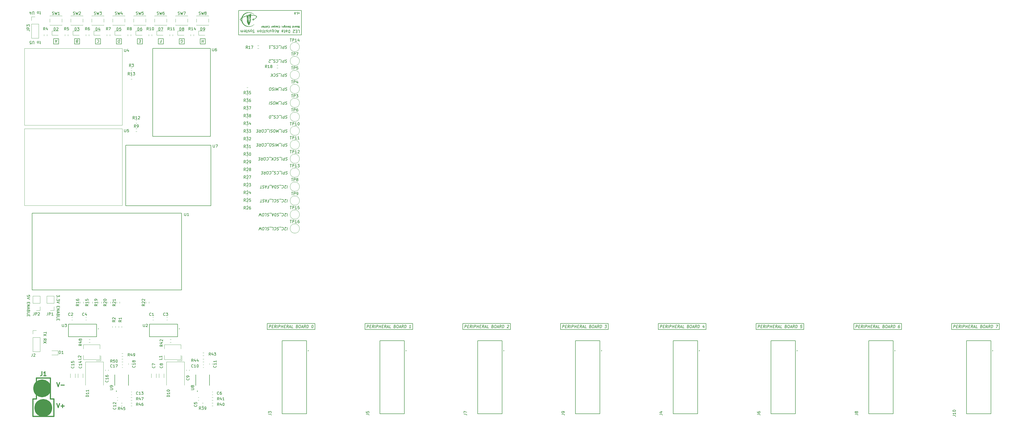
<source format=gbr>
%TF.GenerationSoftware,KiCad,Pcbnew,(6.0.1-0)*%
%TF.CreationDate,2022-10-16T20:28:16-07:00*%
%TF.ProjectId,core_board,636f7265-5f62-46f6-9172-642e6b696361,rev?*%
%TF.SameCoordinates,Original*%
%TF.FileFunction,Legend,Top*%
%TF.FilePolarity,Positive*%
%FSLAX46Y46*%
G04 Gerber Fmt 4.6, Leading zero omitted, Abs format (unit mm)*
G04 Created by KiCad (PCBNEW (6.0.1-0)) date 2022-10-16 20:28:16*
%MOMM*%
%LPD*%
G01*
G04 APERTURE LIST*
%ADD10C,0.150000*%
%ADD11C,0.203200*%
%ADD12C,0.127000*%
%ADD13C,0.304800*%
%ADD14C,0.120000*%
%ADD15C,0.200000*%
%ADD16C,0.010000*%
%ADD17C,0.381000*%
%ADD18C,6.451600*%
G04 APERTURE END LIST*
D10*
X174371000Y-151130000D02*
X176276000Y-151130000D01*
X176276000Y-151130000D02*
X176276000Y-153035000D01*
X176276000Y-153035000D02*
X174371000Y-153035000D01*
X174371000Y-153035000D02*
X174371000Y-151130000D01*
X462915480Y-254762000D02*
X480314480Y-254762000D01*
X480314480Y-254762000D02*
X480314480Y-256921000D01*
X480314480Y-256921000D02*
X462915480Y-256921000D01*
X462915480Y-256921000D02*
X462915480Y-254762000D01*
X249555000Y-254762000D02*
X266954000Y-254762000D01*
X266954000Y-254762000D02*
X266954000Y-256921000D01*
X266954000Y-256921000D02*
X249555000Y-256921000D01*
X249555000Y-256921000D02*
X249555000Y-254762000D01*
X189611000Y-151130000D02*
X191516000Y-151130000D01*
X191516000Y-151130000D02*
X191516000Y-153035000D01*
X191516000Y-153035000D02*
X189611000Y-153035000D01*
X189611000Y-153035000D02*
X189611000Y-151130000D01*
X427355480Y-254762000D02*
X444754480Y-254762000D01*
X444754480Y-254762000D02*
X444754480Y-256921000D01*
X444754480Y-256921000D02*
X427355480Y-256921000D01*
X427355480Y-256921000D02*
X427355480Y-254762000D01*
X356235000Y-254762000D02*
X373634000Y-254762000D01*
X373634000Y-254762000D02*
X373634000Y-256921000D01*
X373634000Y-256921000D02*
X356235000Y-256921000D01*
X356235000Y-256921000D02*
X356235000Y-254762000D01*
X143891000Y-151130000D02*
X145796000Y-151130000D01*
X145796000Y-151130000D02*
X145796000Y-153035000D01*
X145796000Y-153035000D02*
X143891000Y-153035000D01*
X143891000Y-153035000D02*
X143891000Y-151130000D01*
X159131000Y-151130000D02*
X161036000Y-151130000D01*
X161036000Y-151130000D02*
X161036000Y-153035000D01*
X161036000Y-153035000D02*
X159131000Y-153035000D01*
X159131000Y-153035000D02*
X159131000Y-151130000D01*
X203581000Y-149733000D02*
X203581000Y-140843000D01*
X166751000Y-151130000D02*
X168656000Y-151130000D01*
X168656000Y-151130000D02*
X168656000Y-153035000D01*
X168656000Y-153035000D02*
X166751000Y-153035000D01*
X166751000Y-153035000D02*
X166751000Y-151130000D01*
X226441000Y-149733000D02*
X203581000Y-149733000D01*
X181991000Y-151130000D02*
X183896000Y-151130000D01*
X183896000Y-151130000D02*
X183896000Y-153035000D01*
X183896000Y-153035000D02*
X181991000Y-153035000D01*
X181991000Y-153035000D02*
X181991000Y-151130000D01*
X213995000Y-254762000D02*
X231394000Y-254762000D01*
X231394000Y-254762000D02*
X231394000Y-256921000D01*
X231394000Y-256921000D02*
X213995000Y-256921000D01*
X213995000Y-256921000D02*
X213995000Y-254762000D01*
X320675000Y-254762000D02*
X338074000Y-254762000D01*
X338074000Y-254762000D02*
X338074000Y-256921000D01*
X338074000Y-256921000D02*
X320675000Y-256921000D01*
X320675000Y-256921000D02*
X320675000Y-254762000D01*
X391795000Y-254762000D02*
X409194000Y-254762000D01*
X409194000Y-254762000D02*
X409194000Y-256921000D01*
X409194000Y-256921000D02*
X391795000Y-256921000D01*
X391795000Y-256921000D02*
X391795000Y-254762000D01*
X136271000Y-151130000D02*
X138176000Y-151130000D01*
X138176000Y-151130000D02*
X138176000Y-153035000D01*
X138176000Y-153035000D02*
X136271000Y-153035000D01*
X136271000Y-153035000D02*
X136271000Y-151130000D01*
X226441000Y-140843000D02*
X226441000Y-149733000D01*
X203581000Y-140843000D02*
X226441000Y-140843000D01*
X151511000Y-151130000D02*
X153416000Y-151130000D01*
X153416000Y-151130000D02*
X153416000Y-153035000D01*
X153416000Y-153035000D02*
X151511000Y-153035000D01*
X151511000Y-153035000D02*
X151511000Y-151130000D01*
X285115000Y-254762000D02*
X302514000Y-254762000D01*
X302514000Y-254762000D02*
X302514000Y-256921000D01*
X302514000Y-256921000D02*
X285115000Y-256921000D01*
X285115000Y-256921000D02*
X285115000Y-254762000D01*
D11*
X175146339Y-152090428D02*
X175479672Y-152090428D01*
X175545148Y-151566619D02*
X175420148Y-152566619D01*
X174943958Y-152566619D01*
X221258815Y-179173238D02*
X221121910Y-179125619D01*
X220883815Y-179125619D01*
X220782625Y-179173238D01*
X220729053Y-179220857D01*
X220669529Y-179316095D01*
X220657625Y-179411333D01*
X220693339Y-179506571D01*
X220735005Y-179554190D01*
X220824291Y-179601809D01*
X221008815Y-179649428D01*
X221098101Y-179697047D01*
X221139767Y-179744666D01*
X221175482Y-179839904D01*
X221163577Y-179935142D01*
X221104053Y-180030380D01*
X221050482Y-180078000D01*
X220949291Y-180125619D01*
X220711196Y-180125619D01*
X220574291Y-180078000D01*
X220264767Y-179125619D02*
X220139767Y-180125619D01*
X219758815Y-180125619D01*
X219669529Y-180078000D01*
X219627863Y-180030380D01*
X219592148Y-179935142D01*
X219610005Y-179792285D01*
X219669529Y-179697047D01*
X219723101Y-179649428D01*
X219824291Y-179601809D01*
X220205244Y-179601809D01*
X219264767Y-179125619D02*
X219139767Y-180125619D01*
X219038577Y-179030380D02*
X218276672Y-179030380D01*
X217443339Y-179220857D02*
X217496910Y-179173238D01*
X217645720Y-179125619D01*
X217740958Y-179125619D01*
X217877863Y-179173238D01*
X217961196Y-179268476D01*
X217996910Y-179363714D01*
X218020720Y-179554190D01*
X218002863Y-179697047D01*
X217931434Y-179887523D01*
X217871910Y-179982761D01*
X217764767Y-180078000D01*
X217615958Y-180125619D01*
X217520720Y-180125619D01*
X217383815Y-180078000D01*
X217342148Y-180030380D01*
X217068339Y-179173238D02*
X216931434Y-179125619D01*
X216693339Y-179125619D01*
X216592148Y-179173238D01*
X216538577Y-179220857D01*
X216479053Y-179316095D01*
X216467148Y-179411333D01*
X216502863Y-179506571D01*
X216544529Y-179554190D01*
X216633815Y-179601809D01*
X216818339Y-179649428D01*
X216907625Y-179697047D01*
X216949291Y-179744666D01*
X216985005Y-179839904D01*
X216973101Y-179935142D01*
X216913577Y-180030380D01*
X216860005Y-180078000D01*
X216758815Y-180125619D01*
X216520720Y-180125619D01*
X216383815Y-180078000D01*
X216324291Y-179030380D02*
X215562386Y-179030380D01*
X214996910Y-180125619D02*
X214901672Y-180125619D01*
X214812386Y-180078000D01*
X214770720Y-180030380D01*
X214735005Y-179935142D01*
X214711196Y-179744666D01*
X214740958Y-179506571D01*
X214812386Y-179316095D01*
X214871910Y-179220857D01*
X214925482Y-179173238D01*
X215026672Y-179125619D01*
X215121910Y-179125619D01*
X215211196Y-179173238D01*
X215252863Y-179220857D01*
X215288577Y-179316095D01*
X215312386Y-179506571D01*
X215282625Y-179744666D01*
X215211196Y-179935142D01*
X215151672Y-180030380D01*
X215098101Y-180078000D01*
X214996910Y-180125619D01*
D10*
X131563809Y-141946285D02*
X131182857Y-141946285D01*
X131420952Y-142279619D02*
X131420952Y-141422476D01*
X131373333Y-141327238D01*
X131278095Y-141279619D01*
X131182857Y-141279619D01*
X130706666Y-141279619D02*
X130801904Y-141327238D01*
X130849523Y-141374857D01*
X130897142Y-141470095D01*
X130897142Y-141755809D01*
X130849523Y-141851047D01*
X130801904Y-141898666D01*
X130706666Y-141946285D01*
X130563809Y-141946285D01*
X130468571Y-141898666D01*
X130420952Y-141851047D01*
X130373333Y-141755809D01*
X130373333Y-141470095D01*
X130420952Y-141374857D01*
X130468571Y-141327238D01*
X130563809Y-141279619D01*
X130706666Y-141279619D01*
X129182857Y-142279619D02*
X129182857Y-141470095D01*
X129135238Y-141374857D01*
X129087619Y-141327238D01*
X128992380Y-141279619D01*
X128801904Y-141279619D01*
X128706666Y-141327238D01*
X128659047Y-141374857D01*
X128611428Y-141470095D01*
X128611428Y-142279619D01*
X127706666Y-141946285D02*
X127706666Y-141279619D01*
X127944761Y-142327238D02*
X128182857Y-141612952D01*
X127563809Y-141612952D01*
D11*
X221131815Y-153773238D02*
X220994910Y-153725619D01*
X220756815Y-153725619D01*
X220655625Y-153773238D01*
X220602053Y-153820857D01*
X220542529Y-153916095D01*
X220530625Y-154011333D01*
X220566339Y-154106571D01*
X220608005Y-154154190D01*
X220697291Y-154201809D01*
X220881815Y-154249428D01*
X220971101Y-154297047D01*
X221012767Y-154344666D01*
X221048482Y-154439904D01*
X221036577Y-154535142D01*
X220977053Y-154630380D01*
X220923482Y-154678000D01*
X220822291Y-154725619D01*
X220584196Y-154725619D01*
X220447291Y-154678000D01*
X220137767Y-153725619D02*
X220012767Y-154725619D01*
X219631815Y-154725619D01*
X219542529Y-154678000D01*
X219500863Y-154630380D01*
X219465148Y-154535142D01*
X219483005Y-154392285D01*
X219542529Y-154297047D01*
X219596101Y-154249428D01*
X219697291Y-154201809D01*
X220078244Y-154201809D01*
X219137767Y-153725619D02*
X219012767Y-154725619D01*
X218911577Y-153630380D02*
X218149672Y-153630380D01*
X217316339Y-153820857D02*
X217369910Y-153773238D01*
X217518720Y-153725619D01*
X217613958Y-153725619D01*
X217750863Y-153773238D01*
X217834196Y-153868476D01*
X217869910Y-153963714D01*
X217893720Y-154154190D01*
X217875863Y-154297047D01*
X217804434Y-154487523D01*
X217744910Y-154582761D01*
X217637767Y-154678000D01*
X217488958Y-154725619D01*
X217393720Y-154725619D01*
X217256815Y-154678000D01*
X217215148Y-154630380D01*
X216941339Y-153773238D02*
X216804434Y-153725619D01*
X216566339Y-153725619D01*
X216465148Y-153773238D01*
X216411577Y-153820857D01*
X216352053Y-153916095D01*
X216340148Y-154011333D01*
X216375863Y-154106571D01*
X216417529Y-154154190D01*
X216506815Y-154201809D01*
X216691339Y-154249428D01*
X216780625Y-154297047D01*
X216822291Y-154344666D01*
X216858005Y-154439904D01*
X216846101Y-154535142D01*
X216786577Y-154630380D01*
X216733005Y-154678000D01*
X216631815Y-154725619D01*
X216393720Y-154725619D01*
X216256815Y-154678000D01*
X216197291Y-153630380D02*
X215435386Y-153630380D01*
X214661577Y-153725619D02*
X215233005Y-153725619D01*
X214947291Y-153725619D02*
X214822291Y-154725619D01*
X214935386Y-154582761D01*
X215042529Y-154487523D01*
X215143720Y-154439904D01*
X250270946Y-256357380D02*
X250395946Y-255357380D01*
X250776898Y-255357380D01*
X250866184Y-255405000D01*
X250907851Y-255452619D01*
X250943565Y-255547857D01*
X250925708Y-255690714D01*
X250866184Y-255785952D01*
X250812613Y-255833571D01*
X250711422Y-255881190D01*
X250330470Y-255881190D01*
X251336422Y-255833571D02*
X251669755Y-255833571D01*
X251747136Y-256357380D02*
X251270946Y-256357380D01*
X251395946Y-255357380D01*
X251872136Y-255357380D01*
X252747136Y-256357380D02*
X252473327Y-255881190D01*
X252175708Y-256357380D02*
X252300708Y-255357380D01*
X252681660Y-255357380D01*
X252770946Y-255405000D01*
X252812613Y-255452619D01*
X252848327Y-255547857D01*
X252830470Y-255690714D01*
X252770946Y-255785952D01*
X252717375Y-255833571D01*
X252616184Y-255881190D01*
X252235232Y-255881190D01*
X253175708Y-256357380D02*
X253300708Y-255357380D01*
X253651898Y-256357380D02*
X253776898Y-255357380D01*
X254157851Y-255357380D01*
X254247136Y-255405000D01*
X254288803Y-255452619D01*
X254324517Y-255547857D01*
X254306660Y-255690714D01*
X254247136Y-255785952D01*
X254193565Y-255833571D01*
X254092375Y-255881190D01*
X253711422Y-255881190D01*
X254651898Y-256357380D02*
X254776898Y-255357380D01*
X254717375Y-255833571D02*
X255288803Y-255833571D01*
X255223327Y-256357380D02*
X255348327Y-255357380D01*
X255764994Y-255833571D02*
X256098327Y-255833571D01*
X256175708Y-256357380D02*
X255699517Y-256357380D01*
X255824517Y-255357380D01*
X256300708Y-255357380D01*
X257175708Y-256357380D02*
X256901898Y-255881190D01*
X256604279Y-256357380D02*
X256729279Y-255357380D01*
X257110232Y-255357380D01*
X257199517Y-255405000D01*
X257241184Y-255452619D01*
X257276898Y-255547857D01*
X257259041Y-255690714D01*
X257199517Y-255785952D01*
X257145946Y-255833571D01*
X257044755Y-255881190D01*
X256663803Y-255881190D01*
X257592375Y-256071666D02*
X258068565Y-256071666D01*
X257461422Y-256357380D02*
X257919755Y-255357380D01*
X258128089Y-256357380D01*
X258937613Y-256357380D02*
X258461422Y-256357380D01*
X258586422Y-255357380D01*
X260431660Y-255833571D02*
X260568565Y-255881190D01*
X260610232Y-255928809D01*
X260645946Y-256024047D01*
X260628089Y-256166904D01*
X260568565Y-256262142D01*
X260514994Y-256309761D01*
X260413803Y-256357380D01*
X260032851Y-256357380D01*
X260157851Y-255357380D01*
X260491184Y-255357380D01*
X260580470Y-255405000D01*
X260622136Y-255452619D01*
X260657851Y-255547857D01*
X260645946Y-255643095D01*
X260586422Y-255738333D01*
X260532851Y-255785952D01*
X260431660Y-255833571D01*
X260098327Y-255833571D01*
X261348327Y-255357380D02*
X261538803Y-255357380D01*
X261628089Y-255405000D01*
X261711422Y-255500238D01*
X261735232Y-255690714D01*
X261693565Y-256024047D01*
X261622136Y-256214523D01*
X261514994Y-256309761D01*
X261413803Y-256357380D01*
X261223327Y-256357380D01*
X261134041Y-256309761D01*
X261050708Y-256214523D01*
X261026898Y-256024047D01*
X261068565Y-255690714D01*
X261139994Y-255500238D01*
X261247136Y-255405000D01*
X261348327Y-255357380D01*
X262068565Y-256071666D02*
X262544755Y-256071666D01*
X261937613Y-256357380D02*
X262395946Y-255357380D01*
X262604279Y-256357380D01*
X263509041Y-256357380D02*
X263235232Y-255881190D01*
X262937613Y-256357380D02*
X263062613Y-255357380D01*
X263443565Y-255357380D01*
X263532851Y-255405000D01*
X263574517Y-255452619D01*
X263610232Y-255547857D01*
X263592375Y-255690714D01*
X263532851Y-255785952D01*
X263479279Y-255833571D01*
X263378089Y-255881190D01*
X262997136Y-255881190D01*
X263937613Y-256357380D02*
X264062613Y-255357380D01*
X264300708Y-255357380D01*
X264437613Y-255405000D01*
X264520946Y-255500238D01*
X264556660Y-255595476D01*
X264580470Y-255785952D01*
X264562613Y-255928809D01*
X264491184Y-256119285D01*
X264431660Y-256214523D01*
X264324517Y-256309761D01*
X264175708Y-256357380D01*
X263937613Y-256357380D01*
X266223327Y-256357380D02*
X265651898Y-256357380D01*
X265937613Y-256357380D02*
X266062613Y-255357380D01*
X265949517Y-255500238D01*
X265842375Y-255595476D01*
X265741184Y-255643095D01*
X225177666Y-148010619D02*
X225653857Y-148010619D01*
X225653857Y-149010619D01*
X224844333Y-148534428D02*
X224511000Y-148534428D01*
X224368142Y-148010619D02*
X224844333Y-148010619D01*
X224844333Y-149010619D01*
X224368142Y-149010619D01*
X223987190Y-148915380D02*
X223939571Y-148963000D01*
X223844333Y-149010619D01*
X223606238Y-149010619D01*
X223511000Y-148963000D01*
X223463380Y-148915380D01*
X223415761Y-148820142D01*
X223415761Y-148724904D01*
X223463380Y-148582047D01*
X224034809Y-148010619D01*
X223415761Y-148010619D01*
X222225285Y-148010619D02*
X222225285Y-149010619D01*
X221987190Y-149010619D01*
X221844333Y-148963000D01*
X221749095Y-148867761D01*
X221701476Y-148772523D01*
X221653857Y-148582047D01*
X221653857Y-148439190D01*
X221701476Y-148248714D01*
X221749095Y-148153476D01*
X221844333Y-148058238D01*
X221987190Y-148010619D01*
X222225285Y-148010619D01*
X220796714Y-148010619D02*
X220796714Y-148534428D01*
X220844333Y-148629666D01*
X220939571Y-148677285D01*
X221130047Y-148677285D01*
X221225285Y-148629666D01*
X220796714Y-148058238D02*
X220891952Y-148010619D01*
X221130047Y-148010619D01*
X221225285Y-148058238D01*
X221272904Y-148153476D01*
X221272904Y-148248714D01*
X221225285Y-148343952D01*
X221130047Y-148391571D01*
X220891952Y-148391571D01*
X220796714Y-148439190D01*
X220463380Y-148677285D02*
X220082428Y-148677285D01*
X220320523Y-149010619D02*
X220320523Y-148153476D01*
X220272904Y-148058238D01*
X220177666Y-148010619D01*
X220082428Y-148010619D01*
X219320523Y-148010619D02*
X219320523Y-148534428D01*
X219368142Y-148629666D01*
X219463380Y-148677285D01*
X219653857Y-148677285D01*
X219749095Y-148629666D01*
X219320523Y-148058238D02*
X219415761Y-148010619D01*
X219653857Y-148010619D01*
X219749095Y-148058238D01*
X219796714Y-148153476D01*
X219796714Y-148248714D01*
X219749095Y-148343952D01*
X219653857Y-148391571D01*
X219415761Y-148391571D01*
X219320523Y-148439190D01*
X218130047Y-148296333D02*
X217653857Y-148296333D01*
X218225285Y-148010619D02*
X217891952Y-149010619D01*
X217558619Y-148010619D01*
X216796714Y-148058238D02*
X216891952Y-148010619D01*
X217082428Y-148010619D01*
X217177666Y-148058238D01*
X217225285Y-148105857D01*
X217272904Y-148201095D01*
X217272904Y-148486809D01*
X217225285Y-148582047D01*
X217177666Y-148629666D01*
X217082428Y-148677285D01*
X216891952Y-148677285D01*
X216796714Y-148629666D01*
X215939571Y-148677285D02*
X215939571Y-147677285D01*
X215939571Y-148058238D02*
X216034809Y-148010619D01*
X216225285Y-148010619D01*
X216320523Y-148058238D01*
X216368142Y-148105857D01*
X216415761Y-148201095D01*
X216415761Y-148486809D01*
X216368142Y-148582047D01*
X216320523Y-148629666D01*
X216225285Y-148677285D01*
X216034809Y-148677285D01*
X215939571Y-148629666D01*
X215034809Y-148677285D02*
X215034809Y-148010619D01*
X215463380Y-148677285D02*
X215463380Y-148153476D01*
X215415761Y-148058238D01*
X215320523Y-148010619D01*
X215177666Y-148010619D01*
X215082428Y-148058238D01*
X215034809Y-148105857D01*
X214558619Y-148010619D02*
X214558619Y-148677285D01*
X214558619Y-149010619D02*
X214606238Y-148963000D01*
X214558619Y-148915380D01*
X214511000Y-148963000D01*
X214558619Y-149010619D01*
X214558619Y-148915380D01*
X214130047Y-148058238D02*
X214034809Y-148010619D01*
X213844333Y-148010619D01*
X213749095Y-148058238D01*
X213701476Y-148153476D01*
X213701476Y-148201095D01*
X213749095Y-148296333D01*
X213844333Y-148343952D01*
X213987190Y-148343952D01*
X214082428Y-148391571D01*
X214130047Y-148486809D01*
X214130047Y-148534428D01*
X214082428Y-148629666D01*
X213987190Y-148677285D01*
X213844333Y-148677285D01*
X213749095Y-148629666D01*
X213272904Y-148010619D02*
X213272904Y-148677285D01*
X213272904Y-149010619D02*
X213320523Y-148963000D01*
X213272904Y-148915380D01*
X213225285Y-148963000D01*
X213272904Y-149010619D01*
X213272904Y-148915380D01*
X212939571Y-148677285D02*
X212558619Y-148677285D01*
X212796714Y-149010619D02*
X212796714Y-148153476D01*
X212749095Y-148058238D01*
X212653857Y-148010619D01*
X212558619Y-148010619D01*
X212225285Y-148010619D02*
X212225285Y-148677285D01*
X212225285Y-149010619D02*
X212272904Y-148963000D01*
X212225285Y-148915380D01*
X212177666Y-148963000D01*
X212225285Y-149010619D01*
X212225285Y-148915380D01*
X211606238Y-148010619D02*
X211701476Y-148058238D01*
X211749095Y-148105857D01*
X211796714Y-148201095D01*
X211796714Y-148486809D01*
X211749095Y-148582047D01*
X211701476Y-148629666D01*
X211606238Y-148677285D01*
X211463380Y-148677285D01*
X211368142Y-148629666D01*
X211320523Y-148582047D01*
X211272904Y-148486809D01*
X211272904Y-148201095D01*
X211320523Y-148105857D01*
X211368142Y-148058238D01*
X211463380Y-148010619D01*
X211606238Y-148010619D01*
X210844333Y-148677285D02*
X210844333Y-148010619D01*
X210844333Y-148582047D02*
X210796714Y-148629666D01*
X210701476Y-148677285D01*
X210558619Y-148677285D01*
X210463380Y-148629666D01*
X210415761Y-148534428D01*
X210415761Y-148010619D01*
X209225285Y-148058238D02*
X209082428Y-148010619D01*
X208844333Y-148010619D01*
X208749095Y-148058238D01*
X208701476Y-148105857D01*
X208653857Y-148201095D01*
X208653857Y-148296333D01*
X208701476Y-148391571D01*
X208749095Y-148439190D01*
X208844333Y-148486809D01*
X209034809Y-148534428D01*
X209130047Y-148582047D01*
X209177666Y-148629666D01*
X209225285Y-148724904D01*
X209225285Y-148820142D01*
X209177666Y-148915380D01*
X209130047Y-148963000D01*
X209034809Y-149010619D01*
X208796714Y-149010619D01*
X208653857Y-148963000D01*
X208320523Y-148677285D02*
X208082428Y-148010619D01*
X207844333Y-148677285D02*
X208082428Y-148010619D01*
X208177666Y-147772523D01*
X208225285Y-147724904D01*
X208320523Y-147677285D01*
X207511000Y-148058238D02*
X207415761Y-148010619D01*
X207225285Y-148010619D01*
X207130047Y-148058238D01*
X207082428Y-148153476D01*
X207082428Y-148201095D01*
X207130047Y-148296333D01*
X207225285Y-148343952D01*
X207368142Y-148343952D01*
X207463380Y-148391571D01*
X207511000Y-148486809D01*
X207511000Y-148534428D01*
X207463380Y-148629666D01*
X207368142Y-148677285D01*
X207225285Y-148677285D01*
X207130047Y-148629666D01*
X206796714Y-148677285D02*
X206415761Y-148677285D01*
X206653857Y-149010619D02*
X206653857Y-148153476D01*
X206606238Y-148058238D01*
X206511000Y-148010619D01*
X206415761Y-148010619D01*
X205701476Y-148058238D02*
X205796714Y-148010619D01*
X205987190Y-148010619D01*
X206082428Y-148058238D01*
X206130047Y-148153476D01*
X206130047Y-148534428D01*
X206082428Y-148629666D01*
X205987190Y-148677285D01*
X205796714Y-148677285D01*
X205701476Y-148629666D01*
X205653857Y-148534428D01*
X205653857Y-148439190D01*
X206130047Y-148343952D01*
X205225285Y-148010619D02*
X205225285Y-148677285D01*
X205225285Y-148582047D02*
X205177666Y-148629666D01*
X205082428Y-148677285D01*
X204939571Y-148677285D01*
X204844333Y-148629666D01*
X204796714Y-148534428D01*
X204796714Y-148010619D01*
X204796714Y-148534428D02*
X204749095Y-148629666D01*
X204653857Y-148677285D01*
X204511000Y-148677285D01*
X204415761Y-148629666D01*
X204368142Y-148534428D01*
X204368142Y-148010619D01*
X167883482Y-152090428D02*
X167550148Y-152090428D01*
X167472767Y-151566619D02*
X167948958Y-151566619D01*
X167823958Y-152566619D01*
X167347767Y-152566619D01*
X127674619Y-244951666D02*
X127674619Y-244475476D01*
X127198428Y-244427857D01*
X127246047Y-244475476D01*
X127293666Y-244570714D01*
X127293666Y-244808809D01*
X127246047Y-244904047D01*
X127198428Y-244951666D01*
X127103190Y-244999285D01*
X126865095Y-244999285D01*
X126769857Y-244951666D01*
X126722238Y-244904047D01*
X126674619Y-244808809D01*
X126674619Y-244570714D01*
X126722238Y-244475476D01*
X126769857Y-244427857D01*
X127674619Y-245285000D02*
X126674619Y-245618333D01*
X127674619Y-245951666D01*
X127198428Y-247046904D02*
X127198428Y-247380238D01*
X126674619Y-247523095D02*
X126674619Y-247046904D01*
X127674619Y-247046904D01*
X127674619Y-247523095D01*
X126674619Y-247951666D02*
X127674619Y-247951666D01*
X126674619Y-248523095D01*
X127674619Y-248523095D01*
X126960333Y-248951666D02*
X126960333Y-249427857D01*
X126674619Y-248856428D02*
X127674619Y-249189761D01*
X126674619Y-249523095D01*
X127198428Y-250189761D02*
X127150809Y-250332619D01*
X127103190Y-250380238D01*
X127007952Y-250427857D01*
X126865095Y-250427857D01*
X126769857Y-250380238D01*
X126722238Y-250332619D01*
X126674619Y-250237380D01*
X126674619Y-249856428D01*
X127674619Y-249856428D01*
X127674619Y-250189761D01*
X127627000Y-250285000D01*
X127579380Y-250332619D01*
X127484142Y-250380238D01*
X127388904Y-250380238D01*
X127293666Y-250332619D01*
X127246047Y-250285000D01*
X127198428Y-250189761D01*
X127198428Y-249856428D01*
X126674619Y-251332619D02*
X126674619Y-250856428D01*
X127674619Y-250856428D01*
X127198428Y-251665952D02*
X127198428Y-251999285D01*
X126674619Y-252142142D02*
X126674619Y-251665952D01*
X127674619Y-251665952D01*
X127674619Y-252142142D01*
X428071426Y-256357380D02*
X428196426Y-255357380D01*
X428577378Y-255357380D01*
X428666664Y-255405000D01*
X428708331Y-255452619D01*
X428744045Y-255547857D01*
X428726188Y-255690714D01*
X428666664Y-255785952D01*
X428613093Y-255833571D01*
X428511902Y-255881190D01*
X428130950Y-255881190D01*
X429136902Y-255833571D02*
X429470235Y-255833571D01*
X429547616Y-256357380D02*
X429071426Y-256357380D01*
X429196426Y-255357380D01*
X429672616Y-255357380D01*
X430547616Y-256357380D02*
X430273807Y-255881190D01*
X429976188Y-256357380D02*
X430101188Y-255357380D01*
X430482140Y-255357380D01*
X430571426Y-255405000D01*
X430613093Y-255452619D01*
X430648807Y-255547857D01*
X430630950Y-255690714D01*
X430571426Y-255785952D01*
X430517855Y-255833571D01*
X430416664Y-255881190D01*
X430035712Y-255881190D01*
X430976188Y-256357380D02*
X431101188Y-255357380D01*
X431452378Y-256357380D02*
X431577378Y-255357380D01*
X431958331Y-255357380D01*
X432047616Y-255405000D01*
X432089283Y-255452619D01*
X432124997Y-255547857D01*
X432107140Y-255690714D01*
X432047616Y-255785952D01*
X431994045Y-255833571D01*
X431892855Y-255881190D01*
X431511902Y-255881190D01*
X432452378Y-256357380D02*
X432577378Y-255357380D01*
X432517855Y-255833571D02*
X433089283Y-255833571D01*
X433023807Y-256357380D02*
X433148807Y-255357380D01*
X433565474Y-255833571D02*
X433898807Y-255833571D01*
X433976188Y-256357380D02*
X433499997Y-256357380D01*
X433624997Y-255357380D01*
X434101188Y-255357380D01*
X434976188Y-256357380D02*
X434702378Y-255881190D01*
X434404759Y-256357380D02*
X434529759Y-255357380D01*
X434910712Y-255357380D01*
X434999997Y-255405000D01*
X435041664Y-255452619D01*
X435077378Y-255547857D01*
X435059521Y-255690714D01*
X434999997Y-255785952D01*
X434946426Y-255833571D01*
X434845235Y-255881190D01*
X434464283Y-255881190D01*
X435392855Y-256071666D02*
X435869045Y-256071666D01*
X435261902Y-256357380D02*
X435720235Y-255357380D01*
X435928569Y-256357380D01*
X436738093Y-256357380D02*
X436261902Y-256357380D01*
X436386902Y-255357380D01*
X438232140Y-255833571D02*
X438369045Y-255881190D01*
X438410712Y-255928809D01*
X438446426Y-256024047D01*
X438428569Y-256166904D01*
X438369045Y-256262142D01*
X438315474Y-256309761D01*
X438214283Y-256357380D01*
X437833331Y-256357380D01*
X437958331Y-255357380D01*
X438291664Y-255357380D01*
X438380950Y-255405000D01*
X438422616Y-255452619D01*
X438458331Y-255547857D01*
X438446426Y-255643095D01*
X438386902Y-255738333D01*
X438333331Y-255785952D01*
X438232140Y-255833571D01*
X437898807Y-255833571D01*
X439148807Y-255357380D02*
X439339283Y-255357380D01*
X439428569Y-255405000D01*
X439511902Y-255500238D01*
X439535712Y-255690714D01*
X439494045Y-256024047D01*
X439422616Y-256214523D01*
X439315474Y-256309761D01*
X439214283Y-256357380D01*
X439023807Y-256357380D01*
X438934521Y-256309761D01*
X438851188Y-256214523D01*
X438827378Y-256024047D01*
X438869045Y-255690714D01*
X438940474Y-255500238D01*
X439047616Y-255405000D01*
X439148807Y-255357380D01*
X439869045Y-256071666D02*
X440345235Y-256071666D01*
X439738093Y-256357380D02*
X440196426Y-255357380D01*
X440404759Y-256357380D01*
X441309521Y-256357380D02*
X441035712Y-255881190D01*
X440738093Y-256357380D02*
X440863093Y-255357380D01*
X441244045Y-255357380D01*
X441333331Y-255405000D01*
X441374997Y-255452619D01*
X441410712Y-255547857D01*
X441392855Y-255690714D01*
X441333331Y-255785952D01*
X441279759Y-255833571D01*
X441178569Y-255881190D01*
X440797616Y-255881190D01*
X441738093Y-256357380D02*
X441863093Y-255357380D01*
X442101188Y-255357380D01*
X442238093Y-255405000D01*
X442321426Y-255500238D01*
X442357140Y-255595476D01*
X442380950Y-255785952D01*
X442363093Y-255928809D01*
X442291664Y-256119285D01*
X442232140Y-256214523D01*
X442124997Y-256309761D01*
X441976188Y-256357380D01*
X441738093Y-256357380D01*
X444053569Y-255357380D02*
X443863093Y-255357380D01*
X443761902Y-255405000D01*
X443708331Y-255452619D01*
X443595235Y-255595476D01*
X443523807Y-255785952D01*
X443476188Y-256166904D01*
X443511902Y-256262142D01*
X443553569Y-256309761D01*
X443642855Y-256357380D01*
X443833331Y-256357380D01*
X443934521Y-256309761D01*
X443988093Y-256262142D01*
X444047616Y-256166904D01*
X444077378Y-255928809D01*
X444041664Y-255833571D01*
X443999997Y-255785952D01*
X443910712Y-255738333D01*
X443720235Y-255738333D01*
X443619045Y-255785952D01*
X443565474Y-255833571D01*
X443505950Y-255928809D01*
X321390946Y-256357380D02*
X321515946Y-255357380D01*
X321896898Y-255357380D01*
X321986184Y-255405000D01*
X322027851Y-255452619D01*
X322063565Y-255547857D01*
X322045708Y-255690714D01*
X321986184Y-255785952D01*
X321932613Y-255833571D01*
X321831422Y-255881190D01*
X321450470Y-255881190D01*
X322456422Y-255833571D02*
X322789755Y-255833571D01*
X322867136Y-256357380D02*
X322390946Y-256357380D01*
X322515946Y-255357380D01*
X322992136Y-255357380D01*
X323867136Y-256357380D02*
X323593327Y-255881190D01*
X323295708Y-256357380D02*
X323420708Y-255357380D01*
X323801660Y-255357380D01*
X323890946Y-255405000D01*
X323932613Y-255452619D01*
X323968327Y-255547857D01*
X323950470Y-255690714D01*
X323890946Y-255785952D01*
X323837375Y-255833571D01*
X323736184Y-255881190D01*
X323355232Y-255881190D01*
X324295708Y-256357380D02*
X324420708Y-255357380D01*
X324771898Y-256357380D02*
X324896898Y-255357380D01*
X325277851Y-255357380D01*
X325367136Y-255405000D01*
X325408803Y-255452619D01*
X325444517Y-255547857D01*
X325426660Y-255690714D01*
X325367136Y-255785952D01*
X325313565Y-255833571D01*
X325212375Y-255881190D01*
X324831422Y-255881190D01*
X325771898Y-256357380D02*
X325896898Y-255357380D01*
X325837375Y-255833571D02*
X326408803Y-255833571D01*
X326343327Y-256357380D02*
X326468327Y-255357380D01*
X326884994Y-255833571D02*
X327218327Y-255833571D01*
X327295708Y-256357380D02*
X326819517Y-256357380D01*
X326944517Y-255357380D01*
X327420708Y-255357380D01*
X328295708Y-256357380D02*
X328021898Y-255881190D01*
X327724279Y-256357380D02*
X327849279Y-255357380D01*
X328230232Y-255357380D01*
X328319517Y-255405000D01*
X328361184Y-255452619D01*
X328396898Y-255547857D01*
X328379041Y-255690714D01*
X328319517Y-255785952D01*
X328265946Y-255833571D01*
X328164755Y-255881190D01*
X327783803Y-255881190D01*
X328712375Y-256071666D02*
X329188565Y-256071666D01*
X328581422Y-256357380D02*
X329039755Y-255357380D01*
X329248089Y-256357380D01*
X330057613Y-256357380D02*
X329581422Y-256357380D01*
X329706422Y-255357380D01*
X331551660Y-255833571D02*
X331688565Y-255881190D01*
X331730232Y-255928809D01*
X331765946Y-256024047D01*
X331748089Y-256166904D01*
X331688565Y-256262142D01*
X331634994Y-256309761D01*
X331533803Y-256357380D01*
X331152851Y-256357380D01*
X331277851Y-255357380D01*
X331611184Y-255357380D01*
X331700470Y-255405000D01*
X331742136Y-255452619D01*
X331777851Y-255547857D01*
X331765946Y-255643095D01*
X331706422Y-255738333D01*
X331652851Y-255785952D01*
X331551660Y-255833571D01*
X331218327Y-255833571D01*
X332468327Y-255357380D02*
X332658803Y-255357380D01*
X332748089Y-255405000D01*
X332831422Y-255500238D01*
X332855232Y-255690714D01*
X332813565Y-256024047D01*
X332742136Y-256214523D01*
X332634994Y-256309761D01*
X332533803Y-256357380D01*
X332343327Y-256357380D01*
X332254041Y-256309761D01*
X332170708Y-256214523D01*
X332146898Y-256024047D01*
X332188565Y-255690714D01*
X332259994Y-255500238D01*
X332367136Y-255405000D01*
X332468327Y-255357380D01*
X333188565Y-256071666D02*
X333664755Y-256071666D01*
X333057613Y-256357380D02*
X333515946Y-255357380D01*
X333724279Y-256357380D01*
X334629041Y-256357380D02*
X334355232Y-255881190D01*
X334057613Y-256357380D02*
X334182613Y-255357380D01*
X334563565Y-255357380D01*
X334652851Y-255405000D01*
X334694517Y-255452619D01*
X334730232Y-255547857D01*
X334712375Y-255690714D01*
X334652851Y-255785952D01*
X334599279Y-255833571D01*
X334498089Y-255881190D01*
X334117136Y-255881190D01*
X335057613Y-256357380D02*
X335182613Y-255357380D01*
X335420708Y-255357380D01*
X335557613Y-255405000D01*
X335640946Y-255500238D01*
X335676660Y-255595476D01*
X335700470Y-255785952D01*
X335682613Y-255928809D01*
X335611184Y-256119285D01*
X335551660Y-256214523D01*
X335444517Y-256309761D01*
X335295708Y-256357380D01*
X335057613Y-256357380D01*
X336849279Y-255357380D02*
X337468327Y-255357380D01*
X337087375Y-255738333D01*
X337230232Y-255738333D01*
X337319517Y-255785952D01*
X337361184Y-255833571D01*
X337396898Y-255928809D01*
X337367136Y-256166904D01*
X337307613Y-256262142D01*
X337254041Y-256309761D01*
X337152851Y-256357380D01*
X336867136Y-256357380D01*
X336777851Y-256309761D01*
X336736184Y-256262142D01*
X221367720Y-214685619D02*
X221242720Y-215685619D01*
X220826053Y-215590380D02*
X220772482Y-215638000D01*
X220671291Y-215685619D01*
X220433196Y-215685619D01*
X220343910Y-215638000D01*
X220302244Y-215590380D01*
X220266529Y-215495142D01*
X220278434Y-215399904D01*
X220343910Y-215257047D01*
X220986767Y-214685619D01*
X220367720Y-214685619D01*
X219355815Y-214780857D02*
X219409386Y-214733238D01*
X219558196Y-214685619D01*
X219653434Y-214685619D01*
X219790339Y-214733238D01*
X219873672Y-214828476D01*
X219909386Y-214923714D01*
X219933196Y-215114190D01*
X219915339Y-215257047D01*
X219843910Y-215447523D01*
X219784386Y-215542761D01*
X219677244Y-215638000D01*
X219528434Y-215685619D01*
X219433196Y-215685619D01*
X219296291Y-215638000D01*
X219254625Y-215590380D01*
X219189148Y-214590380D02*
X218427244Y-214590380D01*
X218218910Y-214733238D02*
X218082005Y-214685619D01*
X217843910Y-214685619D01*
X217742720Y-214733238D01*
X217689148Y-214780857D01*
X217629625Y-214876095D01*
X217617720Y-214971333D01*
X217653434Y-215066571D01*
X217695101Y-215114190D01*
X217784386Y-215161809D01*
X217968910Y-215209428D01*
X218058196Y-215257047D01*
X218099863Y-215304666D01*
X218135577Y-215399904D01*
X218123672Y-215495142D01*
X218064148Y-215590380D01*
X218010577Y-215638000D01*
X217909386Y-215685619D01*
X217671291Y-215685619D01*
X217534386Y-215638000D01*
X217224863Y-214685619D02*
X217099863Y-215685619D01*
X216861767Y-215685619D01*
X216724863Y-215638000D01*
X216641529Y-215542761D01*
X216605815Y-215447523D01*
X216582005Y-215257047D01*
X216599863Y-215114190D01*
X216671291Y-214923714D01*
X216730815Y-214828476D01*
X216837958Y-214733238D01*
X216986767Y-214685619D01*
X217224863Y-214685619D01*
X216236767Y-214971333D02*
X215760577Y-214971333D01*
X216367720Y-214685619D02*
X215909386Y-215685619D01*
X215701053Y-214685619D01*
X215617720Y-214590380D02*
X214855815Y-214590380D01*
X214647482Y-214733238D02*
X214510577Y-214685619D01*
X214272482Y-214685619D01*
X214171291Y-214733238D01*
X214117720Y-214780857D01*
X214058196Y-214876095D01*
X214046291Y-214971333D01*
X214082005Y-215066571D01*
X214123672Y-215114190D01*
X214212958Y-215161809D01*
X214397482Y-215209428D01*
X214486767Y-215257047D01*
X214528434Y-215304666D01*
X214564148Y-215399904D01*
X214552244Y-215495142D01*
X214492720Y-215590380D01*
X214439148Y-215638000D01*
X214337958Y-215685619D01*
X214099863Y-215685619D01*
X213962958Y-215638000D01*
X213177244Y-214685619D02*
X213653434Y-214685619D01*
X213528434Y-215685619D01*
X212528434Y-215685619D02*
X212337958Y-215685619D01*
X212248672Y-215638000D01*
X212165339Y-215542761D01*
X212141529Y-215352285D01*
X212183196Y-215018952D01*
X212254625Y-214828476D01*
X212361767Y-214733238D01*
X212462958Y-214685619D01*
X212653434Y-214685619D01*
X212742720Y-214733238D01*
X212826053Y-214828476D01*
X212849863Y-215018952D01*
X212808196Y-215352285D01*
X212736767Y-215542761D01*
X212629625Y-215638000D01*
X212528434Y-215685619D01*
X211766529Y-215685619D02*
X211653434Y-214685619D01*
X211373672Y-215399904D01*
X211272482Y-214685619D01*
X210909386Y-215685619D01*
X285830946Y-256357380D02*
X285955946Y-255357380D01*
X286336898Y-255357380D01*
X286426184Y-255405000D01*
X286467851Y-255452619D01*
X286503565Y-255547857D01*
X286485708Y-255690714D01*
X286426184Y-255785952D01*
X286372613Y-255833571D01*
X286271422Y-255881190D01*
X285890470Y-255881190D01*
X286896422Y-255833571D02*
X287229755Y-255833571D01*
X287307136Y-256357380D02*
X286830946Y-256357380D01*
X286955946Y-255357380D01*
X287432136Y-255357380D01*
X288307136Y-256357380D02*
X288033327Y-255881190D01*
X287735708Y-256357380D02*
X287860708Y-255357380D01*
X288241660Y-255357380D01*
X288330946Y-255405000D01*
X288372613Y-255452619D01*
X288408327Y-255547857D01*
X288390470Y-255690714D01*
X288330946Y-255785952D01*
X288277375Y-255833571D01*
X288176184Y-255881190D01*
X287795232Y-255881190D01*
X288735708Y-256357380D02*
X288860708Y-255357380D01*
X289211898Y-256357380D02*
X289336898Y-255357380D01*
X289717851Y-255357380D01*
X289807136Y-255405000D01*
X289848803Y-255452619D01*
X289884517Y-255547857D01*
X289866660Y-255690714D01*
X289807136Y-255785952D01*
X289753565Y-255833571D01*
X289652375Y-255881190D01*
X289271422Y-255881190D01*
X290211898Y-256357380D02*
X290336898Y-255357380D01*
X290277375Y-255833571D02*
X290848803Y-255833571D01*
X290783327Y-256357380D02*
X290908327Y-255357380D01*
X291324994Y-255833571D02*
X291658327Y-255833571D01*
X291735708Y-256357380D02*
X291259517Y-256357380D01*
X291384517Y-255357380D01*
X291860708Y-255357380D01*
X292735708Y-256357380D02*
X292461898Y-255881190D01*
X292164279Y-256357380D02*
X292289279Y-255357380D01*
X292670232Y-255357380D01*
X292759517Y-255405000D01*
X292801184Y-255452619D01*
X292836898Y-255547857D01*
X292819041Y-255690714D01*
X292759517Y-255785952D01*
X292705946Y-255833571D01*
X292604755Y-255881190D01*
X292223803Y-255881190D01*
X293152375Y-256071666D02*
X293628565Y-256071666D01*
X293021422Y-256357380D02*
X293479755Y-255357380D01*
X293688089Y-256357380D01*
X294497613Y-256357380D02*
X294021422Y-256357380D01*
X294146422Y-255357380D01*
X295991660Y-255833571D02*
X296128565Y-255881190D01*
X296170232Y-255928809D01*
X296205946Y-256024047D01*
X296188089Y-256166904D01*
X296128565Y-256262142D01*
X296074994Y-256309761D01*
X295973803Y-256357380D01*
X295592851Y-256357380D01*
X295717851Y-255357380D01*
X296051184Y-255357380D01*
X296140470Y-255405000D01*
X296182136Y-255452619D01*
X296217851Y-255547857D01*
X296205946Y-255643095D01*
X296146422Y-255738333D01*
X296092851Y-255785952D01*
X295991660Y-255833571D01*
X295658327Y-255833571D01*
X296908327Y-255357380D02*
X297098803Y-255357380D01*
X297188089Y-255405000D01*
X297271422Y-255500238D01*
X297295232Y-255690714D01*
X297253565Y-256024047D01*
X297182136Y-256214523D01*
X297074994Y-256309761D01*
X296973803Y-256357380D01*
X296783327Y-256357380D01*
X296694041Y-256309761D01*
X296610708Y-256214523D01*
X296586898Y-256024047D01*
X296628565Y-255690714D01*
X296699994Y-255500238D01*
X296807136Y-255405000D01*
X296908327Y-255357380D01*
X297628565Y-256071666D02*
X298104755Y-256071666D01*
X297497613Y-256357380D02*
X297955946Y-255357380D01*
X298164279Y-256357380D01*
X299069041Y-256357380D02*
X298795232Y-255881190D01*
X298497613Y-256357380D02*
X298622613Y-255357380D01*
X299003565Y-255357380D01*
X299092851Y-255405000D01*
X299134517Y-255452619D01*
X299170232Y-255547857D01*
X299152375Y-255690714D01*
X299092851Y-255785952D01*
X299039279Y-255833571D01*
X298938089Y-255881190D01*
X298557136Y-255881190D01*
X299497613Y-256357380D02*
X299622613Y-255357380D01*
X299860708Y-255357380D01*
X299997613Y-255405000D01*
X300080946Y-255500238D01*
X300116660Y-255595476D01*
X300140470Y-255785952D01*
X300122613Y-255928809D01*
X300051184Y-256119285D01*
X299991660Y-256214523D01*
X299884517Y-256309761D01*
X299735708Y-256357380D01*
X299497613Y-256357380D01*
X301324994Y-255452619D02*
X301378565Y-255405000D01*
X301479755Y-255357380D01*
X301717851Y-255357380D01*
X301807136Y-255405000D01*
X301848803Y-255452619D01*
X301884517Y-255547857D01*
X301872613Y-255643095D01*
X301807136Y-255785952D01*
X301164279Y-256357380D01*
X301783327Y-256357380D01*
X144737767Y-152090428D02*
X144600863Y-152042809D01*
X144559196Y-151995190D01*
X144523482Y-151899952D01*
X144541339Y-151757095D01*
X144600863Y-151661857D01*
X144654434Y-151614238D01*
X144755625Y-151566619D01*
X145136577Y-151566619D01*
X145011577Y-152566619D01*
X144678244Y-152566619D01*
X144588958Y-152519000D01*
X144547291Y-152471380D01*
X144511577Y-152376142D01*
X144523482Y-152280904D01*
X144583005Y-152185666D01*
X144636577Y-152138047D01*
X144737767Y-152090428D01*
X145071101Y-152090428D01*
X221131815Y-158853238D02*
X220994910Y-158805619D01*
X220756815Y-158805619D01*
X220655625Y-158853238D01*
X220602053Y-158900857D01*
X220542529Y-158996095D01*
X220530625Y-159091333D01*
X220566339Y-159186571D01*
X220608005Y-159234190D01*
X220697291Y-159281809D01*
X220881815Y-159329428D01*
X220971101Y-159377047D01*
X221012767Y-159424666D01*
X221048482Y-159519904D01*
X221036577Y-159615142D01*
X220977053Y-159710380D01*
X220923482Y-159758000D01*
X220822291Y-159805619D01*
X220584196Y-159805619D01*
X220447291Y-159758000D01*
X220137767Y-158805619D02*
X220012767Y-159805619D01*
X219631815Y-159805619D01*
X219542529Y-159758000D01*
X219500863Y-159710380D01*
X219465148Y-159615142D01*
X219483005Y-159472285D01*
X219542529Y-159377047D01*
X219596101Y-159329428D01*
X219697291Y-159281809D01*
X220078244Y-159281809D01*
X219137767Y-158805619D02*
X219012767Y-159805619D01*
X218911577Y-158710380D02*
X218149672Y-158710380D01*
X217316339Y-158900857D02*
X217369910Y-158853238D01*
X217518720Y-158805619D01*
X217613958Y-158805619D01*
X217750863Y-158853238D01*
X217834196Y-158948476D01*
X217869910Y-159043714D01*
X217893720Y-159234190D01*
X217875863Y-159377047D01*
X217804434Y-159567523D01*
X217744910Y-159662761D01*
X217637767Y-159758000D01*
X217488958Y-159805619D01*
X217393720Y-159805619D01*
X217256815Y-159758000D01*
X217215148Y-159710380D01*
X216941339Y-158853238D02*
X216804434Y-158805619D01*
X216566339Y-158805619D01*
X216465148Y-158853238D01*
X216411577Y-158900857D01*
X216352053Y-158996095D01*
X216340148Y-159091333D01*
X216375863Y-159186571D01*
X216417529Y-159234190D01*
X216506815Y-159281809D01*
X216691339Y-159329428D01*
X216780625Y-159377047D01*
X216822291Y-159424666D01*
X216858005Y-159519904D01*
X216846101Y-159615142D01*
X216786577Y-159710380D01*
X216733005Y-159758000D01*
X216631815Y-159805619D01*
X216393720Y-159805619D01*
X216256815Y-159758000D01*
X216197291Y-158710380D02*
X215435386Y-158710380D01*
X215119910Y-159710380D02*
X215066339Y-159758000D01*
X214965148Y-159805619D01*
X214727053Y-159805619D01*
X214637767Y-159758000D01*
X214596101Y-159710380D01*
X214560386Y-159615142D01*
X214572291Y-159519904D01*
X214637767Y-159377047D01*
X215280625Y-158805619D01*
X214661577Y-158805619D01*
X392510946Y-256357380D02*
X392635946Y-255357380D01*
X393016898Y-255357380D01*
X393106184Y-255405000D01*
X393147851Y-255452619D01*
X393183565Y-255547857D01*
X393165708Y-255690714D01*
X393106184Y-255785952D01*
X393052613Y-255833571D01*
X392951422Y-255881190D01*
X392570470Y-255881190D01*
X393576422Y-255833571D02*
X393909755Y-255833571D01*
X393987136Y-256357380D02*
X393510946Y-256357380D01*
X393635946Y-255357380D01*
X394112136Y-255357380D01*
X394987136Y-256357380D02*
X394713327Y-255881190D01*
X394415708Y-256357380D02*
X394540708Y-255357380D01*
X394921660Y-255357380D01*
X395010946Y-255405000D01*
X395052613Y-255452619D01*
X395088327Y-255547857D01*
X395070470Y-255690714D01*
X395010946Y-255785952D01*
X394957375Y-255833571D01*
X394856184Y-255881190D01*
X394475232Y-255881190D01*
X395415708Y-256357380D02*
X395540708Y-255357380D01*
X395891898Y-256357380D02*
X396016898Y-255357380D01*
X396397851Y-255357380D01*
X396487136Y-255405000D01*
X396528803Y-255452619D01*
X396564517Y-255547857D01*
X396546660Y-255690714D01*
X396487136Y-255785952D01*
X396433565Y-255833571D01*
X396332375Y-255881190D01*
X395951422Y-255881190D01*
X396891898Y-256357380D02*
X397016898Y-255357380D01*
X396957375Y-255833571D02*
X397528803Y-255833571D01*
X397463327Y-256357380D02*
X397588327Y-255357380D01*
X398004994Y-255833571D02*
X398338327Y-255833571D01*
X398415708Y-256357380D02*
X397939517Y-256357380D01*
X398064517Y-255357380D01*
X398540708Y-255357380D01*
X399415708Y-256357380D02*
X399141898Y-255881190D01*
X398844279Y-256357380D02*
X398969279Y-255357380D01*
X399350232Y-255357380D01*
X399439517Y-255405000D01*
X399481184Y-255452619D01*
X399516898Y-255547857D01*
X399499041Y-255690714D01*
X399439517Y-255785952D01*
X399385946Y-255833571D01*
X399284755Y-255881190D01*
X398903803Y-255881190D01*
X399832375Y-256071666D02*
X400308565Y-256071666D01*
X399701422Y-256357380D02*
X400159755Y-255357380D01*
X400368089Y-256357380D01*
X401177613Y-256357380D02*
X400701422Y-256357380D01*
X400826422Y-255357380D01*
X402671660Y-255833571D02*
X402808565Y-255881190D01*
X402850232Y-255928809D01*
X402885946Y-256024047D01*
X402868089Y-256166904D01*
X402808565Y-256262142D01*
X402754994Y-256309761D01*
X402653803Y-256357380D01*
X402272851Y-256357380D01*
X402397851Y-255357380D01*
X402731184Y-255357380D01*
X402820470Y-255405000D01*
X402862136Y-255452619D01*
X402897851Y-255547857D01*
X402885946Y-255643095D01*
X402826422Y-255738333D01*
X402772851Y-255785952D01*
X402671660Y-255833571D01*
X402338327Y-255833571D01*
X403588327Y-255357380D02*
X403778803Y-255357380D01*
X403868089Y-255405000D01*
X403951422Y-255500238D01*
X403975232Y-255690714D01*
X403933565Y-256024047D01*
X403862136Y-256214523D01*
X403754994Y-256309761D01*
X403653803Y-256357380D01*
X403463327Y-256357380D01*
X403374041Y-256309761D01*
X403290708Y-256214523D01*
X403266898Y-256024047D01*
X403308565Y-255690714D01*
X403379994Y-255500238D01*
X403487136Y-255405000D01*
X403588327Y-255357380D01*
X404308565Y-256071666D02*
X404784755Y-256071666D01*
X404177613Y-256357380D02*
X404635946Y-255357380D01*
X404844279Y-256357380D01*
X405749041Y-256357380D02*
X405475232Y-255881190D01*
X405177613Y-256357380D02*
X405302613Y-255357380D01*
X405683565Y-255357380D01*
X405772851Y-255405000D01*
X405814517Y-255452619D01*
X405850232Y-255547857D01*
X405832375Y-255690714D01*
X405772851Y-255785952D01*
X405719279Y-255833571D01*
X405618089Y-255881190D01*
X405237136Y-255881190D01*
X406177613Y-256357380D02*
X406302613Y-255357380D01*
X406540708Y-255357380D01*
X406677613Y-255405000D01*
X406760946Y-255500238D01*
X406796660Y-255595476D01*
X406820470Y-255785952D01*
X406802613Y-255928809D01*
X406731184Y-256119285D01*
X406671660Y-256214523D01*
X406564517Y-256309761D01*
X406415708Y-256357380D01*
X406177613Y-256357380D01*
X408540708Y-255357380D02*
X408064517Y-255357380D01*
X407957375Y-255833571D01*
X408010946Y-255785952D01*
X408112136Y-255738333D01*
X408350232Y-255738333D01*
X408439517Y-255785952D01*
X408481184Y-255833571D01*
X408516898Y-255928809D01*
X408487136Y-256166904D01*
X408427613Y-256262142D01*
X408374041Y-256309761D01*
X408272851Y-256357380D01*
X408034755Y-256357380D01*
X407945470Y-256309761D01*
X407903803Y-256262142D01*
D10*
X131563809Y-152741285D02*
X131182857Y-152741285D01*
X131420952Y-153074619D02*
X131420952Y-152217476D01*
X131373333Y-152122238D01*
X131278095Y-152074619D01*
X131182857Y-152074619D01*
X130706666Y-152074619D02*
X130801904Y-152122238D01*
X130849523Y-152169857D01*
X130897142Y-152265095D01*
X130897142Y-152550809D01*
X130849523Y-152646047D01*
X130801904Y-152693666D01*
X130706666Y-152741285D01*
X130563809Y-152741285D01*
X130468571Y-152693666D01*
X130420952Y-152646047D01*
X130373333Y-152550809D01*
X130373333Y-152265095D01*
X130420952Y-152169857D01*
X130468571Y-152122238D01*
X130563809Y-152074619D01*
X130706666Y-152074619D01*
X129182857Y-153074619D02*
X129182857Y-152265095D01*
X129135238Y-152169857D01*
X129087619Y-152122238D01*
X128992380Y-152074619D01*
X128801904Y-152074619D01*
X128706666Y-152122238D01*
X128659047Y-152169857D01*
X128611428Y-152265095D01*
X128611428Y-153074619D01*
X127659047Y-153074619D02*
X128135238Y-153074619D01*
X128182857Y-152598428D01*
X128135238Y-152646047D01*
X128040000Y-152693666D01*
X127801904Y-152693666D01*
X127706666Y-152646047D01*
X127659047Y-152598428D01*
X127611428Y-152503190D01*
X127611428Y-152265095D01*
X127659047Y-152169857D01*
X127706666Y-152122238D01*
X127801904Y-152074619D01*
X128040000Y-152074619D01*
X128135238Y-152122238D01*
X128182857Y-152169857D01*
D11*
X152173244Y-151661857D02*
X152226815Y-151614238D01*
X152375625Y-151566619D01*
X152470863Y-151566619D01*
X152607767Y-151614238D01*
X152691101Y-151709476D01*
X152726815Y-151804714D01*
X152750625Y-151995190D01*
X152732767Y-152138047D01*
X152661339Y-152328523D01*
X152601815Y-152423761D01*
X152494672Y-152519000D01*
X152345863Y-152566619D01*
X152250625Y-152566619D01*
X152113720Y-152519000D01*
X152072053Y-152471380D01*
X221359815Y-204525619D02*
X221234815Y-205525619D01*
X220818148Y-205430380D02*
X220764577Y-205478000D01*
X220663386Y-205525619D01*
X220425291Y-205525619D01*
X220336005Y-205478000D01*
X220294339Y-205430380D01*
X220258625Y-205335142D01*
X220270529Y-205239904D01*
X220336005Y-205097047D01*
X220978863Y-204525619D01*
X220359815Y-204525619D01*
X219347910Y-204620857D02*
X219401482Y-204573238D01*
X219550291Y-204525619D01*
X219645529Y-204525619D01*
X219782434Y-204573238D01*
X219865767Y-204668476D01*
X219901482Y-204763714D01*
X219925291Y-204954190D01*
X219907434Y-205097047D01*
X219836005Y-205287523D01*
X219776482Y-205382761D01*
X219669339Y-205478000D01*
X219520529Y-205525619D01*
X219425291Y-205525619D01*
X219288386Y-205478000D01*
X219246720Y-205430380D01*
X219181244Y-204430380D02*
X218419339Y-204430380D01*
X218211005Y-204573238D02*
X218074101Y-204525619D01*
X217836005Y-204525619D01*
X217734815Y-204573238D01*
X217681244Y-204620857D01*
X217621720Y-204716095D01*
X217609815Y-204811333D01*
X217645529Y-204906571D01*
X217687196Y-204954190D01*
X217776482Y-205001809D01*
X217961005Y-205049428D01*
X218050291Y-205097047D01*
X218091958Y-205144666D01*
X218127672Y-205239904D01*
X218115767Y-205335142D01*
X218056244Y-205430380D01*
X218002672Y-205478000D01*
X217901482Y-205525619D01*
X217663386Y-205525619D01*
X217526482Y-205478000D01*
X217216958Y-204525619D02*
X217091958Y-205525619D01*
X216853863Y-205525619D01*
X216716958Y-205478000D01*
X216633625Y-205382761D01*
X216597910Y-205287523D01*
X216574101Y-205097047D01*
X216591958Y-204954190D01*
X216663386Y-204763714D01*
X216722910Y-204668476D01*
X216830053Y-204573238D01*
X216978863Y-204525619D01*
X217216958Y-204525619D01*
X216228863Y-204811333D02*
X215752672Y-204811333D01*
X216359815Y-204525619D02*
X215901482Y-205525619D01*
X215693148Y-204525619D01*
X215609815Y-204430380D02*
X214847910Y-204430380D01*
X214199101Y-205049428D02*
X214532434Y-205049428D01*
X214597910Y-204525619D02*
X214472910Y-205525619D01*
X213996720Y-205525619D01*
X213752672Y-204811333D02*
X213276482Y-204811333D01*
X213883625Y-204525619D02*
X213425291Y-205525619D01*
X213216958Y-204525619D01*
X212925291Y-204573238D02*
X212788386Y-204525619D01*
X212550291Y-204525619D01*
X212449101Y-204573238D01*
X212395529Y-204620857D01*
X212336005Y-204716095D01*
X212324101Y-204811333D01*
X212359815Y-204906571D01*
X212401482Y-204954190D01*
X212490767Y-205001809D01*
X212675291Y-205049428D01*
X212764577Y-205097047D01*
X212806244Y-205144666D01*
X212841958Y-205239904D01*
X212830053Y-205335142D01*
X212770529Y-205430380D01*
X212716958Y-205478000D01*
X212615767Y-205525619D01*
X212377672Y-205525619D01*
X212240767Y-205478000D01*
X211949101Y-205525619D02*
X211377672Y-205525619D01*
X211788386Y-204525619D02*
X211663386Y-205525619D01*
X356950946Y-256357380D02*
X357075946Y-255357380D01*
X357456898Y-255357380D01*
X357546184Y-255405000D01*
X357587851Y-255452619D01*
X357623565Y-255547857D01*
X357605708Y-255690714D01*
X357546184Y-255785952D01*
X357492613Y-255833571D01*
X357391422Y-255881190D01*
X357010470Y-255881190D01*
X358016422Y-255833571D02*
X358349755Y-255833571D01*
X358427136Y-256357380D02*
X357950946Y-256357380D01*
X358075946Y-255357380D01*
X358552136Y-255357380D01*
X359427136Y-256357380D02*
X359153327Y-255881190D01*
X358855708Y-256357380D02*
X358980708Y-255357380D01*
X359361660Y-255357380D01*
X359450946Y-255405000D01*
X359492613Y-255452619D01*
X359528327Y-255547857D01*
X359510470Y-255690714D01*
X359450946Y-255785952D01*
X359397375Y-255833571D01*
X359296184Y-255881190D01*
X358915232Y-255881190D01*
X359855708Y-256357380D02*
X359980708Y-255357380D01*
X360331898Y-256357380D02*
X360456898Y-255357380D01*
X360837851Y-255357380D01*
X360927136Y-255405000D01*
X360968803Y-255452619D01*
X361004517Y-255547857D01*
X360986660Y-255690714D01*
X360927136Y-255785952D01*
X360873565Y-255833571D01*
X360772375Y-255881190D01*
X360391422Y-255881190D01*
X361331898Y-256357380D02*
X361456898Y-255357380D01*
X361397375Y-255833571D02*
X361968803Y-255833571D01*
X361903327Y-256357380D02*
X362028327Y-255357380D01*
X362444994Y-255833571D02*
X362778327Y-255833571D01*
X362855708Y-256357380D02*
X362379517Y-256357380D01*
X362504517Y-255357380D01*
X362980708Y-255357380D01*
X363855708Y-256357380D02*
X363581898Y-255881190D01*
X363284279Y-256357380D02*
X363409279Y-255357380D01*
X363790232Y-255357380D01*
X363879517Y-255405000D01*
X363921184Y-255452619D01*
X363956898Y-255547857D01*
X363939041Y-255690714D01*
X363879517Y-255785952D01*
X363825946Y-255833571D01*
X363724755Y-255881190D01*
X363343803Y-255881190D01*
X364272375Y-256071666D02*
X364748565Y-256071666D01*
X364141422Y-256357380D02*
X364599755Y-255357380D01*
X364808089Y-256357380D01*
X365617613Y-256357380D02*
X365141422Y-256357380D01*
X365266422Y-255357380D01*
X367111660Y-255833571D02*
X367248565Y-255881190D01*
X367290232Y-255928809D01*
X367325946Y-256024047D01*
X367308089Y-256166904D01*
X367248565Y-256262142D01*
X367194994Y-256309761D01*
X367093803Y-256357380D01*
X366712851Y-256357380D01*
X366837851Y-255357380D01*
X367171184Y-255357380D01*
X367260470Y-255405000D01*
X367302136Y-255452619D01*
X367337851Y-255547857D01*
X367325946Y-255643095D01*
X367266422Y-255738333D01*
X367212851Y-255785952D01*
X367111660Y-255833571D01*
X366778327Y-255833571D01*
X368028327Y-255357380D02*
X368218803Y-255357380D01*
X368308089Y-255405000D01*
X368391422Y-255500238D01*
X368415232Y-255690714D01*
X368373565Y-256024047D01*
X368302136Y-256214523D01*
X368194994Y-256309761D01*
X368093803Y-256357380D01*
X367903327Y-256357380D01*
X367814041Y-256309761D01*
X367730708Y-256214523D01*
X367706898Y-256024047D01*
X367748565Y-255690714D01*
X367819994Y-255500238D01*
X367927136Y-255405000D01*
X368028327Y-255357380D01*
X368748565Y-256071666D02*
X369224755Y-256071666D01*
X368617613Y-256357380D02*
X369075946Y-255357380D01*
X369284279Y-256357380D01*
X370189041Y-256357380D02*
X369915232Y-255881190D01*
X369617613Y-256357380D02*
X369742613Y-255357380D01*
X370123565Y-255357380D01*
X370212851Y-255405000D01*
X370254517Y-255452619D01*
X370290232Y-255547857D01*
X370272375Y-255690714D01*
X370212851Y-255785952D01*
X370159279Y-255833571D01*
X370058089Y-255881190D01*
X369677136Y-255881190D01*
X370617613Y-256357380D02*
X370742613Y-255357380D01*
X370980708Y-255357380D01*
X371117613Y-255405000D01*
X371200946Y-255500238D01*
X371236660Y-255595476D01*
X371260470Y-255785952D01*
X371242613Y-255928809D01*
X371171184Y-256119285D01*
X371111660Y-256214523D01*
X371004517Y-256309761D01*
X370855708Y-256357380D01*
X370617613Y-256357380D01*
X372891422Y-255690714D02*
X372808089Y-256357380D01*
X372700946Y-255309761D02*
X372373565Y-256024047D01*
X372992613Y-256024047D01*
X138469619Y-244427952D02*
X138469619Y-245047000D01*
X138088666Y-244713666D01*
X138088666Y-244856523D01*
X138041047Y-244951761D01*
X137993428Y-244999380D01*
X137898190Y-245047000D01*
X137660095Y-245047000D01*
X137564857Y-244999380D01*
X137517238Y-244951761D01*
X137469619Y-244856523D01*
X137469619Y-244570809D01*
X137517238Y-244475571D01*
X137564857Y-244427952D01*
X137564857Y-245475571D02*
X137517238Y-245523190D01*
X137469619Y-245475571D01*
X137517238Y-245427952D01*
X137564857Y-245475571D01*
X137469619Y-245475571D01*
X138469619Y-245856523D02*
X138469619Y-246475571D01*
X138088666Y-246142238D01*
X138088666Y-246285095D01*
X138041047Y-246380333D01*
X137993428Y-246427952D01*
X137898190Y-246475571D01*
X137660095Y-246475571D01*
X137564857Y-246427952D01*
X137517238Y-246380333D01*
X137469619Y-246285095D01*
X137469619Y-245999380D01*
X137517238Y-245904142D01*
X137564857Y-245856523D01*
X138469619Y-246761285D02*
X137469619Y-247094619D01*
X138469619Y-247427952D01*
X137993428Y-248523190D02*
X137993428Y-248856523D01*
X137469619Y-248999380D02*
X137469619Y-248523190D01*
X138469619Y-248523190D01*
X138469619Y-248999380D01*
X137469619Y-249427952D02*
X138469619Y-249427952D01*
X137469619Y-249999380D01*
X138469619Y-249999380D01*
X137755333Y-250427952D02*
X137755333Y-250904142D01*
X137469619Y-250332714D02*
X138469619Y-250666047D01*
X137469619Y-250999380D01*
X137993428Y-251666047D02*
X137945809Y-251808904D01*
X137898190Y-251856523D01*
X137802952Y-251904142D01*
X137660095Y-251904142D01*
X137564857Y-251856523D01*
X137517238Y-251808904D01*
X137469619Y-251713666D01*
X137469619Y-251332714D01*
X138469619Y-251332714D01*
X138469619Y-251666047D01*
X138422000Y-251761285D01*
X138374380Y-251808904D01*
X138279142Y-251856523D01*
X138183904Y-251856523D01*
X138088666Y-251808904D01*
X138041047Y-251761285D01*
X137993428Y-251666047D01*
X137993428Y-251332714D01*
X137469619Y-252808904D02*
X137469619Y-252332714D01*
X138469619Y-252332714D01*
X137993428Y-253142238D02*
X137993428Y-253475571D01*
X137469619Y-253618428D02*
X137469619Y-253142238D01*
X138469619Y-253142238D01*
X138469619Y-253618428D01*
X160376577Y-151566619D02*
X160251577Y-152566619D01*
X160013482Y-152566619D01*
X159876577Y-152519000D01*
X159793244Y-152423761D01*
X159757529Y-152328523D01*
X159733720Y-152138047D01*
X159751577Y-151995190D01*
X159823005Y-151804714D01*
X159882529Y-151709476D01*
X159989672Y-151614238D01*
X160138482Y-151566619D01*
X160376577Y-151566619D01*
D12*
X225697142Y-141995071D02*
X225545952Y-141571738D01*
X225394761Y-141995071D01*
X224820238Y-141571738D02*
X225183095Y-141571738D01*
X225001666Y-141571738D02*
X225001666Y-142206738D01*
X225062142Y-142116023D01*
X225122619Y-142055547D01*
X225183095Y-142025309D01*
X224548095Y-141632214D02*
X224517857Y-141601976D01*
X224548095Y-141571738D01*
X224578333Y-141601976D01*
X224548095Y-141632214D01*
X224548095Y-141571738D01*
X224124761Y-142206738D02*
X224064285Y-142206738D01*
X224003809Y-142176500D01*
X223973571Y-142146261D01*
X223943333Y-142085785D01*
X223913095Y-141964833D01*
X223913095Y-141813642D01*
X223943333Y-141692690D01*
X223973571Y-141632214D01*
X224003809Y-141601976D01*
X224064285Y-141571738D01*
X224124761Y-141571738D01*
X224185238Y-141601976D01*
X224215476Y-141632214D01*
X224245714Y-141692690D01*
X224275952Y-141813642D01*
X224275952Y-141964833D01*
X224245714Y-142085785D01*
X224215476Y-142146261D01*
X224185238Y-142176500D01*
X224124761Y-142206738D01*
D11*
X221361815Y-199493238D02*
X221224910Y-199445619D01*
X220986815Y-199445619D01*
X220885625Y-199493238D01*
X220832053Y-199540857D01*
X220772529Y-199636095D01*
X220760625Y-199731333D01*
X220796339Y-199826571D01*
X220838005Y-199874190D01*
X220927291Y-199921809D01*
X221111815Y-199969428D01*
X221201101Y-200017047D01*
X221242767Y-200064666D01*
X221278482Y-200159904D01*
X221266577Y-200255142D01*
X221207053Y-200350380D01*
X221153482Y-200398000D01*
X221052291Y-200445619D01*
X220814196Y-200445619D01*
X220677291Y-200398000D01*
X220367767Y-199445619D02*
X220242767Y-200445619D01*
X219861815Y-200445619D01*
X219772529Y-200398000D01*
X219730863Y-200350380D01*
X219695148Y-200255142D01*
X219713005Y-200112285D01*
X219772529Y-200017047D01*
X219826101Y-199969428D01*
X219927291Y-199921809D01*
X220308244Y-199921809D01*
X219367767Y-199445619D02*
X219242767Y-200445619D01*
X219141577Y-199350380D02*
X218379672Y-199350380D01*
X217546339Y-199540857D02*
X217599910Y-199493238D01*
X217748720Y-199445619D01*
X217843958Y-199445619D01*
X217980863Y-199493238D01*
X218064196Y-199588476D01*
X218099910Y-199683714D01*
X218123720Y-199874190D01*
X218105863Y-200017047D01*
X218034434Y-200207523D01*
X217974910Y-200302761D01*
X217867767Y-200398000D01*
X217718958Y-200445619D01*
X217623720Y-200445619D01*
X217486815Y-200398000D01*
X217445148Y-200350380D01*
X217171339Y-199493238D02*
X217034434Y-199445619D01*
X216796339Y-199445619D01*
X216695148Y-199493238D01*
X216641577Y-199540857D01*
X216582053Y-199636095D01*
X216570148Y-199731333D01*
X216605863Y-199826571D01*
X216647529Y-199874190D01*
X216736815Y-199921809D01*
X216921339Y-199969428D01*
X217010625Y-200017047D01*
X217052291Y-200064666D01*
X217088005Y-200159904D01*
X217076101Y-200255142D01*
X217016577Y-200350380D01*
X216963005Y-200398000D01*
X216861815Y-200445619D01*
X216623720Y-200445619D01*
X216486815Y-200398000D01*
X216427291Y-199350380D02*
X215665386Y-199350380D01*
X214832053Y-199540857D02*
X214885625Y-199493238D01*
X215034434Y-199445619D01*
X215129672Y-199445619D01*
X215266577Y-199493238D01*
X215349910Y-199588476D01*
X215385625Y-199683714D01*
X215409434Y-199874190D01*
X215391577Y-200017047D01*
X215320148Y-200207523D01*
X215260625Y-200302761D01*
X215153482Y-200398000D01*
X215004672Y-200445619D01*
X214909434Y-200445619D01*
X214772529Y-200398000D01*
X214730863Y-200350380D01*
X214099910Y-200445619D02*
X213909434Y-200445619D01*
X213820148Y-200398000D01*
X213736815Y-200302761D01*
X213713005Y-200112285D01*
X213754672Y-199778952D01*
X213826101Y-199588476D01*
X213933244Y-199493238D01*
X214034434Y-199445619D01*
X214224910Y-199445619D01*
X214314196Y-199493238D01*
X214397529Y-199588476D01*
X214421339Y-199778952D01*
X214379672Y-200112285D01*
X214308244Y-200302761D01*
X214201101Y-200398000D01*
X214099910Y-200445619D01*
X212796339Y-199445619D02*
X213070148Y-199921809D01*
X213367767Y-199445619D02*
X213242767Y-200445619D01*
X212861815Y-200445619D01*
X212772529Y-200398000D01*
X212730863Y-200350380D01*
X212695148Y-200255142D01*
X212713005Y-200112285D01*
X212772529Y-200017047D01*
X212826101Y-199969428D01*
X212927291Y-199921809D01*
X213308244Y-199921809D01*
X212302291Y-199969428D02*
X211968958Y-199969428D01*
X211891577Y-199445619D02*
X212367767Y-199445619D01*
X212242767Y-200445619D01*
X211766577Y-200445619D01*
X221306148Y-189333238D02*
X221169244Y-189285619D01*
X220931148Y-189285619D01*
X220829958Y-189333238D01*
X220776386Y-189380857D01*
X220716863Y-189476095D01*
X220704958Y-189571333D01*
X220740672Y-189666571D01*
X220782339Y-189714190D01*
X220871625Y-189761809D01*
X221056148Y-189809428D01*
X221145434Y-189857047D01*
X221187101Y-189904666D01*
X221222815Y-189999904D01*
X221210910Y-190095142D01*
X221151386Y-190190380D01*
X221097815Y-190238000D01*
X220996625Y-190285619D01*
X220758529Y-190285619D01*
X220621625Y-190238000D01*
X220312101Y-189285619D02*
X220187101Y-190285619D01*
X219806148Y-190285619D01*
X219716863Y-190238000D01*
X219675196Y-190190380D01*
X219639482Y-190095142D01*
X219657339Y-189952285D01*
X219716863Y-189857047D01*
X219770434Y-189809428D01*
X219871625Y-189761809D01*
X220252577Y-189761809D01*
X219312101Y-189285619D02*
X219187101Y-190285619D01*
X219085910Y-189190380D02*
X218324005Y-189190380D01*
X218074005Y-189285619D02*
X217949005Y-190285619D01*
X217704958Y-189571333D01*
X217282339Y-190285619D01*
X217407339Y-189285619D01*
X216931148Y-189285619D02*
X216806148Y-190285619D01*
X216496625Y-189333238D02*
X216359720Y-189285619D01*
X216121625Y-189285619D01*
X216020434Y-189333238D01*
X215966863Y-189380857D01*
X215907339Y-189476095D01*
X215895434Y-189571333D01*
X215931148Y-189666571D01*
X215972815Y-189714190D01*
X216062101Y-189761809D01*
X216246625Y-189809428D01*
X216335910Y-189857047D01*
X216377577Y-189904666D01*
X216413291Y-189999904D01*
X216401386Y-190095142D01*
X216341863Y-190190380D01*
X216288291Y-190238000D01*
X216187101Y-190285619D01*
X215949005Y-190285619D01*
X215812101Y-190238000D01*
X215187101Y-190285619D02*
X214996625Y-190285619D01*
X214907339Y-190238000D01*
X214824005Y-190142761D01*
X214800196Y-189952285D01*
X214841863Y-189618952D01*
X214913291Y-189428476D01*
X215020434Y-189333238D01*
X215121625Y-189285619D01*
X215312101Y-189285619D01*
X215401386Y-189333238D01*
X215484720Y-189428476D01*
X215508529Y-189618952D01*
X215466863Y-189952285D01*
X215395434Y-190142761D01*
X215288291Y-190238000D01*
X215187101Y-190285619D01*
X214704958Y-189190380D02*
X213943053Y-189190380D01*
X213109720Y-189380857D02*
X213163291Y-189333238D01*
X213312101Y-189285619D01*
X213407339Y-189285619D01*
X213544244Y-189333238D01*
X213627577Y-189428476D01*
X213663291Y-189523714D01*
X213687101Y-189714190D01*
X213669244Y-189857047D01*
X213597815Y-190047523D01*
X213538291Y-190142761D01*
X213431148Y-190238000D01*
X213282339Y-190285619D01*
X213187101Y-190285619D01*
X213050196Y-190238000D01*
X213008529Y-190190380D01*
X212377577Y-190285619D02*
X212187101Y-190285619D01*
X212097815Y-190238000D01*
X212014482Y-190142761D01*
X211990672Y-189952285D01*
X212032339Y-189618952D01*
X212103767Y-189428476D01*
X212210910Y-189333238D01*
X212312101Y-189285619D01*
X212502577Y-189285619D01*
X212591863Y-189333238D01*
X212675196Y-189428476D01*
X212699005Y-189618952D01*
X212657339Y-189952285D01*
X212585910Y-190142761D01*
X212478767Y-190238000D01*
X212377577Y-190285619D01*
X211074005Y-189285619D02*
X211347815Y-189761809D01*
X211645434Y-189285619D02*
X211520434Y-190285619D01*
X211139482Y-190285619D01*
X211050196Y-190238000D01*
X211008529Y-190190380D01*
X210972815Y-190095142D01*
X210990672Y-189952285D01*
X211050196Y-189857047D01*
X211103767Y-189809428D01*
X211204958Y-189761809D01*
X211585910Y-189761809D01*
X210579958Y-189809428D02*
X210246625Y-189809428D01*
X210169244Y-189285619D02*
X210645434Y-189285619D01*
X210520434Y-190285619D01*
X210044244Y-190285619D01*
D12*
X225488500Y-146857357D02*
X225397785Y-146827119D01*
X225367547Y-146796880D01*
X225337309Y-146736404D01*
X225337309Y-146645690D01*
X225367547Y-146585214D01*
X225397785Y-146554976D01*
X225458261Y-146524738D01*
X225700166Y-146524738D01*
X225700166Y-147159738D01*
X225488500Y-147159738D01*
X225428023Y-147129500D01*
X225397785Y-147099261D01*
X225367547Y-147038785D01*
X225367547Y-146978309D01*
X225397785Y-146917833D01*
X225428023Y-146887595D01*
X225488500Y-146857357D01*
X225700166Y-146857357D01*
X224974452Y-146524738D02*
X225034928Y-146554976D01*
X225065166Y-146585214D01*
X225095404Y-146645690D01*
X225095404Y-146827119D01*
X225065166Y-146887595D01*
X225034928Y-146917833D01*
X224974452Y-146948071D01*
X224883738Y-146948071D01*
X224823261Y-146917833D01*
X224793023Y-146887595D01*
X224762785Y-146827119D01*
X224762785Y-146645690D01*
X224793023Y-146585214D01*
X224823261Y-146554976D01*
X224883738Y-146524738D01*
X224974452Y-146524738D01*
X224218500Y-146524738D02*
X224218500Y-146857357D01*
X224248738Y-146917833D01*
X224309214Y-146948071D01*
X224430166Y-146948071D01*
X224490642Y-146917833D01*
X224218500Y-146554976D02*
X224278976Y-146524738D01*
X224430166Y-146524738D01*
X224490642Y-146554976D01*
X224520880Y-146615452D01*
X224520880Y-146675928D01*
X224490642Y-146736404D01*
X224430166Y-146766642D01*
X224278976Y-146766642D01*
X224218500Y-146796880D01*
X223916119Y-146524738D02*
X223916119Y-146948071D01*
X223916119Y-146827119D02*
X223885880Y-146887595D01*
X223855642Y-146917833D01*
X223795166Y-146948071D01*
X223734690Y-146948071D01*
X223250880Y-146524738D02*
X223250880Y-147159738D01*
X223250880Y-146554976D02*
X223311357Y-146524738D01*
X223432309Y-146524738D01*
X223492785Y-146554976D01*
X223523023Y-146585214D01*
X223553261Y-146645690D01*
X223553261Y-146827119D01*
X223523023Y-146887595D01*
X223492785Y-146917833D01*
X223432309Y-146948071D01*
X223311357Y-146948071D01*
X223250880Y-146917833D01*
X222464690Y-146524738D02*
X222464690Y-147159738D01*
X222313500Y-147159738D01*
X222222785Y-147129500D01*
X222162309Y-147069023D01*
X222132071Y-147008547D01*
X222101833Y-146887595D01*
X222101833Y-146796880D01*
X222132071Y-146675928D01*
X222162309Y-146615452D01*
X222222785Y-146554976D01*
X222313500Y-146524738D01*
X222464690Y-146524738D01*
X221587785Y-146554976D02*
X221648261Y-146524738D01*
X221769214Y-146524738D01*
X221829690Y-146554976D01*
X221859928Y-146615452D01*
X221859928Y-146857357D01*
X221829690Y-146917833D01*
X221769214Y-146948071D01*
X221648261Y-146948071D01*
X221587785Y-146917833D01*
X221557547Y-146857357D01*
X221557547Y-146796880D01*
X221859928Y-146736404D01*
X221315642Y-146554976D02*
X221255166Y-146524738D01*
X221134214Y-146524738D01*
X221073738Y-146554976D01*
X221043500Y-146615452D01*
X221043500Y-146645690D01*
X221073738Y-146706166D01*
X221134214Y-146736404D01*
X221224928Y-146736404D01*
X221285404Y-146766642D01*
X221315642Y-146827119D01*
X221315642Y-146857357D01*
X221285404Y-146917833D01*
X221224928Y-146948071D01*
X221134214Y-146948071D01*
X221073738Y-146917833D01*
X220771357Y-146524738D02*
X220771357Y-146948071D01*
X220771357Y-147159738D02*
X220801595Y-147129500D01*
X220771357Y-147099261D01*
X220741119Y-147129500D01*
X220771357Y-147159738D01*
X220771357Y-147099261D01*
X220196833Y-146948071D02*
X220196833Y-146434023D01*
X220227071Y-146373547D01*
X220257309Y-146343309D01*
X220317785Y-146313071D01*
X220408500Y-146313071D01*
X220468976Y-146343309D01*
X220196833Y-146554976D02*
X220257309Y-146524738D01*
X220378261Y-146524738D01*
X220438738Y-146554976D01*
X220468976Y-146585214D01*
X220499214Y-146645690D01*
X220499214Y-146827119D01*
X220468976Y-146887595D01*
X220438738Y-146917833D01*
X220378261Y-146948071D01*
X220257309Y-146948071D01*
X220196833Y-146917833D01*
X219894452Y-146948071D02*
X219894452Y-146524738D01*
X219894452Y-146887595D02*
X219864214Y-146917833D01*
X219803738Y-146948071D01*
X219713023Y-146948071D01*
X219652547Y-146917833D01*
X219622309Y-146857357D01*
X219622309Y-146524738D01*
X219319928Y-146585214D02*
X219289690Y-146554976D01*
X219319928Y-146524738D01*
X219350166Y-146554976D01*
X219319928Y-146585214D01*
X219319928Y-146524738D01*
X219319928Y-146917833D02*
X219289690Y-146887595D01*
X219319928Y-146857357D01*
X219350166Y-146887595D01*
X219319928Y-146917833D01*
X219319928Y-146857357D01*
X218170880Y-146585214D02*
X218201119Y-146554976D01*
X218291833Y-146524738D01*
X218352309Y-146524738D01*
X218443023Y-146554976D01*
X218503500Y-146615452D01*
X218533738Y-146675928D01*
X218563976Y-146796880D01*
X218563976Y-146887595D01*
X218533738Y-147008547D01*
X218503500Y-147069023D01*
X218443023Y-147129500D01*
X218352309Y-147159738D01*
X218291833Y-147159738D01*
X218201119Y-147129500D01*
X218170880Y-147099261D01*
X217808023Y-146524738D02*
X217868500Y-146554976D01*
X217898738Y-146585214D01*
X217928976Y-146645690D01*
X217928976Y-146827119D01*
X217898738Y-146887595D01*
X217868500Y-146917833D01*
X217808023Y-146948071D01*
X217717309Y-146948071D01*
X217656833Y-146917833D01*
X217626595Y-146887595D01*
X217596357Y-146827119D01*
X217596357Y-146645690D01*
X217626595Y-146585214D01*
X217656833Y-146554976D01*
X217717309Y-146524738D01*
X217808023Y-146524738D01*
X217233500Y-146524738D02*
X217293976Y-146554976D01*
X217324214Y-146585214D01*
X217354452Y-146645690D01*
X217354452Y-146827119D01*
X217324214Y-146887595D01*
X217293976Y-146917833D01*
X217233500Y-146948071D01*
X217142785Y-146948071D01*
X217082309Y-146917833D01*
X217052071Y-146887595D01*
X217021833Y-146827119D01*
X217021833Y-146645690D01*
X217052071Y-146585214D01*
X217082309Y-146554976D01*
X217142785Y-146524738D01*
X217233500Y-146524738D01*
X216749690Y-146948071D02*
X216749690Y-146313071D01*
X216749690Y-146917833D02*
X216689214Y-146948071D01*
X216568261Y-146948071D01*
X216507785Y-146917833D01*
X216477547Y-146887595D01*
X216447309Y-146827119D01*
X216447309Y-146645690D01*
X216477547Y-146585214D01*
X216507785Y-146554976D01*
X216568261Y-146524738D01*
X216689214Y-146524738D01*
X216749690Y-146554976D01*
X215933261Y-146554976D02*
X215993738Y-146524738D01*
X216114690Y-146524738D01*
X216175166Y-146554976D01*
X216205404Y-146615452D01*
X216205404Y-146857357D01*
X216175166Y-146917833D01*
X216114690Y-146948071D01*
X215993738Y-146948071D01*
X215933261Y-146917833D01*
X215903023Y-146857357D01*
X215903023Y-146796880D01*
X216205404Y-146736404D01*
X215630880Y-146524738D02*
X215630880Y-146948071D01*
X215630880Y-146827119D02*
X215600642Y-146887595D01*
X215570404Y-146917833D01*
X215509928Y-146948071D01*
X215449452Y-146948071D01*
X214391119Y-146585214D02*
X214421357Y-146554976D01*
X214512071Y-146524738D01*
X214572547Y-146524738D01*
X214663261Y-146554976D01*
X214723738Y-146615452D01*
X214753976Y-146675928D01*
X214784214Y-146796880D01*
X214784214Y-146887595D01*
X214753976Y-147008547D01*
X214723738Y-147069023D01*
X214663261Y-147129500D01*
X214572547Y-147159738D01*
X214512071Y-147159738D01*
X214421357Y-147129500D01*
X214391119Y-147099261D01*
X214028261Y-146524738D02*
X214088738Y-146554976D01*
X214118976Y-146585214D01*
X214149214Y-146645690D01*
X214149214Y-146827119D01*
X214118976Y-146887595D01*
X214088738Y-146917833D01*
X214028261Y-146948071D01*
X213937547Y-146948071D01*
X213877071Y-146917833D01*
X213846833Y-146887595D01*
X213816595Y-146827119D01*
X213816595Y-146645690D01*
X213846833Y-146585214D01*
X213877071Y-146554976D01*
X213937547Y-146524738D01*
X214028261Y-146524738D01*
X213453738Y-146524738D02*
X213514214Y-146554976D01*
X213544452Y-146615452D01*
X213544452Y-147159738D01*
X213121119Y-146524738D02*
X213181595Y-146554976D01*
X213211833Y-146615452D01*
X213211833Y-147159738D01*
X212879214Y-146524738D02*
X212879214Y-146948071D01*
X212879214Y-147159738D02*
X212909452Y-147129500D01*
X212879214Y-147099261D01*
X212848976Y-147129500D01*
X212879214Y-147159738D01*
X212879214Y-147099261D01*
X212334928Y-146554976D02*
X212395404Y-146524738D01*
X212516357Y-146524738D01*
X212576833Y-146554976D01*
X212607071Y-146615452D01*
X212607071Y-146857357D01*
X212576833Y-146917833D01*
X212516357Y-146948071D01*
X212395404Y-146948071D01*
X212334928Y-146917833D01*
X212304690Y-146857357D01*
X212304690Y-146796880D01*
X212607071Y-146736404D01*
X212032547Y-146524738D02*
X212032547Y-146948071D01*
X212032547Y-146827119D02*
X212002309Y-146887595D01*
X211972071Y-146917833D01*
X211911595Y-146948071D01*
X211851119Y-146948071D01*
D11*
X221343910Y-219765619D02*
X221218910Y-220765619D01*
X220802244Y-220670380D02*
X220748672Y-220718000D01*
X220647482Y-220765619D01*
X220409386Y-220765619D01*
X220320101Y-220718000D01*
X220278434Y-220670380D01*
X220242720Y-220575142D01*
X220254625Y-220479904D01*
X220320101Y-220337047D01*
X220962958Y-219765619D01*
X220343910Y-219765619D01*
X219332005Y-219860857D02*
X219385577Y-219813238D01*
X219534386Y-219765619D01*
X219629625Y-219765619D01*
X219766529Y-219813238D01*
X219849863Y-219908476D01*
X219885577Y-220003714D01*
X219909386Y-220194190D01*
X219891529Y-220337047D01*
X219820101Y-220527523D01*
X219760577Y-220622761D01*
X219653434Y-220718000D01*
X219504625Y-220765619D01*
X219409386Y-220765619D01*
X219272482Y-220718000D01*
X219230815Y-220670380D01*
X219165339Y-219670380D02*
X218403434Y-219670380D01*
X218195101Y-219813238D02*
X218058196Y-219765619D01*
X217820101Y-219765619D01*
X217718910Y-219813238D01*
X217665339Y-219860857D01*
X217605815Y-219956095D01*
X217593910Y-220051333D01*
X217629625Y-220146571D01*
X217671291Y-220194190D01*
X217760577Y-220241809D01*
X217945101Y-220289428D01*
X218034386Y-220337047D01*
X218076053Y-220384666D01*
X218111767Y-220479904D01*
X218099863Y-220575142D01*
X218040339Y-220670380D01*
X217986767Y-220718000D01*
X217885577Y-220765619D01*
X217647482Y-220765619D01*
X217510577Y-220718000D01*
X216617720Y-219860857D02*
X216671291Y-219813238D01*
X216820101Y-219765619D01*
X216915339Y-219765619D01*
X217052244Y-219813238D01*
X217135577Y-219908476D01*
X217171291Y-220003714D01*
X217195101Y-220194190D01*
X217177244Y-220337047D01*
X217105815Y-220527523D01*
X217046291Y-220622761D01*
X216939148Y-220718000D01*
X216790339Y-220765619D01*
X216695101Y-220765619D01*
X216558196Y-220718000D01*
X216516529Y-220670380D01*
X215724863Y-219765619D02*
X216201053Y-219765619D01*
X216076053Y-220765619D01*
X215641529Y-219670380D02*
X214879625Y-219670380D01*
X214671291Y-219813238D02*
X214534386Y-219765619D01*
X214296291Y-219765619D01*
X214195101Y-219813238D01*
X214141529Y-219860857D01*
X214082005Y-219956095D01*
X214070101Y-220051333D01*
X214105815Y-220146571D01*
X214147482Y-220194190D01*
X214236767Y-220241809D01*
X214421291Y-220289428D01*
X214510577Y-220337047D01*
X214552244Y-220384666D01*
X214587958Y-220479904D01*
X214576053Y-220575142D01*
X214516529Y-220670380D01*
X214462958Y-220718000D01*
X214361767Y-220765619D01*
X214123672Y-220765619D01*
X213986767Y-220718000D01*
X213201053Y-219765619D02*
X213677244Y-219765619D01*
X213552244Y-220765619D01*
X212552244Y-220765619D02*
X212361767Y-220765619D01*
X212272482Y-220718000D01*
X212189148Y-220622761D01*
X212165339Y-220432285D01*
X212207005Y-220098952D01*
X212278434Y-219908476D01*
X212385577Y-219813238D01*
X212486767Y-219765619D01*
X212677244Y-219765619D01*
X212766529Y-219813238D01*
X212849863Y-219908476D01*
X212873672Y-220098952D01*
X212832005Y-220432285D01*
X212760577Y-220622761D01*
X212653434Y-220718000D01*
X212552244Y-220765619D01*
X211790339Y-220765619D02*
X211677244Y-219765619D01*
X211397482Y-220479904D01*
X211296291Y-219765619D01*
X210933196Y-220765619D01*
X221155672Y-163933238D02*
X221018767Y-163885619D01*
X220780672Y-163885619D01*
X220679482Y-163933238D01*
X220625910Y-163980857D01*
X220566386Y-164076095D01*
X220554482Y-164171333D01*
X220590196Y-164266571D01*
X220631863Y-164314190D01*
X220721148Y-164361809D01*
X220905672Y-164409428D01*
X220994958Y-164457047D01*
X221036625Y-164504666D01*
X221072339Y-164599904D01*
X221060434Y-164695142D01*
X221000910Y-164790380D01*
X220947339Y-164838000D01*
X220846148Y-164885619D01*
X220608053Y-164885619D01*
X220471148Y-164838000D01*
X220161625Y-163885619D02*
X220036625Y-164885619D01*
X219655672Y-164885619D01*
X219566386Y-164838000D01*
X219524720Y-164790380D01*
X219489005Y-164695142D01*
X219506863Y-164552285D01*
X219566386Y-164457047D01*
X219619958Y-164409428D01*
X219721148Y-164361809D01*
X220102101Y-164361809D01*
X219161625Y-163885619D02*
X219036625Y-164885619D01*
X218935434Y-163790380D02*
X218173529Y-163790380D01*
X217965196Y-163933238D02*
X217828291Y-163885619D01*
X217590196Y-163885619D01*
X217489005Y-163933238D01*
X217435434Y-163980857D01*
X217375910Y-164076095D01*
X217364005Y-164171333D01*
X217399720Y-164266571D01*
X217441386Y-164314190D01*
X217530672Y-164361809D01*
X217715196Y-164409428D01*
X217804482Y-164457047D01*
X217846148Y-164504666D01*
X217881863Y-164599904D01*
X217869958Y-164695142D01*
X217810434Y-164790380D01*
X217756863Y-164838000D01*
X217655672Y-164885619D01*
X217417577Y-164885619D01*
X217280672Y-164838000D01*
X216387815Y-163980857D02*
X216441386Y-163933238D01*
X216590196Y-163885619D01*
X216685434Y-163885619D01*
X216822339Y-163933238D01*
X216905672Y-164028476D01*
X216941386Y-164123714D01*
X216965196Y-164314190D01*
X216947339Y-164457047D01*
X216875910Y-164647523D01*
X216816386Y-164742761D01*
X216709244Y-164838000D01*
X216560434Y-164885619D01*
X216465196Y-164885619D01*
X216328291Y-164838000D01*
X216286625Y-164790380D01*
X215971148Y-163885619D02*
X215846148Y-164885619D01*
X215399720Y-163885619D02*
X215756863Y-164457047D01*
X215274720Y-164885619D02*
X215917577Y-164314190D01*
X182593720Y-152519000D02*
X182683005Y-152566619D01*
X182825863Y-152566619D01*
X182974672Y-152519000D01*
X183081815Y-152423761D01*
X183141339Y-152328523D01*
X183212767Y-152138047D01*
X183230625Y-151995190D01*
X183206815Y-151804714D01*
X183171101Y-151709476D01*
X183087767Y-151614238D01*
X182950863Y-151566619D01*
X182855625Y-151566619D01*
X182706815Y-151614238D01*
X182653244Y-151661857D01*
X182611577Y-151995190D01*
X182802053Y-151995190D01*
X132643619Y-260945333D02*
X133119809Y-260612000D01*
X132643619Y-260373904D02*
X133643619Y-260373904D01*
X133643619Y-260754857D01*
X133596000Y-260850095D01*
X133548380Y-260897714D01*
X133453142Y-260945333D01*
X133310285Y-260945333D01*
X133215047Y-260897714D01*
X133167428Y-260850095D01*
X133119809Y-260754857D01*
X133119809Y-260373904D01*
X133643619Y-261278666D02*
X132643619Y-261945333D01*
X133643619Y-261945333D02*
X132643619Y-261278666D01*
X221336005Y-209605619D02*
X221211005Y-210605619D01*
X220794339Y-210510380D02*
X220740767Y-210558000D01*
X220639577Y-210605619D01*
X220401482Y-210605619D01*
X220312196Y-210558000D01*
X220270529Y-210510380D01*
X220234815Y-210415142D01*
X220246720Y-210319904D01*
X220312196Y-210177047D01*
X220955053Y-209605619D01*
X220336005Y-209605619D01*
X219324101Y-209700857D02*
X219377672Y-209653238D01*
X219526482Y-209605619D01*
X219621720Y-209605619D01*
X219758625Y-209653238D01*
X219841958Y-209748476D01*
X219877672Y-209843714D01*
X219901482Y-210034190D01*
X219883625Y-210177047D01*
X219812196Y-210367523D01*
X219752672Y-210462761D01*
X219645529Y-210558000D01*
X219496720Y-210605619D01*
X219401482Y-210605619D01*
X219264577Y-210558000D01*
X219222910Y-210510380D01*
X219157434Y-209510380D02*
X218395529Y-209510380D01*
X218187196Y-209653238D02*
X218050291Y-209605619D01*
X217812196Y-209605619D01*
X217711005Y-209653238D01*
X217657434Y-209700857D01*
X217597910Y-209796095D01*
X217586005Y-209891333D01*
X217621720Y-209986571D01*
X217663386Y-210034190D01*
X217752672Y-210081809D01*
X217937196Y-210129428D01*
X218026482Y-210177047D01*
X218068148Y-210224666D01*
X218103863Y-210319904D01*
X218091958Y-210415142D01*
X218032434Y-210510380D01*
X217978863Y-210558000D01*
X217877672Y-210605619D01*
X217639577Y-210605619D01*
X217502672Y-210558000D01*
X216609815Y-209700857D02*
X216663386Y-209653238D01*
X216812196Y-209605619D01*
X216907434Y-209605619D01*
X217044339Y-209653238D01*
X217127672Y-209748476D01*
X217163386Y-209843714D01*
X217187196Y-210034190D01*
X217169339Y-210177047D01*
X217097910Y-210367523D01*
X217038386Y-210462761D01*
X216931244Y-210558000D01*
X216782434Y-210605619D01*
X216687196Y-210605619D01*
X216550291Y-210558000D01*
X216508625Y-210510380D01*
X215716958Y-209605619D02*
X216193148Y-209605619D01*
X216068148Y-210605619D01*
X215633625Y-209510380D02*
X214871720Y-209510380D01*
X214222910Y-210129428D02*
X214556244Y-210129428D01*
X214621720Y-209605619D02*
X214496720Y-210605619D01*
X214020529Y-210605619D01*
X213776482Y-209891333D02*
X213300291Y-209891333D01*
X213907434Y-209605619D02*
X213449101Y-210605619D01*
X213240767Y-209605619D01*
X212949101Y-209653238D02*
X212812196Y-209605619D01*
X212574101Y-209605619D01*
X212472910Y-209653238D01*
X212419339Y-209700857D01*
X212359815Y-209796095D01*
X212347910Y-209891333D01*
X212383625Y-209986571D01*
X212425291Y-210034190D01*
X212514577Y-210081809D01*
X212699101Y-210129428D01*
X212788386Y-210177047D01*
X212830053Y-210224666D01*
X212865767Y-210319904D01*
X212853863Y-210415142D01*
X212794339Y-210510380D01*
X212740767Y-210558000D01*
X212639577Y-210605619D01*
X212401482Y-210605619D01*
X212264577Y-210558000D01*
X211972910Y-210605619D02*
X211401482Y-210605619D01*
X211812196Y-209605619D02*
X211687196Y-210605619D01*
X221353815Y-194413238D02*
X221216910Y-194365619D01*
X220978815Y-194365619D01*
X220877625Y-194413238D01*
X220824053Y-194460857D01*
X220764529Y-194556095D01*
X220752625Y-194651333D01*
X220788339Y-194746571D01*
X220830005Y-194794190D01*
X220919291Y-194841809D01*
X221103815Y-194889428D01*
X221193101Y-194937047D01*
X221234767Y-194984666D01*
X221270482Y-195079904D01*
X221258577Y-195175142D01*
X221199053Y-195270380D01*
X221145482Y-195318000D01*
X221044291Y-195365619D01*
X220806196Y-195365619D01*
X220669291Y-195318000D01*
X220359767Y-194365619D02*
X220234767Y-195365619D01*
X219853815Y-195365619D01*
X219764529Y-195318000D01*
X219722863Y-195270380D01*
X219687148Y-195175142D01*
X219705005Y-195032285D01*
X219764529Y-194937047D01*
X219818101Y-194889428D01*
X219919291Y-194841809D01*
X220300244Y-194841809D01*
X219359767Y-194365619D02*
X219234767Y-195365619D01*
X219133577Y-194270380D02*
X218371672Y-194270380D01*
X218163339Y-194413238D02*
X218026434Y-194365619D01*
X217788339Y-194365619D01*
X217687148Y-194413238D01*
X217633577Y-194460857D01*
X217574053Y-194556095D01*
X217562148Y-194651333D01*
X217597863Y-194746571D01*
X217639529Y-194794190D01*
X217728815Y-194841809D01*
X217913339Y-194889428D01*
X218002625Y-194937047D01*
X218044291Y-194984666D01*
X218080005Y-195079904D01*
X218068101Y-195175142D01*
X218008577Y-195270380D01*
X217955005Y-195318000D01*
X217853815Y-195365619D01*
X217615720Y-195365619D01*
X217478815Y-195318000D01*
X216585958Y-194460857D02*
X216639529Y-194413238D01*
X216788339Y-194365619D01*
X216883577Y-194365619D01*
X217020482Y-194413238D01*
X217103815Y-194508476D01*
X217139529Y-194603714D01*
X217163339Y-194794190D01*
X217145482Y-194937047D01*
X217074053Y-195127523D01*
X217014529Y-195222761D01*
X216907386Y-195318000D01*
X216758577Y-195365619D01*
X216663339Y-195365619D01*
X216526434Y-195318000D01*
X216484767Y-195270380D01*
X216169291Y-194365619D02*
X216044291Y-195365619D01*
X215597863Y-194365619D02*
X215955005Y-194937047D01*
X215472863Y-195365619D02*
X216115720Y-194794190D01*
X215419291Y-194270380D02*
X214657386Y-194270380D01*
X213824053Y-194460857D02*
X213877625Y-194413238D01*
X214026434Y-194365619D01*
X214121672Y-194365619D01*
X214258577Y-194413238D01*
X214341910Y-194508476D01*
X214377625Y-194603714D01*
X214401434Y-194794190D01*
X214383577Y-194937047D01*
X214312148Y-195127523D01*
X214252625Y-195222761D01*
X214145482Y-195318000D01*
X213996672Y-195365619D01*
X213901434Y-195365619D01*
X213764529Y-195318000D01*
X213722863Y-195270380D01*
X213091910Y-195365619D02*
X212901434Y-195365619D01*
X212812148Y-195318000D01*
X212728815Y-195222761D01*
X212705005Y-195032285D01*
X212746672Y-194698952D01*
X212818101Y-194508476D01*
X212925244Y-194413238D01*
X213026434Y-194365619D01*
X213216910Y-194365619D01*
X213306196Y-194413238D01*
X213389529Y-194508476D01*
X213413339Y-194698952D01*
X213371672Y-195032285D01*
X213300244Y-195222761D01*
X213193101Y-195318000D01*
X213091910Y-195365619D01*
X211788339Y-194365619D02*
X212062148Y-194841809D01*
X212359767Y-194365619D02*
X212234767Y-195365619D01*
X211853815Y-195365619D01*
X211764529Y-195318000D01*
X211722863Y-195270380D01*
X211687148Y-195175142D01*
X211705005Y-195032285D01*
X211764529Y-194937047D01*
X211818101Y-194889428D01*
X211919291Y-194841809D01*
X212300244Y-194841809D01*
X211294291Y-194889428D02*
X210960958Y-194889428D01*
X210883577Y-194365619D02*
X211359767Y-194365619D01*
X211234767Y-195365619D01*
X210758577Y-195365619D01*
X133643619Y-257810095D02*
X133643619Y-258381523D01*
X132643619Y-258095809D02*
X133643619Y-258095809D01*
X133643619Y-258619619D02*
X132643619Y-259286285D01*
X133643619Y-259286285D02*
X132643619Y-258619619D01*
X190880386Y-151566619D02*
X190755386Y-152566619D01*
X190814910Y-152090428D02*
X190243482Y-152090428D01*
X190308958Y-151566619D02*
X190183958Y-152566619D01*
X221235005Y-169013238D02*
X221098101Y-168965619D01*
X220860005Y-168965619D01*
X220758815Y-169013238D01*
X220705244Y-169060857D01*
X220645720Y-169156095D01*
X220633815Y-169251333D01*
X220669529Y-169346571D01*
X220711196Y-169394190D01*
X220800482Y-169441809D01*
X220985005Y-169489428D01*
X221074291Y-169537047D01*
X221115958Y-169584666D01*
X221151672Y-169679904D01*
X221139767Y-169775142D01*
X221080244Y-169870380D01*
X221026672Y-169918000D01*
X220925482Y-169965619D01*
X220687386Y-169965619D01*
X220550482Y-169918000D01*
X220240958Y-168965619D02*
X220115958Y-169965619D01*
X219735005Y-169965619D01*
X219645720Y-169918000D01*
X219604053Y-169870380D01*
X219568339Y-169775142D01*
X219586196Y-169632285D01*
X219645720Y-169537047D01*
X219699291Y-169489428D01*
X219800482Y-169441809D01*
X220181434Y-169441809D01*
X219240958Y-168965619D02*
X219115958Y-169965619D01*
X219014767Y-168870380D02*
X218252863Y-168870380D01*
X218002863Y-168965619D02*
X217877863Y-169965619D01*
X217633815Y-169251333D01*
X217211196Y-169965619D01*
X217336196Y-168965619D01*
X216860005Y-168965619D02*
X216735005Y-169965619D01*
X216425482Y-169013238D02*
X216288577Y-168965619D01*
X216050482Y-168965619D01*
X215949291Y-169013238D01*
X215895720Y-169060857D01*
X215836196Y-169156095D01*
X215824291Y-169251333D01*
X215860005Y-169346571D01*
X215901672Y-169394190D01*
X215990958Y-169441809D01*
X216175482Y-169489428D01*
X216264767Y-169537047D01*
X216306434Y-169584666D01*
X216342148Y-169679904D01*
X216330244Y-169775142D01*
X216270720Y-169870380D01*
X216217148Y-169918000D01*
X216115958Y-169965619D01*
X215877863Y-169965619D01*
X215740958Y-169918000D01*
X215115958Y-169965619D02*
X214925482Y-169965619D01*
X214836196Y-169918000D01*
X214752863Y-169822761D01*
X214729053Y-169632285D01*
X214770720Y-169298952D01*
X214842148Y-169108476D01*
X214949291Y-169013238D01*
X215050482Y-168965619D01*
X215240958Y-168965619D01*
X215330244Y-169013238D01*
X215413577Y-169108476D01*
X215437386Y-169298952D01*
X215395720Y-169632285D01*
X215324291Y-169822761D01*
X215217148Y-169918000D01*
X215115958Y-169965619D01*
X214710946Y-256357380D02*
X214835946Y-255357380D01*
X215216898Y-255357380D01*
X215306184Y-255405000D01*
X215347851Y-255452619D01*
X215383565Y-255547857D01*
X215365708Y-255690714D01*
X215306184Y-255785952D01*
X215252613Y-255833571D01*
X215151422Y-255881190D01*
X214770470Y-255881190D01*
X215776422Y-255833571D02*
X216109755Y-255833571D01*
X216187136Y-256357380D02*
X215710946Y-256357380D01*
X215835946Y-255357380D01*
X216312136Y-255357380D01*
X217187136Y-256357380D02*
X216913327Y-255881190D01*
X216615708Y-256357380D02*
X216740708Y-255357380D01*
X217121660Y-255357380D01*
X217210946Y-255405000D01*
X217252613Y-255452619D01*
X217288327Y-255547857D01*
X217270470Y-255690714D01*
X217210946Y-255785952D01*
X217157375Y-255833571D01*
X217056184Y-255881190D01*
X216675232Y-255881190D01*
X217615708Y-256357380D02*
X217740708Y-255357380D01*
X218091898Y-256357380D02*
X218216898Y-255357380D01*
X218597851Y-255357380D01*
X218687136Y-255405000D01*
X218728803Y-255452619D01*
X218764517Y-255547857D01*
X218746660Y-255690714D01*
X218687136Y-255785952D01*
X218633565Y-255833571D01*
X218532375Y-255881190D01*
X218151422Y-255881190D01*
X219091898Y-256357380D02*
X219216898Y-255357380D01*
X219157375Y-255833571D02*
X219728803Y-255833571D01*
X219663327Y-256357380D02*
X219788327Y-255357380D01*
X220204994Y-255833571D02*
X220538327Y-255833571D01*
X220615708Y-256357380D02*
X220139517Y-256357380D01*
X220264517Y-255357380D01*
X220740708Y-255357380D01*
X221615708Y-256357380D02*
X221341898Y-255881190D01*
X221044279Y-256357380D02*
X221169279Y-255357380D01*
X221550232Y-255357380D01*
X221639517Y-255405000D01*
X221681184Y-255452619D01*
X221716898Y-255547857D01*
X221699041Y-255690714D01*
X221639517Y-255785952D01*
X221585946Y-255833571D01*
X221484755Y-255881190D01*
X221103803Y-255881190D01*
X222032375Y-256071666D02*
X222508565Y-256071666D01*
X221901422Y-256357380D02*
X222359755Y-255357380D01*
X222568089Y-256357380D01*
X223377613Y-256357380D02*
X222901422Y-256357380D01*
X223026422Y-255357380D01*
X224871660Y-255833571D02*
X225008565Y-255881190D01*
X225050232Y-255928809D01*
X225085946Y-256024047D01*
X225068089Y-256166904D01*
X225008565Y-256262142D01*
X224954994Y-256309761D01*
X224853803Y-256357380D01*
X224472851Y-256357380D01*
X224597851Y-255357380D01*
X224931184Y-255357380D01*
X225020470Y-255405000D01*
X225062136Y-255452619D01*
X225097851Y-255547857D01*
X225085946Y-255643095D01*
X225026422Y-255738333D01*
X224972851Y-255785952D01*
X224871660Y-255833571D01*
X224538327Y-255833571D01*
X225788327Y-255357380D02*
X225978803Y-255357380D01*
X226068089Y-255405000D01*
X226151422Y-255500238D01*
X226175232Y-255690714D01*
X226133565Y-256024047D01*
X226062136Y-256214523D01*
X225954994Y-256309761D01*
X225853803Y-256357380D01*
X225663327Y-256357380D01*
X225574041Y-256309761D01*
X225490708Y-256214523D01*
X225466898Y-256024047D01*
X225508565Y-255690714D01*
X225579994Y-255500238D01*
X225687136Y-255405000D01*
X225788327Y-255357380D01*
X226508565Y-256071666D02*
X226984755Y-256071666D01*
X226377613Y-256357380D02*
X226835946Y-255357380D01*
X227044279Y-256357380D01*
X227949041Y-256357380D02*
X227675232Y-255881190D01*
X227377613Y-256357380D02*
X227502613Y-255357380D01*
X227883565Y-255357380D01*
X227972851Y-255405000D01*
X228014517Y-255452619D01*
X228050232Y-255547857D01*
X228032375Y-255690714D01*
X227972851Y-255785952D01*
X227919279Y-255833571D01*
X227818089Y-255881190D01*
X227437136Y-255881190D01*
X228377613Y-256357380D02*
X228502613Y-255357380D01*
X228740708Y-255357380D01*
X228877613Y-255405000D01*
X228960946Y-255500238D01*
X228996660Y-255595476D01*
X229020470Y-255785952D01*
X229002613Y-255928809D01*
X228931184Y-256119285D01*
X228871660Y-256214523D01*
X228764517Y-256309761D01*
X228615708Y-256357380D01*
X228377613Y-256357380D01*
X230454994Y-255357380D02*
X230550232Y-255357380D01*
X230639517Y-255405000D01*
X230681184Y-255452619D01*
X230716898Y-255547857D01*
X230740708Y-255738333D01*
X230710946Y-255976428D01*
X230639517Y-256166904D01*
X230579994Y-256262142D01*
X230526422Y-256309761D01*
X230425232Y-256357380D01*
X230329994Y-256357380D01*
X230240708Y-256309761D01*
X230199041Y-256262142D01*
X230163327Y-256166904D01*
X230139517Y-255976428D01*
X230169279Y-255738333D01*
X230240708Y-255547857D01*
X230300232Y-255452619D01*
X230353803Y-255405000D01*
X230454994Y-255357380D01*
X463631426Y-256357380D02*
X463756426Y-255357380D01*
X464137378Y-255357380D01*
X464226664Y-255405000D01*
X464268331Y-255452619D01*
X464304045Y-255547857D01*
X464286188Y-255690714D01*
X464226664Y-255785952D01*
X464173093Y-255833571D01*
X464071902Y-255881190D01*
X463690950Y-255881190D01*
X464696902Y-255833571D02*
X465030235Y-255833571D01*
X465107616Y-256357380D02*
X464631426Y-256357380D01*
X464756426Y-255357380D01*
X465232616Y-255357380D01*
X466107616Y-256357380D02*
X465833807Y-255881190D01*
X465536188Y-256357380D02*
X465661188Y-255357380D01*
X466042140Y-255357380D01*
X466131426Y-255405000D01*
X466173093Y-255452619D01*
X466208807Y-255547857D01*
X466190950Y-255690714D01*
X466131426Y-255785952D01*
X466077855Y-255833571D01*
X465976664Y-255881190D01*
X465595712Y-255881190D01*
X466536188Y-256357380D02*
X466661188Y-255357380D01*
X467012378Y-256357380D02*
X467137378Y-255357380D01*
X467518331Y-255357380D01*
X467607616Y-255405000D01*
X467649283Y-255452619D01*
X467684997Y-255547857D01*
X467667140Y-255690714D01*
X467607616Y-255785952D01*
X467554045Y-255833571D01*
X467452855Y-255881190D01*
X467071902Y-255881190D01*
X468012378Y-256357380D02*
X468137378Y-255357380D01*
X468077855Y-255833571D02*
X468649283Y-255833571D01*
X468583807Y-256357380D02*
X468708807Y-255357380D01*
X469125474Y-255833571D02*
X469458807Y-255833571D01*
X469536188Y-256357380D02*
X469059997Y-256357380D01*
X469184997Y-255357380D01*
X469661188Y-255357380D01*
X470536188Y-256357380D02*
X470262378Y-255881190D01*
X469964759Y-256357380D02*
X470089759Y-255357380D01*
X470470712Y-255357380D01*
X470559997Y-255405000D01*
X470601664Y-255452619D01*
X470637378Y-255547857D01*
X470619521Y-255690714D01*
X470559997Y-255785952D01*
X470506426Y-255833571D01*
X470405235Y-255881190D01*
X470024283Y-255881190D01*
X470952855Y-256071666D02*
X471429045Y-256071666D01*
X470821902Y-256357380D02*
X471280235Y-255357380D01*
X471488569Y-256357380D01*
X472298093Y-256357380D02*
X471821902Y-256357380D01*
X471946902Y-255357380D01*
X473792140Y-255833571D02*
X473929045Y-255881190D01*
X473970712Y-255928809D01*
X474006426Y-256024047D01*
X473988569Y-256166904D01*
X473929045Y-256262142D01*
X473875474Y-256309761D01*
X473774283Y-256357380D01*
X473393331Y-256357380D01*
X473518331Y-255357380D01*
X473851664Y-255357380D01*
X473940950Y-255405000D01*
X473982616Y-255452619D01*
X474018331Y-255547857D01*
X474006426Y-255643095D01*
X473946902Y-255738333D01*
X473893331Y-255785952D01*
X473792140Y-255833571D01*
X473458807Y-255833571D01*
X474708807Y-255357380D02*
X474899283Y-255357380D01*
X474988569Y-255405000D01*
X475071902Y-255500238D01*
X475095712Y-255690714D01*
X475054045Y-256024047D01*
X474982616Y-256214523D01*
X474875474Y-256309761D01*
X474774283Y-256357380D01*
X474583807Y-256357380D01*
X474494521Y-256309761D01*
X474411188Y-256214523D01*
X474387378Y-256024047D01*
X474429045Y-255690714D01*
X474500474Y-255500238D01*
X474607616Y-255405000D01*
X474708807Y-255357380D01*
X475429045Y-256071666D02*
X475905235Y-256071666D01*
X475298093Y-256357380D02*
X475756426Y-255357380D01*
X475964759Y-256357380D01*
X476869521Y-256357380D02*
X476595712Y-255881190D01*
X476298093Y-256357380D02*
X476423093Y-255357380D01*
X476804045Y-255357380D01*
X476893331Y-255405000D01*
X476934997Y-255452619D01*
X476970712Y-255547857D01*
X476952855Y-255690714D01*
X476893331Y-255785952D01*
X476839759Y-255833571D01*
X476738569Y-255881190D01*
X476357616Y-255881190D01*
X477298093Y-256357380D02*
X477423093Y-255357380D01*
X477661188Y-255357380D01*
X477798093Y-255405000D01*
X477881426Y-255500238D01*
X477917140Y-255595476D01*
X477940950Y-255785952D01*
X477923093Y-255928809D01*
X477851664Y-256119285D01*
X477792140Y-256214523D01*
X477684997Y-256309761D01*
X477536188Y-256357380D01*
X477298093Y-256357380D01*
X479089759Y-255357380D02*
X479756426Y-255357380D01*
X479202855Y-256357380D01*
X221306148Y-184253238D02*
X221169244Y-184205619D01*
X220931148Y-184205619D01*
X220829958Y-184253238D01*
X220776386Y-184300857D01*
X220716863Y-184396095D01*
X220704958Y-184491333D01*
X220740672Y-184586571D01*
X220782339Y-184634190D01*
X220871625Y-184681809D01*
X221056148Y-184729428D01*
X221145434Y-184777047D01*
X221187101Y-184824666D01*
X221222815Y-184919904D01*
X221210910Y-185015142D01*
X221151386Y-185110380D01*
X221097815Y-185158000D01*
X220996625Y-185205619D01*
X220758529Y-185205619D01*
X220621625Y-185158000D01*
X220312101Y-184205619D02*
X220187101Y-185205619D01*
X219806148Y-185205619D01*
X219716863Y-185158000D01*
X219675196Y-185110380D01*
X219639482Y-185015142D01*
X219657339Y-184872285D01*
X219716863Y-184777047D01*
X219770434Y-184729428D01*
X219871625Y-184681809D01*
X220252577Y-184681809D01*
X219312101Y-184205619D02*
X219187101Y-185205619D01*
X219085910Y-184110380D02*
X218324005Y-184110380D01*
X218074005Y-184205619D02*
X217949005Y-185205619D01*
X217704958Y-184491333D01*
X217282339Y-185205619D01*
X217407339Y-184205619D01*
X216615672Y-185205619D02*
X216425196Y-185205619D01*
X216335910Y-185158000D01*
X216252577Y-185062761D01*
X216228767Y-184872285D01*
X216270434Y-184538952D01*
X216341863Y-184348476D01*
X216449005Y-184253238D01*
X216550196Y-184205619D01*
X216740672Y-184205619D01*
X216829958Y-184253238D01*
X216913291Y-184348476D01*
X216937101Y-184538952D01*
X216895434Y-184872285D01*
X216824005Y-185062761D01*
X216716863Y-185158000D01*
X216615672Y-185205619D01*
X215925196Y-184253238D02*
X215788291Y-184205619D01*
X215550196Y-184205619D01*
X215449005Y-184253238D01*
X215395434Y-184300857D01*
X215335910Y-184396095D01*
X215324005Y-184491333D01*
X215359720Y-184586571D01*
X215401386Y-184634190D01*
X215490672Y-184681809D01*
X215675196Y-184729428D01*
X215764482Y-184777047D01*
X215806148Y-184824666D01*
X215841863Y-184919904D01*
X215829958Y-185015142D01*
X215770434Y-185110380D01*
X215716863Y-185158000D01*
X215615672Y-185205619D01*
X215377577Y-185205619D01*
X215240672Y-185158000D01*
X214931148Y-184205619D02*
X214806148Y-185205619D01*
X214704958Y-184110380D02*
X213943053Y-184110380D01*
X213109720Y-184300857D02*
X213163291Y-184253238D01*
X213312101Y-184205619D01*
X213407339Y-184205619D01*
X213544244Y-184253238D01*
X213627577Y-184348476D01*
X213663291Y-184443714D01*
X213687101Y-184634190D01*
X213669244Y-184777047D01*
X213597815Y-184967523D01*
X213538291Y-185062761D01*
X213431148Y-185158000D01*
X213282339Y-185205619D01*
X213187101Y-185205619D01*
X213050196Y-185158000D01*
X213008529Y-185110380D01*
X212377577Y-185205619D02*
X212187101Y-185205619D01*
X212097815Y-185158000D01*
X212014482Y-185062761D01*
X211990672Y-184872285D01*
X212032339Y-184538952D01*
X212103767Y-184348476D01*
X212210910Y-184253238D01*
X212312101Y-184205619D01*
X212502577Y-184205619D01*
X212591863Y-184253238D01*
X212675196Y-184348476D01*
X212699005Y-184538952D01*
X212657339Y-184872285D01*
X212585910Y-185062761D01*
X212478767Y-185158000D01*
X212377577Y-185205619D01*
X211074005Y-184205619D02*
X211347815Y-184681809D01*
X211645434Y-184205619D02*
X211520434Y-185205619D01*
X211139482Y-185205619D01*
X211050196Y-185158000D01*
X211008529Y-185110380D01*
X210972815Y-185015142D01*
X210990672Y-184872285D01*
X211050196Y-184777047D01*
X211103767Y-184729428D01*
X211204958Y-184681809D01*
X211585910Y-184681809D01*
X210579958Y-184729428D02*
X210246625Y-184729428D01*
X210169244Y-184205619D02*
X210645434Y-184205619D01*
X210520434Y-185205619D01*
X210044244Y-185205619D01*
X137457053Y-151852333D02*
X136980863Y-151852333D01*
X137588005Y-151566619D02*
X137129672Y-152566619D01*
X136921339Y-151566619D01*
X221235005Y-174093238D02*
X221098101Y-174045619D01*
X220860005Y-174045619D01*
X220758815Y-174093238D01*
X220705244Y-174140857D01*
X220645720Y-174236095D01*
X220633815Y-174331333D01*
X220669529Y-174426571D01*
X220711196Y-174474190D01*
X220800482Y-174521809D01*
X220985005Y-174569428D01*
X221074291Y-174617047D01*
X221115958Y-174664666D01*
X221151672Y-174759904D01*
X221139767Y-174855142D01*
X221080244Y-174950380D01*
X221026672Y-174998000D01*
X220925482Y-175045619D01*
X220687386Y-175045619D01*
X220550482Y-174998000D01*
X220240958Y-174045619D02*
X220115958Y-175045619D01*
X219735005Y-175045619D01*
X219645720Y-174998000D01*
X219604053Y-174950380D01*
X219568339Y-174855142D01*
X219586196Y-174712285D01*
X219645720Y-174617047D01*
X219699291Y-174569428D01*
X219800482Y-174521809D01*
X220181434Y-174521809D01*
X219240958Y-174045619D02*
X219115958Y-175045619D01*
X219014767Y-173950380D02*
X218252863Y-173950380D01*
X218002863Y-174045619D02*
X217877863Y-175045619D01*
X217633815Y-174331333D01*
X217211196Y-175045619D01*
X217336196Y-174045619D01*
X216544529Y-175045619D02*
X216354053Y-175045619D01*
X216264767Y-174998000D01*
X216181434Y-174902761D01*
X216157625Y-174712285D01*
X216199291Y-174378952D01*
X216270720Y-174188476D01*
X216377863Y-174093238D01*
X216479053Y-174045619D01*
X216669529Y-174045619D01*
X216758815Y-174093238D01*
X216842148Y-174188476D01*
X216865958Y-174378952D01*
X216824291Y-174712285D01*
X216752863Y-174902761D01*
X216645720Y-174998000D01*
X216544529Y-175045619D01*
X215854053Y-174093238D02*
X215717148Y-174045619D01*
X215479053Y-174045619D01*
X215377863Y-174093238D01*
X215324291Y-174140857D01*
X215264767Y-174236095D01*
X215252863Y-174331333D01*
X215288577Y-174426571D01*
X215330244Y-174474190D01*
X215419529Y-174521809D01*
X215604053Y-174569428D01*
X215693339Y-174617047D01*
X215735005Y-174664666D01*
X215770720Y-174759904D01*
X215758815Y-174855142D01*
X215699291Y-174950380D01*
X215645720Y-174998000D01*
X215544529Y-175045619D01*
X215306434Y-175045619D01*
X215169529Y-174998000D01*
X214860005Y-174045619D02*
X214735005Y-175045619D01*
D10*
%TO.C,C18*%
X165871142Y-270136857D02*
X165918761Y-270184476D01*
X165966380Y-270327333D01*
X165966380Y-270422571D01*
X165918761Y-270565428D01*
X165823523Y-270660666D01*
X165728285Y-270708285D01*
X165537809Y-270755904D01*
X165394952Y-270755904D01*
X165204476Y-270708285D01*
X165109238Y-270660666D01*
X165014000Y-270565428D01*
X164966380Y-270422571D01*
X164966380Y-270327333D01*
X165014000Y-270184476D01*
X165061619Y-270136857D01*
X165966380Y-269184476D02*
X165966380Y-269755904D01*
X165966380Y-269470190D02*
X164966380Y-269470190D01*
X165109238Y-269565428D01*
X165204476Y-269660666D01*
X165252095Y-269755904D01*
X165394952Y-268613047D02*
X165347333Y-268708285D01*
X165299714Y-268755904D01*
X165204476Y-268803523D01*
X165156857Y-268803523D01*
X165061619Y-268755904D01*
X165014000Y-268708285D01*
X164966380Y-268613047D01*
X164966380Y-268422571D01*
X165014000Y-268327333D01*
X165061619Y-268279714D01*
X165156857Y-268232095D01*
X165204476Y-268232095D01*
X165299714Y-268279714D01*
X165347333Y-268327333D01*
X165394952Y-268422571D01*
X165394952Y-268613047D01*
X165442571Y-268708285D01*
X165490190Y-268755904D01*
X165585428Y-268803523D01*
X165775904Y-268803523D01*
X165871142Y-268755904D01*
X165918761Y-268708285D01*
X165966380Y-268613047D01*
X165966380Y-268422571D01*
X165918761Y-268327333D01*
X165871142Y-268279714D01*
X165775904Y-268232095D01*
X165585428Y-268232095D01*
X165490190Y-268279714D01*
X165442571Y-268327333D01*
X165394952Y-268422571D01*
%TO.C,R26*%
X206113142Y-213210380D02*
X205779809Y-212734190D01*
X205541714Y-213210380D02*
X205541714Y-212210380D01*
X205922666Y-212210380D01*
X206017904Y-212258000D01*
X206065523Y-212305619D01*
X206113142Y-212400857D01*
X206113142Y-212543714D01*
X206065523Y-212638952D01*
X206017904Y-212686571D01*
X205922666Y-212734190D01*
X205541714Y-212734190D01*
X206494095Y-212305619D02*
X206541714Y-212258000D01*
X206636952Y-212210380D01*
X206875047Y-212210380D01*
X206970285Y-212258000D01*
X207017904Y-212305619D01*
X207065523Y-212400857D01*
X207065523Y-212496095D01*
X207017904Y-212638952D01*
X206446476Y-213210380D01*
X207065523Y-213210380D01*
X207922666Y-212210380D02*
X207732190Y-212210380D01*
X207636952Y-212258000D01*
X207589333Y-212305619D01*
X207494095Y-212448476D01*
X207446476Y-212638952D01*
X207446476Y-213019904D01*
X207494095Y-213115142D01*
X207541714Y-213162761D01*
X207636952Y-213210380D01*
X207827428Y-213210380D01*
X207922666Y-213162761D01*
X207970285Y-213115142D01*
X208017904Y-213019904D01*
X208017904Y-212781809D01*
X207970285Y-212686571D01*
X207922666Y-212638952D01*
X207827428Y-212591333D01*
X207636952Y-212591333D01*
X207541714Y-212638952D01*
X207494095Y-212686571D01*
X207446476Y-212781809D01*
%TO.C,R45*%
X160393142Y-286202380D02*
X160059809Y-285726190D01*
X159821714Y-286202380D02*
X159821714Y-285202380D01*
X160202666Y-285202380D01*
X160297904Y-285250000D01*
X160345523Y-285297619D01*
X160393142Y-285392857D01*
X160393142Y-285535714D01*
X160345523Y-285630952D01*
X160297904Y-285678571D01*
X160202666Y-285726190D01*
X159821714Y-285726190D01*
X161250285Y-285535714D02*
X161250285Y-286202380D01*
X161012190Y-285154761D02*
X160774095Y-285869047D01*
X161393142Y-285869047D01*
X162250285Y-285202380D02*
X161774095Y-285202380D01*
X161726476Y-285678571D01*
X161774095Y-285630952D01*
X161869333Y-285583333D01*
X162107428Y-285583333D01*
X162202666Y-285630952D01*
X162250285Y-285678571D01*
X162297904Y-285773809D01*
X162297904Y-286011904D01*
X162250285Y-286107142D01*
X162202666Y-286154761D01*
X162107428Y-286202380D01*
X161869333Y-286202380D01*
X161774095Y-286154761D01*
X161726476Y-286107142D01*
%TO.C,R49*%
X163949142Y-266644380D02*
X163615809Y-266168190D01*
X163377714Y-266644380D02*
X163377714Y-265644380D01*
X163758666Y-265644380D01*
X163853904Y-265692000D01*
X163901523Y-265739619D01*
X163949142Y-265834857D01*
X163949142Y-265977714D01*
X163901523Y-266072952D01*
X163853904Y-266120571D01*
X163758666Y-266168190D01*
X163377714Y-266168190D01*
X164806285Y-265977714D02*
X164806285Y-266644380D01*
X164568190Y-265596761D02*
X164330095Y-266311047D01*
X164949142Y-266311047D01*
X165377714Y-266644380D02*
X165568190Y-266644380D01*
X165663428Y-266596761D01*
X165711047Y-266549142D01*
X165806285Y-266406285D01*
X165853904Y-266215809D01*
X165853904Y-265834857D01*
X165806285Y-265739619D01*
X165758666Y-265692000D01*
X165663428Y-265644380D01*
X165472952Y-265644380D01*
X165377714Y-265692000D01*
X165330095Y-265739619D01*
X165282476Y-265834857D01*
X165282476Y-266072952D01*
X165330095Y-266168190D01*
X165377714Y-266215809D01*
X165472952Y-266263428D01*
X165663428Y-266263428D01*
X165758666Y-266215809D01*
X165806285Y-266168190D01*
X165853904Y-266072952D01*
%TO.C,SW1*%
X135826666Y-142330761D02*
X135969523Y-142378380D01*
X136207619Y-142378380D01*
X136302857Y-142330761D01*
X136350476Y-142283142D01*
X136398095Y-142187904D01*
X136398095Y-142092666D01*
X136350476Y-141997428D01*
X136302857Y-141949809D01*
X136207619Y-141902190D01*
X136017142Y-141854571D01*
X135921904Y-141806952D01*
X135874285Y-141759333D01*
X135826666Y-141664095D01*
X135826666Y-141568857D01*
X135874285Y-141473619D01*
X135921904Y-141426000D01*
X136017142Y-141378380D01*
X136255238Y-141378380D01*
X136398095Y-141426000D01*
X136731428Y-141378380D02*
X136969523Y-142378380D01*
X137160000Y-141664095D01*
X137350476Y-142378380D01*
X137588571Y-141378380D01*
X138493333Y-142378380D02*
X137921904Y-142378380D01*
X138207619Y-142378380D02*
X138207619Y-141378380D01*
X138112380Y-141521238D01*
X138017142Y-141616476D01*
X137921904Y-141664095D01*
%TO.C,U9*%
X156853380Y-278891904D02*
X157662904Y-278891904D01*
X157758142Y-278844285D01*
X157805761Y-278796666D01*
X157853380Y-278701428D01*
X157853380Y-278510952D01*
X157805761Y-278415714D01*
X157758142Y-278368095D01*
X157662904Y-278320476D01*
X156853380Y-278320476D01*
X157853380Y-277796666D02*
X157853380Y-277606190D01*
X157805761Y-277510952D01*
X157758142Y-277463333D01*
X157615285Y-277368095D01*
X157424809Y-277320476D01*
X157043857Y-277320476D01*
X156948619Y-277368095D01*
X156901000Y-277415714D01*
X156853380Y-277510952D01*
X156853380Y-277701428D01*
X156901000Y-277796666D01*
X156948619Y-277844285D01*
X157043857Y-277891904D01*
X157281952Y-277891904D01*
X157377190Y-277844285D01*
X157424809Y-277796666D01*
X157472428Y-277701428D01*
X157472428Y-277510952D01*
X157424809Y-277415714D01*
X157377190Y-277368095D01*
X157281952Y-277320476D01*
%TO.C,R16*%
X145486380Y-247784857D02*
X145010190Y-248118190D01*
X145486380Y-248356285D02*
X144486380Y-248356285D01*
X144486380Y-247975333D01*
X144534000Y-247880095D01*
X144581619Y-247832476D01*
X144676857Y-247784857D01*
X144819714Y-247784857D01*
X144914952Y-247832476D01*
X144962571Y-247880095D01*
X145010190Y-247975333D01*
X145010190Y-248356285D01*
X145486380Y-246832476D02*
X145486380Y-247403904D01*
X145486380Y-247118190D02*
X144486380Y-247118190D01*
X144629238Y-247213428D01*
X144724476Y-247308666D01*
X144772095Y-247403904D01*
X144486380Y-245975333D02*
X144486380Y-246165809D01*
X144534000Y-246261047D01*
X144581619Y-246308666D01*
X144724476Y-246403904D01*
X144914952Y-246451523D01*
X145295904Y-246451523D01*
X145391142Y-246403904D01*
X145438761Y-246356285D01*
X145486380Y-246261047D01*
X145486380Y-246070571D01*
X145438761Y-245975333D01*
X145391142Y-245927714D01*
X145295904Y-245880095D01*
X145057809Y-245880095D01*
X144962571Y-245927714D01*
X144914952Y-245975333D01*
X144867333Y-246070571D01*
X144867333Y-246261047D01*
X144914952Y-246356285D01*
X144962571Y-246403904D01*
X145057809Y-246451523D01*
%TO.C,C15*%
X143613142Y-270390857D02*
X143660761Y-270438476D01*
X143708380Y-270581333D01*
X143708380Y-270676571D01*
X143660761Y-270819428D01*
X143565523Y-270914666D01*
X143470285Y-270962285D01*
X143279809Y-271009904D01*
X143136952Y-271009904D01*
X142946476Y-270962285D01*
X142851238Y-270914666D01*
X142756000Y-270819428D01*
X142708380Y-270676571D01*
X142708380Y-270581333D01*
X142756000Y-270438476D01*
X142803619Y-270390857D01*
X143708380Y-269438476D02*
X143708380Y-270009904D01*
X143708380Y-269724190D02*
X142708380Y-269724190D01*
X142851238Y-269819428D01*
X142946476Y-269914666D01*
X142994095Y-270009904D01*
X142708380Y-268533714D02*
X142708380Y-269009904D01*
X143184571Y-269057523D01*
X143136952Y-269009904D01*
X143089333Y-268914666D01*
X143089333Y-268676571D01*
X143136952Y-268581333D01*
X143184571Y-268533714D01*
X143279809Y-268486095D01*
X143517904Y-268486095D01*
X143613142Y-268533714D01*
X143660761Y-268581333D01*
X143708380Y-268676571D01*
X143708380Y-268914666D01*
X143660761Y-269009904D01*
X143613142Y-269057523D01*
%TO.C,SW8*%
X189166666Y-142330761D02*
X189309523Y-142378380D01*
X189547619Y-142378380D01*
X189642857Y-142330761D01*
X189690476Y-142283142D01*
X189738095Y-142187904D01*
X189738095Y-142092666D01*
X189690476Y-141997428D01*
X189642857Y-141949809D01*
X189547619Y-141902190D01*
X189357142Y-141854571D01*
X189261904Y-141806952D01*
X189214285Y-141759333D01*
X189166666Y-141664095D01*
X189166666Y-141568857D01*
X189214285Y-141473619D01*
X189261904Y-141426000D01*
X189357142Y-141378380D01*
X189595238Y-141378380D01*
X189738095Y-141426000D01*
X190071428Y-141378380D02*
X190309523Y-142378380D01*
X190500000Y-141664095D01*
X190690476Y-142378380D01*
X190928571Y-141378380D01*
X191452380Y-141806952D02*
X191357142Y-141759333D01*
X191309523Y-141711714D01*
X191261904Y-141616476D01*
X191261904Y-141568857D01*
X191309523Y-141473619D01*
X191357142Y-141426000D01*
X191452380Y-141378380D01*
X191642857Y-141378380D01*
X191738095Y-141426000D01*
X191785714Y-141473619D01*
X191833333Y-141568857D01*
X191833333Y-141616476D01*
X191785714Y-141711714D01*
X191738095Y-141759333D01*
X191642857Y-141806952D01*
X191452380Y-141806952D01*
X191357142Y-141854571D01*
X191309523Y-141902190D01*
X191261904Y-141997428D01*
X191261904Y-142187904D01*
X191309523Y-142283142D01*
X191357142Y-142330761D01*
X191452380Y-142378380D01*
X191642857Y-142378380D01*
X191738095Y-142330761D01*
X191785714Y-142283142D01*
X191833333Y-142187904D01*
X191833333Y-141997428D01*
X191785714Y-141902190D01*
X191738095Y-141854571D01*
X191642857Y-141806952D01*
%TO.C,J10*%
X463372560Y-288217723D02*
X464086846Y-288217723D01*
X464229703Y-288265342D01*
X464324941Y-288360580D01*
X464372560Y-288503438D01*
X464372560Y-288598676D01*
X464372560Y-287217723D02*
X464372560Y-287789152D01*
X464372560Y-287503438D02*
X463372560Y-287503438D01*
X463515418Y-287598676D01*
X463610656Y-287693914D01*
X463658275Y-287789152D01*
X463372560Y-286598676D02*
X463372560Y-286503438D01*
X463420180Y-286408200D01*
X463467799Y-286360580D01*
X463563037Y-286312961D01*
X463753513Y-286265342D01*
X463991608Y-286265342D01*
X464182084Y-286312961D01*
X464277322Y-286360580D01*
X464324941Y-286408200D01*
X464372560Y-286503438D01*
X464372560Y-286598676D01*
X464324941Y-286693914D01*
X464277322Y-286741533D01*
X464182084Y-286789152D01*
X463991608Y-286836771D01*
X463753513Y-286836771D01*
X463563037Y-286789152D01*
X463467799Y-286741533D01*
X463420180Y-286693914D01*
X463372560Y-286598676D01*
%TO.C,U3*%
X139446095Y-254976380D02*
X139446095Y-255785904D01*
X139493714Y-255881142D01*
X139541333Y-255928761D01*
X139636571Y-255976380D01*
X139827047Y-255976380D01*
X139922285Y-255928761D01*
X139969904Y-255881142D01*
X140017523Y-255785904D01*
X140017523Y-254976380D01*
X140398476Y-254976380D02*
X141017523Y-254976380D01*
X140684190Y-255357333D01*
X140827047Y-255357333D01*
X140922285Y-255404952D01*
X140969904Y-255452571D01*
X141017523Y-255547809D01*
X141017523Y-255785904D01*
X140969904Y-255881142D01*
X140922285Y-255928761D01*
X140827047Y-255976380D01*
X140541333Y-255976380D01*
X140446095Y-255928761D01*
X140398476Y-255881142D01*
%TO.C,C7*%
X173077142Y-270295666D02*
X173124761Y-270343285D01*
X173172380Y-270486142D01*
X173172380Y-270581380D01*
X173124761Y-270724238D01*
X173029523Y-270819476D01*
X172934285Y-270867095D01*
X172743809Y-270914714D01*
X172600952Y-270914714D01*
X172410476Y-270867095D01*
X172315238Y-270819476D01*
X172220000Y-270724238D01*
X172172380Y-270581380D01*
X172172380Y-270486142D01*
X172220000Y-270343285D01*
X172267619Y-270295666D01*
X172172380Y-269962333D02*
X172172380Y-269295666D01*
X173172380Y-269724238D01*
%TO.C,C10*%
X187063142Y-270613142D02*
X187015523Y-270660761D01*
X186872666Y-270708380D01*
X186777428Y-270708380D01*
X186634571Y-270660761D01*
X186539333Y-270565523D01*
X186491714Y-270470285D01*
X186444095Y-270279809D01*
X186444095Y-270136952D01*
X186491714Y-269946476D01*
X186539333Y-269851238D01*
X186634571Y-269756000D01*
X186777428Y-269708380D01*
X186872666Y-269708380D01*
X187015523Y-269756000D01*
X187063142Y-269803619D01*
X188015523Y-270708380D02*
X187444095Y-270708380D01*
X187729809Y-270708380D02*
X187729809Y-269708380D01*
X187634571Y-269851238D01*
X187539333Y-269946476D01*
X187444095Y-269994095D01*
X188634571Y-269708380D02*
X188729809Y-269708380D01*
X188825047Y-269756000D01*
X188872666Y-269803619D01*
X188920285Y-269898857D01*
X188967904Y-270089333D01*
X188967904Y-270327428D01*
X188920285Y-270517904D01*
X188872666Y-270613142D01*
X188825047Y-270660761D01*
X188729809Y-270708380D01*
X188634571Y-270708380D01*
X188539333Y-270660761D01*
X188491714Y-270613142D01*
X188444095Y-270517904D01*
X188396476Y-270327428D01*
X188396476Y-270089333D01*
X188444095Y-269898857D01*
X188491714Y-269803619D01*
X188539333Y-269756000D01*
X188634571Y-269708380D01*
%TO.C,R22*%
X169456380Y-247784857D02*
X168980190Y-248118190D01*
X169456380Y-248356285D02*
X168456380Y-248356285D01*
X168456380Y-247975333D01*
X168504000Y-247880095D01*
X168551619Y-247832476D01*
X168646857Y-247784857D01*
X168789714Y-247784857D01*
X168884952Y-247832476D01*
X168932571Y-247880095D01*
X168980190Y-247975333D01*
X168980190Y-248356285D01*
X168551619Y-247403904D02*
X168504000Y-247356285D01*
X168456380Y-247261047D01*
X168456380Y-247022952D01*
X168504000Y-246927714D01*
X168551619Y-246880095D01*
X168646857Y-246832476D01*
X168742095Y-246832476D01*
X168884952Y-246880095D01*
X169456380Y-247451523D01*
X169456380Y-246832476D01*
X168551619Y-246451523D02*
X168504000Y-246403904D01*
X168456380Y-246308666D01*
X168456380Y-246070571D01*
X168504000Y-245975333D01*
X168551619Y-245927714D01*
X168646857Y-245880095D01*
X168742095Y-245880095D01*
X168884952Y-245927714D01*
X169456380Y-246499142D01*
X169456380Y-245880095D01*
%TO.C,TP8*%
X222766095Y-201932380D02*
X223337523Y-201932380D01*
X223051809Y-202932380D02*
X223051809Y-201932380D01*
X223670857Y-202932380D02*
X223670857Y-201932380D01*
X224051809Y-201932380D01*
X224147047Y-201980000D01*
X224194666Y-202027619D01*
X224242285Y-202122857D01*
X224242285Y-202265714D01*
X224194666Y-202360952D01*
X224147047Y-202408571D01*
X224051809Y-202456190D01*
X223670857Y-202456190D01*
X224813714Y-202360952D02*
X224718476Y-202313333D01*
X224670857Y-202265714D01*
X224623238Y-202170476D01*
X224623238Y-202122857D01*
X224670857Y-202027619D01*
X224718476Y-201980000D01*
X224813714Y-201932380D01*
X225004190Y-201932380D01*
X225099428Y-201980000D01*
X225147047Y-202027619D01*
X225194666Y-202122857D01*
X225194666Y-202170476D01*
X225147047Y-202265714D01*
X225099428Y-202313333D01*
X225004190Y-202360952D01*
X224813714Y-202360952D01*
X224718476Y-202408571D01*
X224670857Y-202456190D01*
X224623238Y-202551428D01*
X224623238Y-202741904D01*
X224670857Y-202837142D01*
X224718476Y-202884761D01*
X224813714Y-202932380D01*
X225004190Y-202932380D01*
X225099428Y-202884761D01*
X225147047Y-202837142D01*
X225194666Y-202741904D01*
X225194666Y-202551428D01*
X225147047Y-202456190D01*
X225099428Y-202408571D01*
X225004190Y-202360952D01*
%TO.C,R2*%
X158694380Y-253564166D02*
X158218190Y-253897500D01*
X158694380Y-254135595D02*
X157694380Y-254135595D01*
X157694380Y-253754642D01*
X157742000Y-253659404D01*
X157789619Y-253611785D01*
X157884857Y-253564166D01*
X158027714Y-253564166D01*
X158122952Y-253611785D01*
X158170571Y-253659404D01*
X158218190Y-253754642D01*
X158218190Y-254135595D01*
X157789619Y-253183214D02*
X157742000Y-253135595D01*
X157694380Y-253040357D01*
X157694380Y-252802261D01*
X157742000Y-252707023D01*
X157789619Y-252659404D01*
X157884857Y-252611785D01*
X157980095Y-252611785D01*
X158122952Y-252659404D01*
X158694380Y-253230833D01*
X158694380Y-252611785D01*
%TO.C,R6*%
X148423333Y-148026380D02*
X148090000Y-147550190D01*
X147851904Y-148026380D02*
X147851904Y-147026380D01*
X148232857Y-147026380D01*
X148328095Y-147074000D01*
X148375714Y-147121619D01*
X148423333Y-147216857D01*
X148423333Y-147359714D01*
X148375714Y-147454952D01*
X148328095Y-147502571D01*
X148232857Y-147550190D01*
X147851904Y-147550190D01*
X149280476Y-147026380D02*
X149090000Y-147026380D01*
X148994761Y-147074000D01*
X148947142Y-147121619D01*
X148851904Y-147264476D01*
X148804285Y-147454952D01*
X148804285Y-147835904D01*
X148851904Y-147931142D01*
X148899523Y-147978761D01*
X148994761Y-148026380D01*
X149185238Y-148026380D01*
X149280476Y-147978761D01*
X149328095Y-147931142D01*
X149375714Y-147835904D01*
X149375714Y-147597809D01*
X149328095Y-147502571D01*
X149280476Y-147454952D01*
X149185238Y-147407333D01*
X148994761Y-147407333D01*
X148899523Y-147454952D01*
X148851904Y-147502571D01*
X148804285Y-147597809D01*
%TO.C,R25*%
X206113142Y-210416380D02*
X205779809Y-209940190D01*
X205541714Y-210416380D02*
X205541714Y-209416380D01*
X205922666Y-209416380D01*
X206017904Y-209464000D01*
X206065523Y-209511619D01*
X206113142Y-209606857D01*
X206113142Y-209749714D01*
X206065523Y-209844952D01*
X206017904Y-209892571D01*
X205922666Y-209940190D01*
X205541714Y-209940190D01*
X206494095Y-209511619D02*
X206541714Y-209464000D01*
X206636952Y-209416380D01*
X206875047Y-209416380D01*
X206970285Y-209464000D01*
X207017904Y-209511619D01*
X207065523Y-209606857D01*
X207065523Y-209702095D01*
X207017904Y-209844952D01*
X206446476Y-210416380D01*
X207065523Y-210416380D01*
X207970285Y-209416380D02*
X207494095Y-209416380D01*
X207446476Y-209892571D01*
X207494095Y-209844952D01*
X207589333Y-209797333D01*
X207827428Y-209797333D01*
X207922666Y-209844952D01*
X207970285Y-209892571D01*
X208017904Y-209987809D01*
X208017904Y-210225904D01*
X207970285Y-210321142D01*
X207922666Y-210368761D01*
X207827428Y-210416380D01*
X207589333Y-210416380D01*
X207494095Y-210368761D01*
X207446476Y-210321142D01*
%TO.C,SW7*%
X181546666Y-142330761D02*
X181689523Y-142378380D01*
X181927619Y-142378380D01*
X182022857Y-142330761D01*
X182070476Y-142283142D01*
X182118095Y-142187904D01*
X182118095Y-142092666D01*
X182070476Y-141997428D01*
X182022857Y-141949809D01*
X181927619Y-141902190D01*
X181737142Y-141854571D01*
X181641904Y-141806952D01*
X181594285Y-141759333D01*
X181546666Y-141664095D01*
X181546666Y-141568857D01*
X181594285Y-141473619D01*
X181641904Y-141426000D01*
X181737142Y-141378380D01*
X181975238Y-141378380D01*
X182118095Y-141426000D01*
X182451428Y-141378380D02*
X182689523Y-142378380D01*
X182880000Y-141664095D01*
X183070476Y-142378380D01*
X183308571Y-141378380D01*
X183594285Y-141378380D02*
X184260952Y-141378380D01*
X183832380Y-142378380D01*
%TO.C,J2*%
X128571666Y-265771380D02*
X128571666Y-266485666D01*
X128524047Y-266628523D01*
X128428809Y-266723761D01*
X128285952Y-266771380D01*
X128190714Y-266771380D01*
X129000238Y-265866619D02*
X129047857Y-265819000D01*
X129143095Y-265771380D01*
X129381190Y-265771380D01*
X129476428Y-265819000D01*
X129524047Y-265866619D01*
X129571666Y-265961857D01*
X129571666Y-266057095D01*
X129524047Y-266199952D01*
X128952619Y-266771380D01*
X129571666Y-266771380D01*
%TO.C,C12*%
X158853142Y-285376857D02*
X158900761Y-285424476D01*
X158948380Y-285567333D01*
X158948380Y-285662571D01*
X158900761Y-285805428D01*
X158805523Y-285900666D01*
X158710285Y-285948285D01*
X158519809Y-285995904D01*
X158376952Y-285995904D01*
X158186476Y-285948285D01*
X158091238Y-285900666D01*
X157996000Y-285805428D01*
X157948380Y-285662571D01*
X157948380Y-285567333D01*
X157996000Y-285424476D01*
X158043619Y-285376857D01*
X158948380Y-284424476D02*
X158948380Y-284995904D01*
X158948380Y-284710190D02*
X157948380Y-284710190D01*
X158091238Y-284805428D01*
X158186476Y-284900666D01*
X158234095Y-284995904D01*
X158043619Y-284043523D02*
X157996000Y-283995904D01*
X157948380Y-283900666D01*
X157948380Y-283662571D01*
X157996000Y-283567333D01*
X158043619Y-283519714D01*
X158138857Y-283472095D01*
X158234095Y-283472095D01*
X158376952Y-283519714D01*
X158948380Y-284091142D01*
X158948380Y-283472095D01*
%TO.C,C4*%
X147394333Y-251817142D02*
X147346714Y-251864761D01*
X147203857Y-251912380D01*
X147108619Y-251912380D01*
X146965761Y-251864761D01*
X146870523Y-251769523D01*
X146822904Y-251674285D01*
X146775285Y-251483809D01*
X146775285Y-251340952D01*
X146822904Y-251150476D01*
X146870523Y-251055238D01*
X146965761Y-250960000D01*
X147108619Y-250912380D01*
X147203857Y-250912380D01*
X147346714Y-250960000D01*
X147394333Y-251007619D01*
X148251476Y-251245714D02*
X148251476Y-251912380D01*
X148013380Y-250864761D02*
X147775285Y-251579047D01*
X148394333Y-251579047D01*
%TO.C,TP16*%
X222289904Y-217172380D02*
X222861333Y-217172380D01*
X222575619Y-218172380D02*
X222575619Y-217172380D01*
X223194666Y-218172380D02*
X223194666Y-217172380D01*
X223575619Y-217172380D01*
X223670857Y-217220000D01*
X223718476Y-217267619D01*
X223766095Y-217362857D01*
X223766095Y-217505714D01*
X223718476Y-217600952D01*
X223670857Y-217648571D01*
X223575619Y-217696190D01*
X223194666Y-217696190D01*
X224718476Y-218172380D02*
X224147047Y-218172380D01*
X224432761Y-218172380D02*
X224432761Y-217172380D01*
X224337523Y-217315238D01*
X224242285Y-217410476D01*
X224147047Y-217458095D01*
X225575619Y-217172380D02*
X225385142Y-217172380D01*
X225289904Y-217220000D01*
X225242285Y-217267619D01*
X225147047Y-217410476D01*
X225099428Y-217600952D01*
X225099428Y-217981904D01*
X225147047Y-218077142D01*
X225194666Y-218124761D01*
X225289904Y-218172380D01*
X225480380Y-218172380D01*
X225575619Y-218124761D01*
X225623238Y-218077142D01*
X225670857Y-217981904D01*
X225670857Y-217743809D01*
X225623238Y-217648571D01*
X225575619Y-217600952D01*
X225480380Y-217553333D01*
X225289904Y-217553333D01*
X225194666Y-217600952D01*
X225147047Y-217648571D01*
X225099428Y-217743809D01*
%TO.C,U4*%
X162052095Y-154900380D02*
X162052095Y-155709904D01*
X162099714Y-155805142D01*
X162147333Y-155852761D01*
X162242571Y-155900380D01*
X162433047Y-155900380D01*
X162528285Y-155852761D01*
X162575904Y-155805142D01*
X162623523Y-155709904D01*
X162623523Y-154900380D01*
X163528285Y-155233714D02*
X163528285Y-155900380D01*
X163290190Y-154852761D02*
X163052095Y-155567047D01*
X163671142Y-155567047D01*
%TO.C,C17*%
X157599142Y-270613142D02*
X157551523Y-270660761D01*
X157408666Y-270708380D01*
X157313428Y-270708380D01*
X157170571Y-270660761D01*
X157075333Y-270565523D01*
X157027714Y-270470285D01*
X156980095Y-270279809D01*
X156980095Y-270136952D01*
X157027714Y-269946476D01*
X157075333Y-269851238D01*
X157170571Y-269756000D01*
X157313428Y-269708380D01*
X157408666Y-269708380D01*
X157551523Y-269756000D01*
X157599142Y-269803619D01*
X158551523Y-270708380D02*
X157980095Y-270708380D01*
X158265809Y-270708380D02*
X158265809Y-269708380D01*
X158170571Y-269851238D01*
X158075333Y-269946476D01*
X157980095Y-269994095D01*
X158884857Y-269708380D02*
X159551523Y-269708380D01*
X159122952Y-270708380D01*
%TO.C,R40*%
X196461142Y-284678380D02*
X196127809Y-284202190D01*
X195889714Y-284678380D02*
X195889714Y-283678380D01*
X196270666Y-283678380D01*
X196365904Y-283726000D01*
X196413523Y-283773619D01*
X196461142Y-283868857D01*
X196461142Y-284011714D01*
X196413523Y-284106952D01*
X196365904Y-284154571D01*
X196270666Y-284202190D01*
X195889714Y-284202190D01*
X197318285Y-284011714D02*
X197318285Y-284678380D01*
X197080190Y-283630761D02*
X196842095Y-284345047D01*
X197461142Y-284345047D01*
X198032571Y-283678380D02*
X198127809Y-283678380D01*
X198223047Y-283726000D01*
X198270666Y-283773619D01*
X198318285Y-283868857D01*
X198365904Y-284059333D01*
X198365904Y-284297428D01*
X198318285Y-284487904D01*
X198270666Y-284583142D01*
X198223047Y-284630761D01*
X198127809Y-284678380D01*
X198032571Y-284678380D01*
X197937333Y-284630761D01*
X197889714Y-284583142D01*
X197842095Y-284487904D01*
X197794476Y-284297428D01*
X197794476Y-284059333D01*
X197842095Y-283868857D01*
X197889714Y-283773619D01*
X197937333Y-283726000D01*
X198032571Y-283678380D01*
%TO.C,C8*%
X175871142Y-270295666D02*
X175918761Y-270343285D01*
X175966380Y-270486142D01*
X175966380Y-270581380D01*
X175918761Y-270724238D01*
X175823523Y-270819476D01*
X175728285Y-270867095D01*
X175537809Y-270914714D01*
X175394952Y-270914714D01*
X175204476Y-270867095D01*
X175109238Y-270819476D01*
X175014000Y-270724238D01*
X174966380Y-270581380D01*
X174966380Y-270486142D01*
X175014000Y-270343285D01*
X175061619Y-270295666D01*
X175394952Y-269724238D02*
X175347333Y-269819476D01*
X175299714Y-269867095D01*
X175204476Y-269914714D01*
X175156857Y-269914714D01*
X175061619Y-269867095D01*
X175014000Y-269819476D01*
X174966380Y-269724238D01*
X174966380Y-269533761D01*
X175014000Y-269438523D01*
X175061619Y-269390904D01*
X175156857Y-269343285D01*
X175204476Y-269343285D01*
X175299714Y-269390904D01*
X175347333Y-269438523D01*
X175394952Y-269533761D01*
X175394952Y-269724238D01*
X175442571Y-269819476D01*
X175490190Y-269867095D01*
X175585428Y-269914714D01*
X175775904Y-269914714D01*
X175871142Y-269867095D01*
X175918761Y-269819476D01*
X175966380Y-269724238D01*
X175966380Y-269533761D01*
X175918761Y-269438523D01*
X175871142Y-269390904D01*
X175775904Y-269343285D01*
X175585428Y-269343285D01*
X175490190Y-269390904D01*
X175442571Y-269438523D01*
X175394952Y-269533761D01*
%TO.C,C3*%
X176871333Y-251817142D02*
X176823714Y-251864761D01*
X176680857Y-251912380D01*
X176585619Y-251912380D01*
X176442761Y-251864761D01*
X176347523Y-251769523D01*
X176299904Y-251674285D01*
X176252285Y-251483809D01*
X176252285Y-251340952D01*
X176299904Y-251150476D01*
X176347523Y-251055238D01*
X176442761Y-250960000D01*
X176585619Y-250912380D01*
X176680857Y-250912380D01*
X176823714Y-250960000D01*
X176871333Y-251007619D01*
X177204666Y-250912380D02*
X177823714Y-250912380D01*
X177490380Y-251293333D01*
X177633238Y-251293333D01*
X177728476Y-251340952D01*
X177776095Y-251388571D01*
X177823714Y-251483809D01*
X177823714Y-251721904D01*
X177776095Y-251817142D01*
X177728476Y-251864761D01*
X177633238Y-251912380D01*
X177347523Y-251912380D01*
X177252285Y-251864761D01*
X177204666Y-251817142D01*
%TO.C,U1*%
X183895801Y-214590169D02*
X183895801Y-215400005D01*
X183943438Y-215495280D01*
X183991076Y-215542918D01*
X184086350Y-215590555D01*
X184276900Y-215590555D01*
X184372175Y-215542918D01*
X184419812Y-215495280D01*
X184467450Y-215400005D01*
X184467450Y-214590169D01*
X185467836Y-215590555D02*
X184896187Y-215590555D01*
X185182011Y-215590555D02*
X185182011Y-214590169D01*
X185086736Y-214733081D01*
X184991462Y-214828356D01*
X184896187Y-214875994D01*
%TO.C,J8*%
X427812560Y-287741533D02*
X428526846Y-287741533D01*
X428669703Y-287789152D01*
X428764941Y-287884390D01*
X428812560Y-288027247D01*
X428812560Y-288122485D01*
X428241132Y-287122485D02*
X428193513Y-287217723D01*
X428145894Y-287265342D01*
X428050656Y-287312961D01*
X428003037Y-287312961D01*
X427907799Y-287265342D01*
X427860180Y-287217723D01*
X427812560Y-287122485D01*
X427812560Y-286932009D01*
X427860180Y-286836771D01*
X427907799Y-286789152D01*
X428003037Y-286741533D01*
X428050656Y-286741533D01*
X428145894Y-286789152D01*
X428193513Y-286836771D01*
X428241132Y-286932009D01*
X428241132Y-287122485D01*
X428288751Y-287217723D01*
X428336370Y-287265342D01*
X428431608Y-287312961D01*
X428622084Y-287312961D01*
X428717322Y-287265342D01*
X428764941Y-287217723D01*
X428812560Y-287122485D01*
X428812560Y-286932009D01*
X428764941Y-286836771D01*
X428717322Y-286789152D01*
X428622084Y-286741533D01*
X428431608Y-286741533D01*
X428336370Y-286789152D01*
X428288751Y-286836771D01*
X428241132Y-286932009D01*
%TO.C,C13*%
X166997142Y-280519142D02*
X166949523Y-280566761D01*
X166806666Y-280614380D01*
X166711428Y-280614380D01*
X166568571Y-280566761D01*
X166473333Y-280471523D01*
X166425714Y-280376285D01*
X166378095Y-280185809D01*
X166378095Y-280042952D01*
X166425714Y-279852476D01*
X166473333Y-279757238D01*
X166568571Y-279662000D01*
X166711428Y-279614380D01*
X166806666Y-279614380D01*
X166949523Y-279662000D01*
X166997142Y-279709619D01*
X167949523Y-280614380D02*
X167378095Y-280614380D01*
X167663809Y-280614380D02*
X167663809Y-279614380D01*
X167568571Y-279757238D01*
X167473333Y-279852476D01*
X167378095Y-279900095D01*
X168282857Y-279614380D02*
X168901904Y-279614380D01*
X168568571Y-279995333D01*
X168711428Y-279995333D01*
X168806666Y-280042952D01*
X168854285Y-280090571D01*
X168901904Y-280185809D01*
X168901904Y-280423904D01*
X168854285Y-280519142D01*
X168806666Y-280566761D01*
X168711428Y-280614380D01*
X168425714Y-280614380D01*
X168330476Y-280566761D01*
X168282857Y-280519142D01*
%TO.C,TP12*%
X222289904Y-191772380D02*
X222861333Y-191772380D01*
X222575619Y-192772380D02*
X222575619Y-191772380D01*
X223194666Y-192772380D02*
X223194666Y-191772380D01*
X223575619Y-191772380D01*
X223670857Y-191820000D01*
X223718476Y-191867619D01*
X223766095Y-191962857D01*
X223766095Y-192105714D01*
X223718476Y-192200952D01*
X223670857Y-192248571D01*
X223575619Y-192296190D01*
X223194666Y-192296190D01*
X224718476Y-192772380D02*
X224147047Y-192772380D01*
X224432761Y-192772380D02*
X224432761Y-191772380D01*
X224337523Y-191915238D01*
X224242285Y-192010476D01*
X224147047Y-192058095D01*
X225099428Y-191867619D02*
X225147047Y-191820000D01*
X225242285Y-191772380D01*
X225480380Y-191772380D01*
X225575619Y-191820000D01*
X225623238Y-191867619D01*
X225670857Y-191962857D01*
X225670857Y-192058095D01*
X225623238Y-192200952D01*
X225051809Y-192772380D01*
X225670857Y-192772380D01*
%TO.C,C1*%
X171791333Y-251817142D02*
X171743714Y-251864761D01*
X171600857Y-251912380D01*
X171505619Y-251912380D01*
X171362761Y-251864761D01*
X171267523Y-251769523D01*
X171219904Y-251674285D01*
X171172285Y-251483809D01*
X171172285Y-251340952D01*
X171219904Y-251150476D01*
X171267523Y-251055238D01*
X171362761Y-250960000D01*
X171505619Y-250912380D01*
X171600857Y-250912380D01*
X171743714Y-250960000D01*
X171791333Y-251007619D01*
X172743714Y-251912380D02*
X172172285Y-251912380D01*
X172458000Y-251912380D02*
X172458000Y-250912380D01*
X172362761Y-251055238D01*
X172267523Y-251150476D01*
X172172285Y-251198095D01*
%TO.C,D10*%
X178506380Y-281376285D02*
X177506380Y-281376285D01*
X177506380Y-281138190D01*
X177554000Y-280995333D01*
X177649238Y-280900095D01*
X177744476Y-280852476D01*
X177934952Y-280804857D01*
X178077809Y-280804857D01*
X178268285Y-280852476D01*
X178363523Y-280900095D01*
X178458761Y-280995333D01*
X178506380Y-281138190D01*
X178506380Y-281376285D01*
X178506380Y-279852476D02*
X178506380Y-280423904D01*
X178506380Y-280138190D02*
X177506380Y-280138190D01*
X177649238Y-280233428D01*
X177744476Y-280328666D01*
X177792095Y-280423904D01*
X177506380Y-279233428D02*
X177506380Y-279138190D01*
X177554000Y-279042952D01*
X177601619Y-278995333D01*
X177696857Y-278947714D01*
X177887333Y-278900095D01*
X178125428Y-278900095D01*
X178315904Y-278947714D01*
X178411142Y-278995333D01*
X178458761Y-279042952D01*
X178506380Y-279138190D01*
X178506380Y-279233428D01*
X178458761Y-279328666D01*
X178411142Y-279376285D01*
X178315904Y-279423904D01*
X178125428Y-279471523D01*
X177887333Y-279471523D01*
X177696857Y-279423904D01*
X177601619Y-279376285D01*
X177554000Y-279328666D01*
X177506380Y-279233428D01*
%TO.C,D3*%
X144041904Y-148120380D02*
X144041904Y-147120380D01*
X144280000Y-147120380D01*
X144422857Y-147168000D01*
X144518095Y-147263238D01*
X144565714Y-147358476D01*
X144613333Y-147548952D01*
X144613333Y-147691809D01*
X144565714Y-147882285D01*
X144518095Y-147977523D01*
X144422857Y-148072761D01*
X144280000Y-148120380D01*
X144041904Y-148120380D01*
X144946666Y-147120380D02*
X145565714Y-147120380D01*
X145232380Y-147501333D01*
X145375238Y-147501333D01*
X145470476Y-147548952D01*
X145518095Y-147596571D01*
X145565714Y-147691809D01*
X145565714Y-147929904D01*
X145518095Y-148025142D01*
X145470476Y-148072761D01*
X145375238Y-148120380D01*
X145089523Y-148120380D01*
X144994285Y-148072761D01*
X144946666Y-148025142D01*
%TO.C,TP10*%
X222289904Y-181612380D02*
X222861333Y-181612380D01*
X222575619Y-182612380D02*
X222575619Y-181612380D01*
X223194666Y-182612380D02*
X223194666Y-181612380D01*
X223575619Y-181612380D01*
X223670857Y-181660000D01*
X223718476Y-181707619D01*
X223766095Y-181802857D01*
X223766095Y-181945714D01*
X223718476Y-182040952D01*
X223670857Y-182088571D01*
X223575619Y-182136190D01*
X223194666Y-182136190D01*
X224718476Y-182612380D02*
X224147047Y-182612380D01*
X224432761Y-182612380D02*
X224432761Y-181612380D01*
X224337523Y-181755238D01*
X224242285Y-181850476D01*
X224147047Y-181898095D01*
X225337523Y-181612380D02*
X225432761Y-181612380D01*
X225528000Y-181660000D01*
X225575619Y-181707619D01*
X225623238Y-181802857D01*
X225670857Y-181993333D01*
X225670857Y-182231428D01*
X225623238Y-182421904D01*
X225575619Y-182517142D01*
X225528000Y-182564761D01*
X225432761Y-182612380D01*
X225337523Y-182612380D01*
X225242285Y-182564761D01*
X225194666Y-182517142D01*
X225147047Y-182421904D01*
X225099428Y-182231428D01*
X225099428Y-181993333D01*
X225147047Y-181802857D01*
X225194666Y-181707619D01*
X225242285Y-181660000D01*
X225337523Y-181612380D01*
%TO.C,R11*%
X178427142Y-148026380D02*
X178093809Y-147550190D01*
X177855714Y-148026380D02*
X177855714Y-147026380D01*
X178236666Y-147026380D01*
X178331904Y-147074000D01*
X178379523Y-147121619D01*
X178427142Y-147216857D01*
X178427142Y-147359714D01*
X178379523Y-147454952D01*
X178331904Y-147502571D01*
X178236666Y-147550190D01*
X177855714Y-147550190D01*
X179379523Y-148026380D02*
X178808095Y-148026380D01*
X179093809Y-148026380D02*
X179093809Y-147026380D01*
X178998571Y-147169238D01*
X178903333Y-147264476D01*
X178808095Y-147312095D01*
X180331904Y-148026380D02*
X179760476Y-148026380D01*
X180046190Y-148026380D02*
X180046190Y-147026380D01*
X179950952Y-147169238D01*
X179855714Y-147264476D01*
X179760476Y-147312095D01*
%TO.C,JP2*%
X129214666Y-250785380D02*
X129214666Y-251499666D01*
X129167047Y-251642523D01*
X129071809Y-251737761D01*
X128928952Y-251785380D01*
X128833714Y-251785380D01*
X129690857Y-251785380D02*
X129690857Y-250785380D01*
X130071809Y-250785380D01*
X130167047Y-250833000D01*
X130214666Y-250880619D01*
X130262285Y-250975857D01*
X130262285Y-251118714D01*
X130214666Y-251213952D01*
X130167047Y-251261571D01*
X130071809Y-251309190D01*
X129690857Y-251309190D01*
X130643238Y-250880619D02*
X130690857Y-250833000D01*
X130786095Y-250785380D01*
X131024190Y-250785380D01*
X131119428Y-250833000D01*
X131167047Y-250880619D01*
X131214666Y-250975857D01*
X131214666Y-251071095D01*
X131167047Y-251213952D01*
X130595619Y-251785380D01*
X131214666Y-251785380D01*
D13*
%TO.C,J1*%
X132080000Y-272289428D02*
X132080000Y-273378000D01*
X132007428Y-273595714D01*
X131862285Y-273740857D01*
X131644571Y-273813428D01*
X131499428Y-273813428D01*
X133604000Y-273813428D02*
X132733142Y-273813428D01*
X133168571Y-273813428D02*
X133168571Y-272289428D01*
X133023428Y-272507142D01*
X132878285Y-272652285D01*
X132733142Y-272724857D01*
X137486571Y-283899428D02*
X137994571Y-285423428D01*
X138502571Y-283899428D01*
X139010571Y-284842857D02*
X140171714Y-284842857D01*
X139591142Y-285423428D02*
X139591142Y-284262285D01*
X137486571Y-276279428D02*
X137994571Y-277803428D01*
X138502571Y-276279428D01*
X139010571Y-277222857D02*
X140171714Y-277222857D01*
D10*
%TO.C,R5*%
X140803333Y-148026380D02*
X140470000Y-147550190D01*
X140231904Y-148026380D02*
X140231904Y-147026380D01*
X140612857Y-147026380D01*
X140708095Y-147074000D01*
X140755714Y-147121619D01*
X140803333Y-147216857D01*
X140803333Y-147359714D01*
X140755714Y-147454952D01*
X140708095Y-147502571D01*
X140612857Y-147550190D01*
X140231904Y-147550190D01*
X141708095Y-147026380D02*
X141231904Y-147026380D01*
X141184285Y-147502571D01*
X141231904Y-147454952D01*
X141327142Y-147407333D01*
X141565238Y-147407333D01*
X141660476Y-147454952D01*
X141708095Y-147502571D01*
X141755714Y-147597809D01*
X141755714Y-147835904D01*
X141708095Y-147931142D01*
X141660476Y-147978761D01*
X141565238Y-148026380D01*
X141327142Y-148026380D01*
X141231904Y-147978761D01*
X141184285Y-147931142D01*
%TO.C,R24*%
X206113142Y-207622380D02*
X205779809Y-207146190D01*
X205541714Y-207622380D02*
X205541714Y-206622380D01*
X205922666Y-206622380D01*
X206017904Y-206670000D01*
X206065523Y-206717619D01*
X206113142Y-206812857D01*
X206113142Y-206955714D01*
X206065523Y-207050952D01*
X206017904Y-207098571D01*
X205922666Y-207146190D01*
X205541714Y-207146190D01*
X206494095Y-206717619D02*
X206541714Y-206670000D01*
X206636952Y-206622380D01*
X206875047Y-206622380D01*
X206970285Y-206670000D01*
X207017904Y-206717619D01*
X207065523Y-206812857D01*
X207065523Y-206908095D01*
X207017904Y-207050952D01*
X206446476Y-207622380D01*
X207065523Y-207622380D01*
X207922666Y-206955714D02*
X207922666Y-207622380D01*
X207684571Y-206574761D02*
X207446476Y-207289047D01*
X208065523Y-207289047D01*
%TO.C,R48*%
X146502380Y-262262857D02*
X146026190Y-262596190D01*
X146502380Y-262834285D02*
X145502380Y-262834285D01*
X145502380Y-262453333D01*
X145550000Y-262358095D01*
X145597619Y-262310476D01*
X145692857Y-262262857D01*
X145835714Y-262262857D01*
X145930952Y-262310476D01*
X145978571Y-262358095D01*
X146026190Y-262453333D01*
X146026190Y-262834285D01*
X145835714Y-261405714D02*
X146502380Y-261405714D01*
X145454761Y-261643809D02*
X146169047Y-261881904D01*
X146169047Y-261262857D01*
X145930952Y-260739047D02*
X145883333Y-260834285D01*
X145835714Y-260881904D01*
X145740476Y-260929523D01*
X145692857Y-260929523D01*
X145597619Y-260881904D01*
X145550000Y-260834285D01*
X145502380Y-260739047D01*
X145502380Y-260548571D01*
X145550000Y-260453333D01*
X145597619Y-260405714D01*
X145692857Y-260358095D01*
X145740476Y-260358095D01*
X145835714Y-260405714D01*
X145883333Y-260453333D01*
X145930952Y-260548571D01*
X145930952Y-260739047D01*
X145978571Y-260834285D01*
X146026190Y-260881904D01*
X146121428Y-260929523D01*
X146311904Y-260929523D01*
X146407142Y-260881904D01*
X146454761Y-260834285D01*
X146502380Y-260739047D01*
X146502380Y-260548571D01*
X146454761Y-260453333D01*
X146407142Y-260405714D01*
X146311904Y-260358095D01*
X146121428Y-260358095D01*
X146026190Y-260405714D01*
X145978571Y-260453333D01*
X145930952Y-260548571D01*
%TO.C,J3*%
X214452560Y-287741533D02*
X215166846Y-287741533D01*
X215309703Y-287789152D01*
X215404941Y-287884390D01*
X215452560Y-288027247D01*
X215452560Y-288122485D01*
X214452560Y-287360580D02*
X214452560Y-286741533D01*
X214833513Y-287074866D01*
X214833513Y-286932009D01*
X214881132Y-286836771D01*
X214928751Y-286789152D01*
X215023989Y-286741533D01*
X215262084Y-286741533D01*
X215357322Y-286789152D01*
X215404941Y-286836771D01*
X215452560Y-286932009D01*
X215452560Y-287217723D01*
X215404941Y-287312961D01*
X215357322Y-287360580D01*
%TO.C,U5*%
X162052095Y-184110380D02*
X162052095Y-184919904D01*
X162099714Y-185015142D01*
X162147333Y-185062761D01*
X162242571Y-185110380D01*
X162433047Y-185110380D01*
X162528285Y-185062761D01*
X162575904Y-185015142D01*
X162623523Y-184919904D01*
X162623523Y-184110380D01*
X163575904Y-184110380D02*
X163099714Y-184110380D01*
X163052095Y-184586571D01*
X163099714Y-184538952D01*
X163194952Y-184491333D01*
X163433047Y-184491333D01*
X163528285Y-184538952D01*
X163575904Y-184586571D01*
X163623523Y-184681809D01*
X163623523Y-184919904D01*
X163575904Y-185015142D01*
X163528285Y-185062761D01*
X163433047Y-185110380D01*
X163194952Y-185110380D01*
X163099714Y-185062761D01*
X163052095Y-185015142D01*
%TO.C,TP11*%
X222289904Y-186692380D02*
X222861333Y-186692380D01*
X222575619Y-187692380D02*
X222575619Y-186692380D01*
X223194666Y-187692380D02*
X223194666Y-186692380D01*
X223575619Y-186692380D01*
X223670857Y-186740000D01*
X223718476Y-186787619D01*
X223766095Y-186882857D01*
X223766095Y-187025714D01*
X223718476Y-187120952D01*
X223670857Y-187168571D01*
X223575619Y-187216190D01*
X223194666Y-187216190D01*
X224718476Y-187692380D02*
X224147047Y-187692380D01*
X224432761Y-187692380D02*
X224432761Y-186692380D01*
X224337523Y-186835238D01*
X224242285Y-186930476D01*
X224147047Y-186978095D01*
X225670857Y-187692380D02*
X225099428Y-187692380D01*
X225385142Y-187692380D02*
X225385142Y-186692380D01*
X225289904Y-186835238D01*
X225194666Y-186930476D01*
X225099428Y-186978095D01*
%TO.C,JP1*%
X134167666Y-250785380D02*
X134167666Y-251499666D01*
X134120047Y-251642523D01*
X134024809Y-251737761D01*
X133881952Y-251785380D01*
X133786714Y-251785380D01*
X134643857Y-251785380D02*
X134643857Y-250785380D01*
X135024809Y-250785380D01*
X135120047Y-250833000D01*
X135167666Y-250880619D01*
X135215285Y-250975857D01*
X135215285Y-251118714D01*
X135167666Y-251213952D01*
X135120047Y-251261571D01*
X135024809Y-251309190D01*
X134643857Y-251309190D01*
X136167666Y-251785380D02*
X135596238Y-251785380D01*
X135881952Y-251785380D02*
X135881952Y-250785380D01*
X135786714Y-250928238D01*
X135691476Y-251023476D01*
X135596238Y-251071095D01*
%TO.C,U6*%
X194056095Y-154646380D02*
X194056095Y-155455904D01*
X194103714Y-155551142D01*
X194151333Y-155598761D01*
X194246571Y-155646380D01*
X194437047Y-155646380D01*
X194532285Y-155598761D01*
X194579904Y-155551142D01*
X194627523Y-155455904D01*
X194627523Y-154646380D01*
X195532285Y-154646380D02*
X195341809Y-154646380D01*
X195246571Y-154694000D01*
X195198952Y-154741619D01*
X195103714Y-154884476D01*
X195056095Y-155074952D01*
X195056095Y-155455904D01*
X195103714Y-155551142D01*
X195151333Y-155598761D01*
X195246571Y-155646380D01*
X195437047Y-155646380D01*
X195532285Y-155598761D01*
X195579904Y-155551142D01*
X195627523Y-155455904D01*
X195627523Y-155217809D01*
X195579904Y-155122571D01*
X195532285Y-155074952D01*
X195437047Y-155027333D01*
X195246571Y-155027333D01*
X195151333Y-155074952D01*
X195103714Y-155122571D01*
X195056095Y-155217809D01*
%TO.C,R36*%
X206113142Y-174094380D02*
X205779809Y-173618190D01*
X205541714Y-174094380D02*
X205541714Y-173094380D01*
X205922666Y-173094380D01*
X206017904Y-173142000D01*
X206065523Y-173189619D01*
X206113142Y-173284857D01*
X206113142Y-173427714D01*
X206065523Y-173522952D01*
X206017904Y-173570571D01*
X205922666Y-173618190D01*
X205541714Y-173618190D01*
X206446476Y-173094380D02*
X207065523Y-173094380D01*
X206732190Y-173475333D01*
X206875047Y-173475333D01*
X206970285Y-173522952D01*
X207017904Y-173570571D01*
X207065523Y-173665809D01*
X207065523Y-173903904D01*
X207017904Y-173999142D01*
X206970285Y-174046761D01*
X206875047Y-174094380D01*
X206589333Y-174094380D01*
X206494095Y-174046761D01*
X206446476Y-173999142D01*
X207922666Y-173094380D02*
X207732190Y-173094380D01*
X207636952Y-173142000D01*
X207589333Y-173189619D01*
X207494095Y-173332476D01*
X207446476Y-173522952D01*
X207446476Y-173903904D01*
X207494095Y-173999142D01*
X207541714Y-174046761D01*
X207636952Y-174094380D01*
X207827428Y-174094380D01*
X207922666Y-174046761D01*
X207970285Y-173999142D01*
X208017904Y-173903904D01*
X208017904Y-173665809D01*
X207970285Y-173570571D01*
X207922666Y-173522952D01*
X207827428Y-173475333D01*
X207636952Y-173475333D01*
X207541714Y-173522952D01*
X207494095Y-173570571D01*
X207446476Y-173665809D01*
%TO.C,R39*%
X189857142Y-286108380D02*
X189523809Y-285632190D01*
X189285714Y-286108380D02*
X189285714Y-285108380D01*
X189666666Y-285108380D01*
X189761904Y-285156000D01*
X189809523Y-285203619D01*
X189857142Y-285298857D01*
X189857142Y-285441714D01*
X189809523Y-285536952D01*
X189761904Y-285584571D01*
X189666666Y-285632190D01*
X189285714Y-285632190D01*
X190190476Y-285108380D02*
X190809523Y-285108380D01*
X190476190Y-285489333D01*
X190619047Y-285489333D01*
X190714285Y-285536952D01*
X190761904Y-285584571D01*
X190809523Y-285679809D01*
X190809523Y-285917904D01*
X190761904Y-286013142D01*
X190714285Y-286060761D01*
X190619047Y-286108380D01*
X190333333Y-286108380D01*
X190238095Y-286060761D01*
X190190476Y-286013142D01*
X191285714Y-286108380D02*
X191476190Y-286108380D01*
X191571428Y-286060761D01*
X191619047Y-286013142D01*
X191714285Y-285870285D01*
X191761904Y-285679809D01*
X191761904Y-285298857D01*
X191714285Y-285203619D01*
X191666666Y-285156000D01*
X191571428Y-285108380D01*
X191380952Y-285108380D01*
X191285714Y-285156000D01*
X191238095Y-285203619D01*
X191190476Y-285298857D01*
X191190476Y-285536952D01*
X191238095Y-285632190D01*
X191285714Y-285679809D01*
X191380952Y-285727428D01*
X191571428Y-285727428D01*
X191666666Y-285679809D01*
X191714285Y-285632190D01*
X191761904Y-285536952D01*
%TO.C,R32*%
X206113142Y-188064380D02*
X205779809Y-187588190D01*
X205541714Y-188064380D02*
X205541714Y-187064380D01*
X205922666Y-187064380D01*
X206017904Y-187112000D01*
X206065523Y-187159619D01*
X206113142Y-187254857D01*
X206113142Y-187397714D01*
X206065523Y-187492952D01*
X206017904Y-187540571D01*
X205922666Y-187588190D01*
X205541714Y-187588190D01*
X206446476Y-187064380D02*
X207065523Y-187064380D01*
X206732190Y-187445333D01*
X206875047Y-187445333D01*
X206970285Y-187492952D01*
X207017904Y-187540571D01*
X207065523Y-187635809D01*
X207065523Y-187873904D01*
X207017904Y-187969142D01*
X206970285Y-188016761D01*
X206875047Y-188064380D01*
X206589333Y-188064380D01*
X206494095Y-188016761D01*
X206446476Y-187969142D01*
X207446476Y-187159619D02*
X207494095Y-187112000D01*
X207589333Y-187064380D01*
X207827428Y-187064380D01*
X207922666Y-187112000D01*
X207970285Y-187159619D01*
X208017904Y-187254857D01*
X208017904Y-187350095D01*
X207970285Y-187492952D01*
X207398857Y-188064380D01*
X208017904Y-188064380D01*
%TO.C,R42*%
X175966380Y-262516857D02*
X175490190Y-262850190D01*
X175966380Y-263088285D02*
X174966380Y-263088285D01*
X174966380Y-262707333D01*
X175014000Y-262612095D01*
X175061619Y-262564476D01*
X175156857Y-262516857D01*
X175299714Y-262516857D01*
X175394952Y-262564476D01*
X175442571Y-262612095D01*
X175490190Y-262707333D01*
X175490190Y-263088285D01*
X175299714Y-261659714D02*
X175966380Y-261659714D01*
X174918761Y-261897809D02*
X175633047Y-262135904D01*
X175633047Y-261516857D01*
X175061619Y-261183523D02*
X175014000Y-261135904D01*
X174966380Y-261040666D01*
X174966380Y-260802571D01*
X175014000Y-260707333D01*
X175061619Y-260659714D01*
X175156857Y-260612095D01*
X175252095Y-260612095D01*
X175394952Y-260659714D01*
X175966380Y-261231142D01*
X175966380Y-260612095D01*
%TO.C,D8*%
X182141904Y-148120380D02*
X182141904Y-147120380D01*
X182380000Y-147120380D01*
X182522857Y-147168000D01*
X182618095Y-147263238D01*
X182665714Y-147358476D01*
X182713333Y-147548952D01*
X182713333Y-147691809D01*
X182665714Y-147882285D01*
X182618095Y-147977523D01*
X182522857Y-148072761D01*
X182380000Y-148120380D01*
X182141904Y-148120380D01*
X183284761Y-147548952D02*
X183189523Y-147501333D01*
X183141904Y-147453714D01*
X183094285Y-147358476D01*
X183094285Y-147310857D01*
X183141904Y-147215619D01*
X183189523Y-147168000D01*
X183284761Y-147120380D01*
X183475238Y-147120380D01*
X183570476Y-147168000D01*
X183618095Y-147215619D01*
X183665714Y-147310857D01*
X183665714Y-147358476D01*
X183618095Y-147453714D01*
X183570476Y-147501333D01*
X183475238Y-147548952D01*
X183284761Y-147548952D01*
X183189523Y-147596571D01*
X183141904Y-147644190D01*
X183094285Y-147739428D01*
X183094285Y-147929904D01*
X183141904Y-148025142D01*
X183189523Y-148072761D01*
X183284761Y-148120380D01*
X183475238Y-148120380D01*
X183570476Y-148072761D01*
X183618095Y-148025142D01*
X183665714Y-147929904D01*
X183665714Y-147739428D01*
X183618095Y-147644190D01*
X183570476Y-147596571D01*
X183475238Y-147548952D01*
%TO.C,R29*%
X206113142Y-196446380D02*
X205779809Y-195970190D01*
X205541714Y-196446380D02*
X205541714Y-195446380D01*
X205922666Y-195446380D01*
X206017904Y-195494000D01*
X206065523Y-195541619D01*
X206113142Y-195636857D01*
X206113142Y-195779714D01*
X206065523Y-195874952D01*
X206017904Y-195922571D01*
X205922666Y-195970190D01*
X205541714Y-195970190D01*
X206494095Y-195541619D02*
X206541714Y-195494000D01*
X206636952Y-195446380D01*
X206875047Y-195446380D01*
X206970285Y-195494000D01*
X207017904Y-195541619D01*
X207065523Y-195636857D01*
X207065523Y-195732095D01*
X207017904Y-195874952D01*
X206446476Y-196446380D01*
X207065523Y-196446380D01*
X207541714Y-196446380D02*
X207732190Y-196446380D01*
X207827428Y-196398761D01*
X207875047Y-196351142D01*
X207970285Y-196208285D01*
X208017904Y-196017809D01*
X208017904Y-195636857D01*
X207970285Y-195541619D01*
X207922666Y-195494000D01*
X207827428Y-195446380D01*
X207636952Y-195446380D01*
X207541714Y-195494000D01*
X207494095Y-195541619D01*
X207446476Y-195636857D01*
X207446476Y-195874952D01*
X207494095Y-195970190D01*
X207541714Y-196017809D01*
X207636952Y-196065428D01*
X207827428Y-196065428D01*
X207922666Y-196017809D01*
X207970285Y-195970190D01*
X208017904Y-195874952D01*
%TO.C,R23*%
X206113142Y-204828380D02*
X205779809Y-204352190D01*
X205541714Y-204828380D02*
X205541714Y-203828380D01*
X205922666Y-203828380D01*
X206017904Y-203876000D01*
X206065523Y-203923619D01*
X206113142Y-204018857D01*
X206113142Y-204161714D01*
X206065523Y-204256952D01*
X206017904Y-204304571D01*
X205922666Y-204352190D01*
X205541714Y-204352190D01*
X206494095Y-203923619D02*
X206541714Y-203876000D01*
X206636952Y-203828380D01*
X206875047Y-203828380D01*
X206970285Y-203876000D01*
X207017904Y-203923619D01*
X207065523Y-204018857D01*
X207065523Y-204114095D01*
X207017904Y-204256952D01*
X206446476Y-204828380D01*
X207065523Y-204828380D01*
X207398857Y-203828380D02*
X208017904Y-203828380D01*
X207684571Y-204209333D01*
X207827428Y-204209333D01*
X207922666Y-204256952D01*
X207970285Y-204304571D01*
X208017904Y-204399809D01*
X208017904Y-204637904D01*
X207970285Y-204733142D01*
X207922666Y-204780761D01*
X207827428Y-204828380D01*
X207541714Y-204828380D01*
X207446476Y-204780761D01*
X207398857Y-204733142D01*
%TO.C,TP3*%
X222766095Y-171452380D02*
X223337523Y-171452380D01*
X223051809Y-172452380D02*
X223051809Y-171452380D01*
X223670857Y-172452380D02*
X223670857Y-171452380D01*
X224051809Y-171452380D01*
X224147047Y-171500000D01*
X224194666Y-171547619D01*
X224242285Y-171642857D01*
X224242285Y-171785714D01*
X224194666Y-171880952D01*
X224147047Y-171928571D01*
X224051809Y-171976190D01*
X223670857Y-171976190D01*
X224575619Y-171452380D02*
X225194666Y-171452380D01*
X224861333Y-171833333D01*
X225004190Y-171833333D01*
X225099428Y-171880952D01*
X225147047Y-171928571D01*
X225194666Y-172023809D01*
X225194666Y-172261904D01*
X225147047Y-172357142D01*
X225099428Y-172404761D01*
X225004190Y-172452380D01*
X224718476Y-172452380D01*
X224623238Y-172404761D01*
X224575619Y-172357142D01*
%TO.C,R34*%
X206113142Y-182476380D02*
X205779809Y-182000190D01*
X205541714Y-182476380D02*
X205541714Y-181476380D01*
X205922666Y-181476380D01*
X206017904Y-181524000D01*
X206065523Y-181571619D01*
X206113142Y-181666857D01*
X206113142Y-181809714D01*
X206065523Y-181904952D01*
X206017904Y-181952571D01*
X205922666Y-182000190D01*
X205541714Y-182000190D01*
X206446476Y-181476380D02*
X207065523Y-181476380D01*
X206732190Y-181857333D01*
X206875047Y-181857333D01*
X206970285Y-181904952D01*
X207017904Y-181952571D01*
X207065523Y-182047809D01*
X207065523Y-182285904D01*
X207017904Y-182381142D01*
X206970285Y-182428761D01*
X206875047Y-182476380D01*
X206589333Y-182476380D01*
X206494095Y-182428761D01*
X206446476Y-182381142D01*
X207922666Y-181809714D02*
X207922666Y-182476380D01*
X207684571Y-181428761D02*
X207446476Y-182143047D01*
X208065523Y-182143047D01*
%TO.C,D5*%
X159281904Y-148120380D02*
X159281904Y-147120380D01*
X159520000Y-147120380D01*
X159662857Y-147168000D01*
X159758095Y-147263238D01*
X159805714Y-147358476D01*
X159853333Y-147548952D01*
X159853333Y-147691809D01*
X159805714Y-147882285D01*
X159758095Y-147977523D01*
X159662857Y-148072761D01*
X159520000Y-148120380D01*
X159281904Y-148120380D01*
X160758095Y-147120380D02*
X160281904Y-147120380D01*
X160234285Y-147596571D01*
X160281904Y-147548952D01*
X160377142Y-147501333D01*
X160615238Y-147501333D01*
X160710476Y-147548952D01*
X160758095Y-147596571D01*
X160805714Y-147691809D01*
X160805714Y-147929904D01*
X160758095Y-148025142D01*
X160710476Y-148072761D01*
X160615238Y-148120380D01*
X160377142Y-148120380D01*
X160281904Y-148072761D01*
X160234285Y-148025142D01*
%TO.C,R37*%
X206113142Y-176888380D02*
X205779809Y-176412190D01*
X205541714Y-176888380D02*
X205541714Y-175888380D01*
X205922666Y-175888380D01*
X206017904Y-175936000D01*
X206065523Y-175983619D01*
X206113142Y-176078857D01*
X206113142Y-176221714D01*
X206065523Y-176316952D01*
X206017904Y-176364571D01*
X205922666Y-176412190D01*
X205541714Y-176412190D01*
X206446476Y-175888380D02*
X207065523Y-175888380D01*
X206732190Y-176269333D01*
X206875047Y-176269333D01*
X206970285Y-176316952D01*
X207017904Y-176364571D01*
X207065523Y-176459809D01*
X207065523Y-176697904D01*
X207017904Y-176793142D01*
X206970285Y-176840761D01*
X206875047Y-176888380D01*
X206589333Y-176888380D01*
X206494095Y-176840761D01*
X206446476Y-176793142D01*
X207398857Y-175888380D02*
X208065523Y-175888380D01*
X207636952Y-176888380D01*
%TO.C,R31*%
X206113142Y-190858380D02*
X205779809Y-190382190D01*
X205541714Y-190858380D02*
X205541714Y-189858380D01*
X205922666Y-189858380D01*
X206017904Y-189906000D01*
X206065523Y-189953619D01*
X206113142Y-190048857D01*
X206113142Y-190191714D01*
X206065523Y-190286952D01*
X206017904Y-190334571D01*
X205922666Y-190382190D01*
X205541714Y-190382190D01*
X206446476Y-189858380D02*
X207065523Y-189858380D01*
X206732190Y-190239333D01*
X206875047Y-190239333D01*
X206970285Y-190286952D01*
X207017904Y-190334571D01*
X207065523Y-190429809D01*
X207065523Y-190667904D01*
X207017904Y-190763142D01*
X206970285Y-190810761D01*
X206875047Y-190858380D01*
X206589333Y-190858380D01*
X206494095Y-190810761D01*
X206446476Y-190763142D01*
X208017904Y-190858380D02*
X207446476Y-190858380D01*
X207732190Y-190858380D02*
X207732190Y-189858380D01*
X207636952Y-190001238D01*
X207541714Y-190096476D01*
X207446476Y-190144095D01*
%TO.C,R47*%
X166997142Y-282646380D02*
X166663809Y-282170190D01*
X166425714Y-282646380D02*
X166425714Y-281646380D01*
X166806666Y-281646380D01*
X166901904Y-281694000D01*
X166949523Y-281741619D01*
X166997142Y-281836857D01*
X166997142Y-281979714D01*
X166949523Y-282074952D01*
X166901904Y-282122571D01*
X166806666Y-282170190D01*
X166425714Y-282170190D01*
X167854285Y-281979714D02*
X167854285Y-282646380D01*
X167616190Y-281598761D02*
X167378095Y-282313047D01*
X167997142Y-282313047D01*
X168282857Y-281646380D02*
X168949523Y-281646380D01*
X168520952Y-282646380D01*
%TO.C,R17*%
X206875142Y-154757380D02*
X206541809Y-154281190D01*
X206303714Y-154757380D02*
X206303714Y-153757380D01*
X206684666Y-153757380D01*
X206779904Y-153805000D01*
X206827523Y-153852619D01*
X206875142Y-153947857D01*
X206875142Y-154090714D01*
X206827523Y-154185952D01*
X206779904Y-154233571D01*
X206684666Y-154281190D01*
X206303714Y-154281190D01*
X207827523Y-154757380D02*
X207256095Y-154757380D01*
X207541809Y-154757380D02*
X207541809Y-153757380D01*
X207446571Y-153900238D01*
X207351333Y-153995476D01*
X207256095Y-154043095D01*
X208160857Y-153757380D02*
X208827523Y-153757380D01*
X208398952Y-154757380D01*
%TO.C,J5*%
X250012560Y-287741533D02*
X250726846Y-287741533D01*
X250869703Y-287789152D01*
X250964941Y-287884390D01*
X251012560Y-288027247D01*
X251012560Y-288122485D01*
X250012560Y-286789152D02*
X250012560Y-287265342D01*
X250488751Y-287312961D01*
X250441132Y-287265342D01*
X250393513Y-287170104D01*
X250393513Y-286932009D01*
X250441132Y-286836771D01*
X250488751Y-286789152D01*
X250583989Y-286741533D01*
X250822084Y-286741533D01*
X250917322Y-286789152D01*
X250964941Y-286836771D01*
X251012560Y-286932009D01*
X251012560Y-287170104D01*
X250964941Y-287265342D01*
X250917322Y-287312961D01*
%TO.C,J4*%
X356692560Y-287741533D02*
X357406846Y-287741533D01*
X357549703Y-287789152D01*
X357644941Y-287884390D01*
X357692560Y-288027247D01*
X357692560Y-288122485D01*
X357025894Y-286836771D02*
X357692560Y-286836771D01*
X356644941Y-287074866D02*
X357359227Y-287312961D01*
X357359227Y-286693914D01*
%TO.C,C14*%
X146407142Y-270390857D02*
X146454761Y-270438476D01*
X146502380Y-270581333D01*
X146502380Y-270676571D01*
X146454761Y-270819428D01*
X146359523Y-270914666D01*
X146264285Y-270962285D01*
X146073809Y-271009904D01*
X145930952Y-271009904D01*
X145740476Y-270962285D01*
X145645238Y-270914666D01*
X145550000Y-270819428D01*
X145502380Y-270676571D01*
X145502380Y-270581333D01*
X145550000Y-270438476D01*
X145597619Y-270390857D01*
X146502380Y-269438476D02*
X146502380Y-270009904D01*
X146502380Y-269724190D02*
X145502380Y-269724190D01*
X145645238Y-269819428D01*
X145740476Y-269914666D01*
X145788095Y-270009904D01*
X145835714Y-268581333D02*
X146502380Y-268581333D01*
X145454761Y-268819428D02*
X146169047Y-269057523D01*
X146169047Y-268438476D01*
%TO.C,SW6*%
X173926666Y-142330761D02*
X174069523Y-142378380D01*
X174307619Y-142378380D01*
X174402857Y-142330761D01*
X174450476Y-142283142D01*
X174498095Y-142187904D01*
X174498095Y-142092666D01*
X174450476Y-141997428D01*
X174402857Y-141949809D01*
X174307619Y-141902190D01*
X174117142Y-141854571D01*
X174021904Y-141806952D01*
X173974285Y-141759333D01*
X173926666Y-141664095D01*
X173926666Y-141568857D01*
X173974285Y-141473619D01*
X174021904Y-141426000D01*
X174117142Y-141378380D01*
X174355238Y-141378380D01*
X174498095Y-141426000D01*
X174831428Y-141378380D02*
X175069523Y-142378380D01*
X175260000Y-141664095D01*
X175450476Y-142378380D01*
X175688571Y-141378380D01*
X176498095Y-141378380D02*
X176307619Y-141378380D01*
X176212380Y-141426000D01*
X176164761Y-141473619D01*
X176069523Y-141616476D01*
X176021904Y-141806952D01*
X176021904Y-142187904D01*
X176069523Y-142283142D01*
X176117142Y-142330761D01*
X176212380Y-142378380D01*
X176402857Y-142378380D01*
X176498095Y-142330761D01*
X176545714Y-142283142D01*
X176593333Y-142187904D01*
X176593333Y-141949809D01*
X176545714Y-141854571D01*
X176498095Y-141806952D01*
X176402857Y-141759333D01*
X176212380Y-141759333D01*
X176117142Y-141806952D01*
X176069523Y-141854571D01*
X176021904Y-141949809D01*
%TO.C,C2*%
X142327333Y-251817142D02*
X142279714Y-251864761D01*
X142136857Y-251912380D01*
X142041619Y-251912380D01*
X141898761Y-251864761D01*
X141803523Y-251769523D01*
X141755904Y-251674285D01*
X141708285Y-251483809D01*
X141708285Y-251340952D01*
X141755904Y-251150476D01*
X141803523Y-251055238D01*
X141898761Y-250960000D01*
X142041619Y-250912380D01*
X142136857Y-250912380D01*
X142279714Y-250960000D01*
X142327333Y-251007619D01*
X142708285Y-251007619D02*
X142755904Y-250960000D01*
X142851142Y-250912380D01*
X143089238Y-250912380D01*
X143184476Y-250960000D01*
X143232095Y-251007619D01*
X143279714Y-251102857D01*
X143279714Y-251198095D01*
X143232095Y-251340952D01*
X142660666Y-251912380D01*
X143279714Y-251912380D01*
%TO.C,R10*%
X170807142Y-148026380D02*
X170473809Y-147550190D01*
X170235714Y-148026380D02*
X170235714Y-147026380D01*
X170616666Y-147026380D01*
X170711904Y-147074000D01*
X170759523Y-147121619D01*
X170807142Y-147216857D01*
X170807142Y-147359714D01*
X170759523Y-147454952D01*
X170711904Y-147502571D01*
X170616666Y-147550190D01*
X170235714Y-147550190D01*
X171759523Y-148026380D02*
X171188095Y-148026380D01*
X171473809Y-148026380D02*
X171473809Y-147026380D01*
X171378571Y-147169238D01*
X171283333Y-147264476D01*
X171188095Y-147312095D01*
X172378571Y-147026380D02*
X172473809Y-147026380D01*
X172569047Y-147074000D01*
X172616666Y-147121619D01*
X172664285Y-147216857D01*
X172711904Y-147407333D01*
X172711904Y-147645428D01*
X172664285Y-147835904D01*
X172616666Y-147931142D01*
X172569047Y-147978761D01*
X172473809Y-148026380D01*
X172378571Y-148026380D01*
X172283333Y-147978761D01*
X172235714Y-147931142D01*
X172188095Y-147835904D01*
X172140476Y-147645428D01*
X172140476Y-147407333D01*
X172188095Y-147216857D01*
X172235714Y-147121619D01*
X172283333Y-147074000D01*
X172378571Y-147026380D01*
%TO.C,R43*%
X193413142Y-266390380D02*
X193079809Y-265914190D01*
X192841714Y-266390380D02*
X192841714Y-265390380D01*
X193222666Y-265390380D01*
X193317904Y-265438000D01*
X193365523Y-265485619D01*
X193413142Y-265580857D01*
X193413142Y-265723714D01*
X193365523Y-265818952D01*
X193317904Y-265866571D01*
X193222666Y-265914190D01*
X192841714Y-265914190D01*
X194270285Y-265723714D02*
X194270285Y-266390380D01*
X194032190Y-265342761D02*
X193794095Y-266057047D01*
X194413142Y-266057047D01*
X194698857Y-265390380D02*
X195317904Y-265390380D01*
X194984571Y-265771333D01*
X195127428Y-265771333D01*
X195222666Y-265818952D01*
X195270285Y-265866571D01*
X195317904Y-265961809D01*
X195317904Y-266199904D01*
X195270285Y-266295142D01*
X195222666Y-266342761D01*
X195127428Y-266390380D01*
X194841714Y-266390380D01*
X194746476Y-266342761D01*
X194698857Y-266295142D01*
%TO.C,D7*%
X174521904Y-148120380D02*
X174521904Y-147120380D01*
X174760000Y-147120380D01*
X174902857Y-147168000D01*
X174998095Y-147263238D01*
X175045714Y-147358476D01*
X175093333Y-147548952D01*
X175093333Y-147691809D01*
X175045714Y-147882285D01*
X174998095Y-147977523D01*
X174902857Y-148072761D01*
X174760000Y-148120380D01*
X174521904Y-148120380D01*
X175426666Y-147120380D02*
X176093333Y-147120380D01*
X175664761Y-148120380D01*
%TO.C,U2*%
X168910095Y-254976380D02*
X168910095Y-255785904D01*
X168957714Y-255881142D01*
X169005333Y-255928761D01*
X169100571Y-255976380D01*
X169291047Y-255976380D01*
X169386285Y-255928761D01*
X169433904Y-255881142D01*
X169481523Y-255785904D01*
X169481523Y-254976380D01*
X169910095Y-255071619D02*
X169957714Y-255024000D01*
X170052952Y-254976380D01*
X170291047Y-254976380D01*
X170386285Y-255024000D01*
X170433904Y-255071619D01*
X170481523Y-255166857D01*
X170481523Y-255262095D01*
X170433904Y-255404952D01*
X169862476Y-255976380D01*
X170481523Y-255976380D01*
%TO.C,D1*%
X138326904Y-265755380D02*
X138326904Y-264755380D01*
X138565000Y-264755380D01*
X138707857Y-264803000D01*
X138803095Y-264898238D01*
X138850714Y-264993476D01*
X138898333Y-265183952D01*
X138898333Y-265326809D01*
X138850714Y-265517285D01*
X138803095Y-265612523D01*
X138707857Y-265707761D01*
X138565000Y-265755380D01*
X138326904Y-265755380D01*
X139850714Y-265755380D02*
X139279285Y-265755380D01*
X139565000Y-265755380D02*
X139565000Y-264755380D01*
X139469761Y-264898238D01*
X139374523Y-264993476D01*
X139279285Y-265041095D01*
%TO.C,J7*%
X285572560Y-287741533D02*
X286286846Y-287741533D01*
X286429703Y-287789152D01*
X286524941Y-287884390D01*
X286572560Y-288027247D01*
X286572560Y-288122485D01*
X285572560Y-287360580D02*
X285572560Y-286693914D01*
X286572560Y-287122485D01*
%TO.C,R35*%
X206113142Y-171300380D02*
X205779809Y-170824190D01*
X205541714Y-171300380D02*
X205541714Y-170300380D01*
X205922666Y-170300380D01*
X206017904Y-170348000D01*
X206065523Y-170395619D01*
X206113142Y-170490857D01*
X206113142Y-170633714D01*
X206065523Y-170728952D01*
X206017904Y-170776571D01*
X205922666Y-170824190D01*
X205541714Y-170824190D01*
X206446476Y-170300380D02*
X207065523Y-170300380D01*
X206732190Y-170681333D01*
X206875047Y-170681333D01*
X206970285Y-170728952D01*
X207017904Y-170776571D01*
X207065523Y-170871809D01*
X207065523Y-171109904D01*
X207017904Y-171205142D01*
X206970285Y-171252761D01*
X206875047Y-171300380D01*
X206589333Y-171300380D01*
X206494095Y-171252761D01*
X206446476Y-171205142D01*
X207970285Y-170300380D02*
X207494095Y-170300380D01*
X207446476Y-170776571D01*
X207494095Y-170728952D01*
X207589333Y-170681333D01*
X207827428Y-170681333D01*
X207922666Y-170728952D01*
X207970285Y-170776571D01*
X208017904Y-170871809D01*
X208017904Y-171109904D01*
X207970285Y-171205142D01*
X207922666Y-171252761D01*
X207827428Y-171300380D01*
X207589333Y-171300380D01*
X207494095Y-171252761D01*
X207446476Y-171205142D01*
%TO.C,U7*%
X194310095Y-189698380D02*
X194310095Y-190507904D01*
X194357714Y-190603142D01*
X194405333Y-190650761D01*
X194500571Y-190698380D01*
X194691047Y-190698380D01*
X194786285Y-190650761D01*
X194833904Y-190603142D01*
X194881523Y-190507904D01*
X194881523Y-189698380D01*
X195262476Y-189698380D02*
X195929142Y-189698380D01*
X195500571Y-190698380D01*
%TO.C,R44*%
X187063142Y-268676380D02*
X186729809Y-268200190D01*
X186491714Y-268676380D02*
X186491714Y-267676380D01*
X186872666Y-267676380D01*
X186967904Y-267724000D01*
X187015523Y-267771619D01*
X187063142Y-267866857D01*
X187063142Y-268009714D01*
X187015523Y-268104952D01*
X186967904Y-268152571D01*
X186872666Y-268200190D01*
X186491714Y-268200190D01*
X187920285Y-268009714D02*
X187920285Y-268676380D01*
X187682190Y-267628761D02*
X187444095Y-268343047D01*
X188063142Y-268343047D01*
X188872666Y-268009714D02*
X188872666Y-268676380D01*
X188634571Y-267628761D02*
X188396476Y-268343047D01*
X189015523Y-268343047D01*
%TO.C,R3*%
X164425333Y-161328380D02*
X164092000Y-160852190D01*
X163853904Y-161328380D02*
X163853904Y-160328380D01*
X164234857Y-160328380D01*
X164330095Y-160376000D01*
X164377714Y-160423619D01*
X164425333Y-160518857D01*
X164425333Y-160661714D01*
X164377714Y-160756952D01*
X164330095Y-160804571D01*
X164234857Y-160852190D01*
X163853904Y-160852190D01*
X164758666Y-160328380D02*
X165377714Y-160328380D01*
X165044380Y-160709333D01*
X165187238Y-160709333D01*
X165282476Y-160756952D01*
X165330095Y-160804571D01*
X165377714Y-160899809D01*
X165377714Y-161137904D01*
X165330095Y-161233142D01*
X165282476Y-161280761D01*
X165187238Y-161328380D01*
X164901523Y-161328380D01*
X164806285Y-161280761D01*
X164758666Y-161233142D01*
%TO.C,TP15*%
X222289904Y-212092380D02*
X222861333Y-212092380D01*
X222575619Y-213092380D02*
X222575619Y-212092380D01*
X223194666Y-213092380D02*
X223194666Y-212092380D01*
X223575619Y-212092380D01*
X223670857Y-212140000D01*
X223718476Y-212187619D01*
X223766095Y-212282857D01*
X223766095Y-212425714D01*
X223718476Y-212520952D01*
X223670857Y-212568571D01*
X223575619Y-212616190D01*
X223194666Y-212616190D01*
X224718476Y-213092380D02*
X224147047Y-213092380D01*
X224432761Y-213092380D02*
X224432761Y-212092380D01*
X224337523Y-212235238D01*
X224242285Y-212330476D01*
X224147047Y-212378095D01*
X225623238Y-212092380D02*
X225147047Y-212092380D01*
X225099428Y-212568571D01*
X225147047Y-212520952D01*
X225242285Y-212473333D01*
X225480380Y-212473333D01*
X225575619Y-212520952D01*
X225623238Y-212568571D01*
X225670857Y-212663809D01*
X225670857Y-212901904D01*
X225623238Y-212997142D01*
X225575619Y-213044761D01*
X225480380Y-213092380D01*
X225242285Y-213092380D01*
X225147047Y-213044761D01*
X225099428Y-212997142D01*
%TO.C,C16*%
X156059142Y-275470857D02*
X156106761Y-275518476D01*
X156154380Y-275661333D01*
X156154380Y-275756571D01*
X156106761Y-275899428D01*
X156011523Y-275994666D01*
X155916285Y-276042285D01*
X155725809Y-276089904D01*
X155582952Y-276089904D01*
X155392476Y-276042285D01*
X155297238Y-275994666D01*
X155202000Y-275899428D01*
X155154380Y-275756571D01*
X155154380Y-275661333D01*
X155202000Y-275518476D01*
X155249619Y-275470857D01*
X156154380Y-274518476D02*
X156154380Y-275089904D01*
X156154380Y-274804190D02*
X155154380Y-274804190D01*
X155297238Y-274899428D01*
X155392476Y-274994666D01*
X155440095Y-275089904D01*
X155154380Y-273661333D02*
X155154380Y-273851809D01*
X155202000Y-273947047D01*
X155249619Y-273994666D01*
X155392476Y-274089904D01*
X155582952Y-274137523D01*
X155963904Y-274137523D01*
X156059142Y-274089904D01*
X156106761Y-274042285D01*
X156154380Y-273947047D01*
X156154380Y-273756571D01*
X156106761Y-273661333D01*
X156059142Y-273613714D01*
X155963904Y-273566095D01*
X155725809Y-273566095D01*
X155630571Y-273613714D01*
X155582952Y-273661333D01*
X155535333Y-273756571D01*
X155535333Y-273947047D01*
X155582952Y-274042285D01*
X155630571Y-274089904D01*
X155725809Y-274137523D01*
%TO.C,TP6*%
X222766095Y-176532380D02*
X223337523Y-176532380D01*
X223051809Y-177532380D02*
X223051809Y-176532380D01*
X223670857Y-177532380D02*
X223670857Y-176532380D01*
X224051809Y-176532380D01*
X224147047Y-176580000D01*
X224194666Y-176627619D01*
X224242285Y-176722857D01*
X224242285Y-176865714D01*
X224194666Y-176960952D01*
X224147047Y-177008571D01*
X224051809Y-177056190D01*
X223670857Y-177056190D01*
X225099428Y-176532380D02*
X224908952Y-176532380D01*
X224813714Y-176580000D01*
X224766095Y-176627619D01*
X224670857Y-176770476D01*
X224623238Y-176960952D01*
X224623238Y-177341904D01*
X224670857Y-177437142D01*
X224718476Y-177484761D01*
X224813714Y-177532380D01*
X225004190Y-177532380D01*
X225099428Y-177484761D01*
X225147047Y-177437142D01*
X225194666Y-177341904D01*
X225194666Y-177103809D01*
X225147047Y-177008571D01*
X225099428Y-176960952D01*
X225004190Y-176913333D01*
X224813714Y-176913333D01*
X224718476Y-176960952D01*
X224670857Y-177008571D01*
X224623238Y-177103809D01*
%TO.C,D4*%
X151661904Y-148120380D02*
X151661904Y-147120380D01*
X151900000Y-147120380D01*
X152042857Y-147168000D01*
X152138095Y-147263238D01*
X152185714Y-147358476D01*
X152233333Y-147548952D01*
X152233333Y-147691809D01*
X152185714Y-147882285D01*
X152138095Y-147977523D01*
X152042857Y-148072761D01*
X151900000Y-148120380D01*
X151661904Y-148120380D01*
X153090476Y-147453714D02*
X153090476Y-148120380D01*
X152852380Y-147072761D02*
X152614285Y-147787047D01*
X153233333Y-147787047D01*
%TO.C,J6*%
X392252560Y-287741533D02*
X392966846Y-287741533D01*
X393109703Y-287789152D01*
X393204941Y-287884390D01*
X393252560Y-288027247D01*
X393252560Y-288122485D01*
X392252560Y-286836771D02*
X392252560Y-287027247D01*
X392300180Y-287122485D01*
X392347799Y-287170104D01*
X392490656Y-287265342D01*
X392681132Y-287312961D01*
X393062084Y-287312961D01*
X393157322Y-287265342D01*
X393204941Y-287217723D01*
X393252560Y-287122485D01*
X393252560Y-286932009D01*
X393204941Y-286836771D01*
X393157322Y-286789152D01*
X393062084Y-286741533D01*
X392823989Y-286741533D01*
X392728751Y-286789152D01*
X392681132Y-286836771D01*
X392633513Y-286932009D01*
X392633513Y-287122485D01*
X392681132Y-287217723D01*
X392728751Y-287265342D01*
X392823989Y-287312961D01*
%TO.C,R8*%
X163663333Y-148026380D02*
X163330000Y-147550190D01*
X163091904Y-148026380D02*
X163091904Y-147026380D01*
X163472857Y-147026380D01*
X163568095Y-147074000D01*
X163615714Y-147121619D01*
X163663333Y-147216857D01*
X163663333Y-147359714D01*
X163615714Y-147454952D01*
X163568095Y-147502571D01*
X163472857Y-147550190D01*
X163091904Y-147550190D01*
X164234761Y-147454952D02*
X164139523Y-147407333D01*
X164091904Y-147359714D01*
X164044285Y-147264476D01*
X164044285Y-147216857D01*
X164091904Y-147121619D01*
X164139523Y-147074000D01*
X164234761Y-147026380D01*
X164425238Y-147026380D01*
X164520476Y-147074000D01*
X164568095Y-147121619D01*
X164615714Y-147216857D01*
X164615714Y-147264476D01*
X164568095Y-147359714D01*
X164520476Y-147407333D01*
X164425238Y-147454952D01*
X164234761Y-147454952D01*
X164139523Y-147502571D01*
X164091904Y-147550190D01*
X164044285Y-147645428D01*
X164044285Y-147835904D01*
X164091904Y-147931142D01*
X164139523Y-147978761D01*
X164234761Y-148026380D01*
X164425238Y-148026380D01*
X164520476Y-147978761D01*
X164568095Y-147931142D01*
X164615714Y-147835904D01*
X164615714Y-147645428D01*
X164568095Y-147550190D01*
X164520476Y-147502571D01*
X164425238Y-147454952D01*
%TO.C,R38*%
X206113142Y-179682380D02*
X205779809Y-179206190D01*
X205541714Y-179682380D02*
X205541714Y-178682380D01*
X205922666Y-178682380D01*
X206017904Y-178730000D01*
X206065523Y-178777619D01*
X206113142Y-178872857D01*
X206113142Y-179015714D01*
X206065523Y-179110952D01*
X206017904Y-179158571D01*
X205922666Y-179206190D01*
X205541714Y-179206190D01*
X206446476Y-178682380D02*
X207065523Y-178682380D01*
X206732190Y-179063333D01*
X206875047Y-179063333D01*
X206970285Y-179110952D01*
X207017904Y-179158571D01*
X207065523Y-179253809D01*
X207065523Y-179491904D01*
X207017904Y-179587142D01*
X206970285Y-179634761D01*
X206875047Y-179682380D01*
X206589333Y-179682380D01*
X206494095Y-179634761D01*
X206446476Y-179587142D01*
X207636952Y-179110952D02*
X207541714Y-179063333D01*
X207494095Y-179015714D01*
X207446476Y-178920476D01*
X207446476Y-178872857D01*
X207494095Y-178777619D01*
X207541714Y-178730000D01*
X207636952Y-178682380D01*
X207827428Y-178682380D01*
X207922666Y-178730000D01*
X207970285Y-178777619D01*
X208017904Y-178872857D01*
X208017904Y-178920476D01*
X207970285Y-179015714D01*
X207922666Y-179063333D01*
X207827428Y-179110952D01*
X207636952Y-179110952D01*
X207541714Y-179158571D01*
X207494095Y-179206190D01*
X207446476Y-179301428D01*
X207446476Y-179491904D01*
X207494095Y-179587142D01*
X207541714Y-179634761D01*
X207636952Y-179682380D01*
X207827428Y-179682380D01*
X207922666Y-179634761D01*
X207970285Y-179587142D01*
X208017904Y-179491904D01*
X208017904Y-179301428D01*
X207970285Y-179206190D01*
X207922666Y-179158571D01*
X207827428Y-179110952D01*
%TO.C,R21*%
X158788380Y-247784857D02*
X158312190Y-248118190D01*
X158788380Y-248356285D02*
X157788380Y-248356285D01*
X157788380Y-247975333D01*
X157836000Y-247880095D01*
X157883619Y-247832476D01*
X157978857Y-247784857D01*
X158121714Y-247784857D01*
X158216952Y-247832476D01*
X158264571Y-247880095D01*
X158312190Y-247975333D01*
X158312190Y-248356285D01*
X157883619Y-247403904D02*
X157836000Y-247356285D01*
X157788380Y-247261047D01*
X157788380Y-247022952D01*
X157836000Y-246927714D01*
X157883619Y-246880095D01*
X157978857Y-246832476D01*
X158074095Y-246832476D01*
X158216952Y-246880095D01*
X158788380Y-247451523D01*
X158788380Y-246832476D01*
X158788380Y-245880095D02*
X158788380Y-246451523D01*
X158788380Y-246165809D02*
X157788380Y-246165809D01*
X157931238Y-246261047D01*
X158026476Y-246356285D01*
X158074095Y-246451523D01*
%TO.C,TP9*%
X222766095Y-207012380D02*
X223337523Y-207012380D01*
X223051809Y-208012380D02*
X223051809Y-207012380D01*
X223670857Y-208012380D02*
X223670857Y-207012380D01*
X224051809Y-207012380D01*
X224147047Y-207060000D01*
X224194666Y-207107619D01*
X224242285Y-207202857D01*
X224242285Y-207345714D01*
X224194666Y-207440952D01*
X224147047Y-207488571D01*
X224051809Y-207536190D01*
X223670857Y-207536190D01*
X224718476Y-208012380D02*
X224908952Y-208012380D01*
X225004190Y-207964761D01*
X225051809Y-207917142D01*
X225147047Y-207774285D01*
X225194666Y-207583809D01*
X225194666Y-207202857D01*
X225147047Y-207107619D01*
X225099428Y-207060000D01*
X225004190Y-207012380D01*
X224813714Y-207012380D01*
X224718476Y-207060000D01*
X224670857Y-207107619D01*
X224623238Y-207202857D01*
X224623238Y-207440952D01*
X224670857Y-207536190D01*
X224718476Y-207583809D01*
X224813714Y-207631428D01*
X225004190Y-207631428D01*
X225099428Y-207583809D01*
X225147047Y-207536190D01*
X225194666Y-207440952D01*
%TO.C,TP5*%
X222766095Y-161292380D02*
X223337523Y-161292380D01*
X223051809Y-162292380D02*
X223051809Y-161292380D01*
X223670857Y-162292380D02*
X223670857Y-161292380D01*
X224051809Y-161292380D01*
X224147047Y-161340000D01*
X224194666Y-161387619D01*
X224242285Y-161482857D01*
X224242285Y-161625714D01*
X224194666Y-161720952D01*
X224147047Y-161768571D01*
X224051809Y-161816190D01*
X223670857Y-161816190D01*
X225147047Y-161292380D02*
X224670857Y-161292380D01*
X224623238Y-161768571D01*
X224670857Y-161720952D01*
X224766095Y-161673333D01*
X225004190Y-161673333D01*
X225099428Y-161720952D01*
X225147047Y-161768571D01*
X225194666Y-161863809D01*
X225194666Y-162101904D01*
X225147047Y-162197142D01*
X225099428Y-162244761D01*
X225004190Y-162292380D01*
X224766095Y-162292380D01*
X224670857Y-162244761D01*
X224623238Y-162197142D01*
%TO.C,C9*%
X185523142Y-274740666D02*
X185570761Y-274788285D01*
X185618380Y-274931142D01*
X185618380Y-275026380D01*
X185570761Y-275169238D01*
X185475523Y-275264476D01*
X185380285Y-275312095D01*
X185189809Y-275359714D01*
X185046952Y-275359714D01*
X184856476Y-275312095D01*
X184761238Y-275264476D01*
X184666000Y-275169238D01*
X184618380Y-275026380D01*
X184618380Y-274931142D01*
X184666000Y-274788285D01*
X184713619Y-274740666D01*
X185618380Y-274264476D02*
X185618380Y-274074000D01*
X185570761Y-273978761D01*
X185523142Y-273931142D01*
X185380285Y-273835904D01*
X185189809Y-273788285D01*
X184808857Y-273788285D01*
X184713619Y-273835904D01*
X184666000Y-273883523D01*
X184618380Y-273978761D01*
X184618380Y-274169238D01*
X184666000Y-274264476D01*
X184713619Y-274312095D01*
X184808857Y-274359714D01*
X185046952Y-274359714D01*
X185142190Y-274312095D01*
X185189809Y-274264476D01*
X185237428Y-274169238D01*
X185237428Y-273978761D01*
X185189809Y-273883523D01*
X185142190Y-273835904D01*
X185046952Y-273788285D01*
%TO.C,C6*%
X196429333Y-280519142D02*
X196381714Y-280566761D01*
X196238857Y-280614380D01*
X196143619Y-280614380D01*
X196000761Y-280566761D01*
X195905523Y-280471523D01*
X195857904Y-280376285D01*
X195810285Y-280185809D01*
X195810285Y-280042952D01*
X195857904Y-279852476D01*
X195905523Y-279757238D01*
X196000761Y-279662000D01*
X196143619Y-279614380D01*
X196238857Y-279614380D01*
X196381714Y-279662000D01*
X196429333Y-279709619D01*
X197286476Y-279614380D02*
X197096000Y-279614380D01*
X197000761Y-279662000D01*
X196953142Y-279709619D01*
X196857904Y-279852476D01*
X196810285Y-280042952D01*
X196810285Y-280423904D01*
X196857904Y-280519142D01*
X196905523Y-280566761D01*
X197000761Y-280614380D01*
X197191238Y-280614380D01*
X197286476Y-280566761D01*
X197334095Y-280519142D01*
X197381714Y-280423904D01*
X197381714Y-280185809D01*
X197334095Y-280090571D01*
X197286476Y-280042952D01*
X197191238Y-279995333D01*
X197000761Y-279995333D01*
X196905523Y-280042952D01*
X196857904Y-280090571D01*
X196810285Y-280185809D01*
%TO.C,SW2*%
X143446666Y-142330761D02*
X143589523Y-142378380D01*
X143827619Y-142378380D01*
X143922857Y-142330761D01*
X143970476Y-142283142D01*
X144018095Y-142187904D01*
X144018095Y-142092666D01*
X143970476Y-141997428D01*
X143922857Y-141949809D01*
X143827619Y-141902190D01*
X143637142Y-141854571D01*
X143541904Y-141806952D01*
X143494285Y-141759333D01*
X143446666Y-141664095D01*
X143446666Y-141568857D01*
X143494285Y-141473619D01*
X143541904Y-141426000D01*
X143637142Y-141378380D01*
X143875238Y-141378380D01*
X144018095Y-141426000D01*
X144351428Y-141378380D02*
X144589523Y-142378380D01*
X144780000Y-141664095D01*
X144970476Y-142378380D01*
X145208571Y-141378380D01*
X145541904Y-141473619D02*
X145589523Y-141426000D01*
X145684761Y-141378380D01*
X145922857Y-141378380D01*
X146018095Y-141426000D01*
X146065714Y-141473619D01*
X146113333Y-141568857D01*
X146113333Y-141664095D01*
X146065714Y-141806952D01*
X145494285Y-142378380D01*
X146113333Y-142378380D01*
%TO.C,TP13*%
X222289904Y-196852380D02*
X222861333Y-196852380D01*
X222575619Y-197852380D02*
X222575619Y-196852380D01*
X223194666Y-197852380D02*
X223194666Y-196852380D01*
X223575619Y-196852380D01*
X223670857Y-196900000D01*
X223718476Y-196947619D01*
X223766095Y-197042857D01*
X223766095Y-197185714D01*
X223718476Y-197280952D01*
X223670857Y-197328571D01*
X223575619Y-197376190D01*
X223194666Y-197376190D01*
X224718476Y-197852380D02*
X224147047Y-197852380D01*
X224432761Y-197852380D02*
X224432761Y-196852380D01*
X224337523Y-196995238D01*
X224242285Y-197090476D01*
X224147047Y-197138095D01*
X225051809Y-196852380D02*
X225670857Y-196852380D01*
X225337523Y-197233333D01*
X225480380Y-197233333D01*
X225575619Y-197280952D01*
X225623238Y-197328571D01*
X225670857Y-197423809D01*
X225670857Y-197661904D01*
X225623238Y-197757142D01*
X225575619Y-197804761D01*
X225480380Y-197852380D01*
X225194666Y-197852380D01*
X225099428Y-197804761D01*
X225051809Y-197757142D01*
%TO.C,R7*%
X156043333Y-148026380D02*
X155710000Y-147550190D01*
X155471904Y-148026380D02*
X155471904Y-147026380D01*
X155852857Y-147026380D01*
X155948095Y-147074000D01*
X155995714Y-147121619D01*
X156043333Y-147216857D01*
X156043333Y-147359714D01*
X155995714Y-147454952D01*
X155948095Y-147502571D01*
X155852857Y-147550190D01*
X155471904Y-147550190D01*
X156376666Y-147026380D02*
X157043333Y-147026380D01*
X156614761Y-148026380D01*
%TO.C,R27*%
X206113142Y-202034380D02*
X205779809Y-201558190D01*
X205541714Y-202034380D02*
X205541714Y-201034380D01*
X205922666Y-201034380D01*
X206017904Y-201082000D01*
X206065523Y-201129619D01*
X206113142Y-201224857D01*
X206113142Y-201367714D01*
X206065523Y-201462952D01*
X206017904Y-201510571D01*
X205922666Y-201558190D01*
X205541714Y-201558190D01*
X206494095Y-201129619D02*
X206541714Y-201082000D01*
X206636952Y-201034380D01*
X206875047Y-201034380D01*
X206970285Y-201082000D01*
X207017904Y-201129619D01*
X207065523Y-201224857D01*
X207065523Y-201320095D01*
X207017904Y-201462952D01*
X206446476Y-202034380D01*
X207065523Y-202034380D01*
X207398857Y-201034380D02*
X208065523Y-201034380D01*
X207636952Y-202034380D01*
%TO.C,R33*%
X206113142Y-185270380D02*
X205779809Y-184794190D01*
X205541714Y-185270380D02*
X205541714Y-184270380D01*
X205922666Y-184270380D01*
X206017904Y-184318000D01*
X206065523Y-184365619D01*
X206113142Y-184460857D01*
X206113142Y-184603714D01*
X206065523Y-184698952D01*
X206017904Y-184746571D01*
X205922666Y-184794190D01*
X205541714Y-184794190D01*
X206446476Y-184270380D02*
X207065523Y-184270380D01*
X206732190Y-184651333D01*
X206875047Y-184651333D01*
X206970285Y-184698952D01*
X207017904Y-184746571D01*
X207065523Y-184841809D01*
X207065523Y-185079904D01*
X207017904Y-185175142D01*
X206970285Y-185222761D01*
X206875047Y-185270380D01*
X206589333Y-185270380D01*
X206494095Y-185222761D01*
X206446476Y-185175142D01*
X207398857Y-184270380D02*
X208017904Y-184270380D01*
X207684571Y-184651333D01*
X207827428Y-184651333D01*
X207922666Y-184698952D01*
X207970285Y-184746571D01*
X208017904Y-184841809D01*
X208017904Y-185079904D01*
X207970285Y-185175142D01*
X207922666Y-185222761D01*
X207827428Y-185270380D01*
X207541714Y-185270380D01*
X207446476Y-185222761D01*
X207398857Y-185175142D01*
%TO.C,D2*%
X136421904Y-148120380D02*
X136421904Y-147120380D01*
X136660000Y-147120380D01*
X136802857Y-147168000D01*
X136898095Y-147263238D01*
X136945714Y-147358476D01*
X136993333Y-147548952D01*
X136993333Y-147691809D01*
X136945714Y-147882285D01*
X136898095Y-147977523D01*
X136802857Y-148072761D01*
X136660000Y-148120380D01*
X136421904Y-148120380D01*
X137374285Y-147215619D02*
X137421904Y-147168000D01*
X137517142Y-147120380D01*
X137755238Y-147120380D01*
X137850476Y-147168000D01*
X137898095Y-147215619D01*
X137945714Y-147310857D01*
X137945714Y-147406095D01*
X137898095Y-147548952D01*
X137326666Y-148120380D01*
X137945714Y-148120380D01*
%TO.C,C5*%
X188317142Y-284392666D02*
X188364761Y-284440285D01*
X188412380Y-284583142D01*
X188412380Y-284678380D01*
X188364761Y-284821238D01*
X188269523Y-284916476D01*
X188174285Y-284964095D01*
X187983809Y-285011714D01*
X187840952Y-285011714D01*
X187650476Y-284964095D01*
X187555238Y-284916476D01*
X187460000Y-284821238D01*
X187412380Y-284678380D01*
X187412380Y-284583142D01*
X187460000Y-284440285D01*
X187507619Y-284392666D01*
X187412380Y-283487904D02*
X187412380Y-283964095D01*
X187888571Y-284011714D01*
X187840952Y-283964095D01*
X187793333Y-283868857D01*
X187793333Y-283630761D01*
X187840952Y-283535523D01*
X187888571Y-283487904D01*
X187983809Y-283440285D01*
X188221904Y-283440285D01*
X188317142Y-283487904D01*
X188364761Y-283535523D01*
X188412380Y-283630761D01*
X188412380Y-283868857D01*
X188364761Y-283964095D01*
X188317142Y-284011714D01*
%TO.C,R1*%
X160980380Y-253564166D02*
X160504190Y-253897500D01*
X160980380Y-254135595D02*
X159980380Y-254135595D01*
X159980380Y-253754642D01*
X160028000Y-253659404D01*
X160075619Y-253611785D01*
X160170857Y-253564166D01*
X160313714Y-253564166D01*
X160408952Y-253611785D01*
X160456571Y-253659404D01*
X160504190Y-253754642D01*
X160504190Y-254135595D01*
X160980380Y-252611785D02*
X160980380Y-253183214D01*
X160980380Y-252897500D02*
X159980380Y-252897500D01*
X160123238Y-252992738D01*
X160218476Y-253087976D01*
X160266095Y-253183214D01*
%TO.C,R46*%
X166997142Y-284678380D02*
X166663809Y-284202190D01*
X166425714Y-284678380D02*
X166425714Y-283678380D01*
X166806666Y-283678380D01*
X166901904Y-283726000D01*
X166949523Y-283773619D01*
X166997142Y-283868857D01*
X166997142Y-284011714D01*
X166949523Y-284106952D01*
X166901904Y-284154571D01*
X166806666Y-284202190D01*
X166425714Y-284202190D01*
X167854285Y-284011714D02*
X167854285Y-284678380D01*
X167616190Y-283630761D02*
X167378095Y-284345047D01*
X167997142Y-284345047D01*
X168806666Y-283678380D02*
X168616190Y-283678380D01*
X168520952Y-283726000D01*
X168473333Y-283773619D01*
X168378095Y-283916476D01*
X168330476Y-284106952D01*
X168330476Y-284487904D01*
X168378095Y-284583142D01*
X168425714Y-284630761D01*
X168520952Y-284678380D01*
X168711428Y-284678380D01*
X168806666Y-284630761D01*
X168854285Y-284583142D01*
X168901904Y-284487904D01*
X168901904Y-284249809D01*
X168854285Y-284154571D01*
X168806666Y-284106952D01*
X168711428Y-284059333D01*
X168520952Y-284059333D01*
X168425714Y-284106952D01*
X168378095Y-284154571D01*
X168330476Y-284249809D01*
%TO.C,R50*%
X157599142Y-268930380D02*
X157265809Y-268454190D01*
X157027714Y-268930380D02*
X157027714Y-267930380D01*
X157408666Y-267930380D01*
X157503904Y-267978000D01*
X157551523Y-268025619D01*
X157599142Y-268120857D01*
X157599142Y-268263714D01*
X157551523Y-268358952D01*
X157503904Y-268406571D01*
X157408666Y-268454190D01*
X157027714Y-268454190D01*
X158503904Y-267930380D02*
X158027714Y-267930380D01*
X157980095Y-268406571D01*
X158027714Y-268358952D01*
X158122952Y-268311333D01*
X158361047Y-268311333D01*
X158456285Y-268358952D01*
X158503904Y-268406571D01*
X158551523Y-268501809D01*
X158551523Y-268739904D01*
X158503904Y-268835142D01*
X158456285Y-268882761D01*
X158361047Y-268930380D01*
X158122952Y-268930380D01*
X158027714Y-268882761D01*
X157980095Y-268835142D01*
X159170571Y-267930380D02*
X159265809Y-267930380D01*
X159361047Y-267978000D01*
X159408666Y-268025619D01*
X159456285Y-268120857D01*
X159503904Y-268311333D01*
X159503904Y-268549428D01*
X159456285Y-268739904D01*
X159408666Y-268835142D01*
X159361047Y-268882761D01*
X159265809Y-268930380D01*
X159170571Y-268930380D01*
X159075333Y-268882761D01*
X159027714Y-268835142D01*
X158980095Y-268739904D01*
X158932476Y-268549428D01*
X158932476Y-268311333D01*
X158980095Y-268120857D01*
X159027714Y-268025619D01*
X159075333Y-267978000D01*
X159170571Y-267930380D01*
%TO.C,R13*%
X163949142Y-164376380D02*
X163615809Y-163900190D01*
X163377714Y-164376380D02*
X163377714Y-163376380D01*
X163758666Y-163376380D01*
X163853904Y-163424000D01*
X163901523Y-163471619D01*
X163949142Y-163566857D01*
X163949142Y-163709714D01*
X163901523Y-163804952D01*
X163853904Y-163852571D01*
X163758666Y-163900190D01*
X163377714Y-163900190D01*
X164901523Y-164376380D02*
X164330095Y-164376380D01*
X164615809Y-164376380D02*
X164615809Y-163376380D01*
X164520571Y-163519238D01*
X164425333Y-163614476D01*
X164330095Y-163662095D01*
X165234857Y-163376380D02*
X165853904Y-163376380D01*
X165520571Y-163757333D01*
X165663428Y-163757333D01*
X165758666Y-163804952D01*
X165806285Y-163852571D01*
X165853904Y-163947809D01*
X165853904Y-164185904D01*
X165806285Y-164281142D01*
X165758666Y-164328761D01*
X165663428Y-164376380D01*
X165377714Y-164376380D01*
X165282476Y-164328761D01*
X165234857Y-164281142D01*
%TO.C,R4*%
X133183333Y-148026380D02*
X132850000Y-147550190D01*
X132611904Y-148026380D02*
X132611904Y-147026380D01*
X132992857Y-147026380D01*
X133088095Y-147074000D01*
X133135714Y-147121619D01*
X133183333Y-147216857D01*
X133183333Y-147359714D01*
X133135714Y-147454952D01*
X133088095Y-147502571D01*
X132992857Y-147550190D01*
X132611904Y-147550190D01*
X134040476Y-147359714D02*
X134040476Y-148026380D01*
X133802380Y-146978761D02*
X133564285Y-147693047D01*
X134183333Y-147693047D01*
%TO.C,R20*%
X155486380Y-247784857D02*
X155010190Y-248118190D01*
X155486380Y-248356285D02*
X154486380Y-248356285D01*
X154486380Y-247975333D01*
X154534000Y-247880095D01*
X154581619Y-247832476D01*
X154676857Y-247784857D01*
X154819714Y-247784857D01*
X154914952Y-247832476D01*
X154962571Y-247880095D01*
X155010190Y-247975333D01*
X155010190Y-248356285D01*
X154581619Y-247403904D02*
X154534000Y-247356285D01*
X154486380Y-247261047D01*
X154486380Y-247022952D01*
X154534000Y-246927714D01*
X154581619Y-246880095D01*
X154676857Y-246832476D01*
X154772095Y-246832476D01*
X154914952Y-246880095D01*
X155486380Y-247451523D01*
X155486380Y-246832476D01*
X154486380Y-246213428D02*
X154486380Y-246118190D01*
X154534000Y-246022952D01*
X154581619Y-245975333D01*
X154676857Y-245927714D01*
X154867333Y-245880095D01*
X155105428Y-245880095D01*
X155295904Y-245927714D01*
X155391142Y-245975333D01*
X155438761Y-246022952D01*
X155486380Y-246118190D01*
X155486380Y-246213428D01*
X155438761Y-246308666D01*
X155391142Y-246356285D01*
X155295904Y-246403904D01*
X155105428Y-246451523D01*
X154867333Y-246451523D01*
X154676857Y-246403904D01*
X154581619Y-246356285D01*
X154534000Y-246308666D01*
X154486380Y-246213428D01*
%TO.C,R28*%
X206113142Y-199240380D02*
X205779809Y-198764190D01*
X205541714Y-199240380D02*
X205541714Y-198240380D01*
X205922666Y-198240380D01*
X206017904Y-198288000D01*
X206065523Y-198335619D01*
X206113142Y-198430857D01*
X206113142Y-198573714D01*
X206065523Y-198668952D01*
X206017904Y-198716571D01*
X205922666Y-198764190D01*
X205541714Y-198764190D01*
X206494095Y-198335619D02*
X206541714Y-198288000D01*
X206636952Y-198240380D01*
X206875047Y-198240380D01*
X206970285Y-198288000D01*
X207017904Y-198335619D01*
X207065523Y-198430857D01*
X207065523Y-198526095D01*
X207017904Y-198668952D01*
X206446476Y-199240380D01*
X207065523Y-199240380D01*
X207636952Y-198668952D02*
X207541714Y-198621333D01*
X207494095Y-198573714D01*
X207446476Y-198478476D01*
X207446476Y-198430857D01*
X207494095Y-198335619D01*
X207541714Y-198288000D01*
X207636952Y-198240380D01*
X207827428Y-198240380D01*
X207922666Y-198288000D01*
X207970285Y-198335619D01*
X208017904Y-198430857D01*
X208017904Y-198478476D01*
X207970285Y-198573714D01*
X207922666Y-198621333D01*
X207827428Y-198668952D01*
X207636952Y-198668952D01*
X207541714Y-198716571D01*
X207494095Y-198764190D01*
X207446476Y-198859428D01*
X207446476Y-199049904D01*
X207494095Y-199145142D01*
X207541714Y-199192761D01*
X207636952Y-199240380D01*
X207827428Y-199240380D01*
X207922666Y-199192761D01*
X207970285Y-199145142D01*
X208017904Y-199049904D01*
X208017904Y-198859428D01*
X207970285Y-198764190D01*
X207922666Y-198716571D01*
X207827428Y-198668952D01*
%TO.C,J9*%
X321132560Y-287741533D02*
X321846846Y-287741533D01*
X321989703Y-287789152D01*
X322084941Y-287884390D01*
X322132560Y-288027247D01*
X322132560Y-288122485D01*
X322132560Y-287217723D02*
X322132560Y-287027247D01*
X322084941Y-286932009D01*
X322037322Y-286884390D01*
X321894465Y-286789152D01*
X321703989Y-286741533D01*
X321323037Y-286741533D01*
X321227799Y-286789152D01*
X321180180Y-286836771D01*
X321132560Y-286932009D01*
X321132560Y-287122485D01*
X321180180Y-287217723D01*
X321227799Y-287265342D01*
X321323037Y-287312961D01*
X321561132Y-287312961D01*
X321656370Y-287265342D01*
X321703989Y-287217723D01*
X321751608Y-287122485D01*
X321751608Y-286932009D01*
X321703989Y-286836771D01*
X321656370Y-286789152D01*
X321561132Y-286741533D01*
%TO.C,R19*%
X152184380Y-247784857D02*
X151708190Y-248118190D01*
X152184380Y-248356285D02*
X151184380Y-248356285D01*
X151184380Y-247975333D01*
X151232000Y-247880095D01*
X151279619Y-247832476D01*
X151374857Y-247784857D01*
X151517714Y-247784857D01*
X151612952Y-247832476D01*
X151660571Y-247880095D01*
X151708190Y-247975333D01*
X151708190Y-248356285D01*
X152184380Y-246832476D02*
X152184380Y-247403904D01*
X152184380Y-247118190D02*
X151184380Y-247118190D01*
X151327238Y-247213428D01*
X151422476Y-247308666D01*
X151470095Y-247403904D01*
X152184380Y-246356285D02*
X152184380Y-246165809D01*
X152136761Y-246070571D01*
X152089142Y-246022952D01*
X151946285Y-245927714D01*
X151755809Y-245880095D01*
X151374857Y-245880095D01*
X151279619Y-245927714D01*
X151232000Y-245975333D01*
X151184380Y-246070571D01*
X151184380Y-246261047D01*
X151232000Y-246356285D01*
X151279619Y-246403904D01*
X151374857Y-246451523D01*
X151612952Y-246451523D01*
X151708190Y-246403904D01*
X151755809Y-246356285D01*
X151803428Y-246261047D01*
X151803428Y-246070571D01*
X151755809Y-245975333D01*
X151708190Y-245927714D01*
X151612952Y-245880095D01*
%TO.C,JP3*%
X126579380Y-148026333D02*
X127293666Y-148026333D01*
X127436523Y-148073952D01*
X127531761Y-148169190D01*
X127579380Y-148312047D01*
X127579380Y-148407285D01*
X127579380Y-147550142D02*
X126579380Y-147550142D01*
X126579380Y-147169190D01*
X126627000Y-147073952D01*
X126674619Y-147026333D01*
X126769857Y-146978714D01*
X126912714Y-146978714D01*
X127007952Y-147026333D01*
X127055571Y-147073952D01*
X127103190Y-147169190D01*
X127103190Y-147550142D01*
X126579380Y-146645380D02*
X126579380Y-146026333D01*
X126960333Y-146359666D01*
X126960333Y-146216809D01*
X127007952Y-146121571D01*
X127055571Y-146073952D01*
X127150809Y-146026333D01*
X127388904Y-146026333D01*
X127484142Y-146073952D01*
X127531761Y-146121571D01*
X127579380Y-146216809D01*
X127579380Y-146502523D01*
X127531761Y-146597761D01*
X127484142Y-146645380D01*
%TO.C,R41*%
X196461142Y-282646380D02*
X196127809Y-282170190D01*
X195889714Y-282646380D02*
X195889714Y-281646380D01*
X196270666Y-281646380D01*
X196365904Y-281694000D01*
X196413523Y-281741619D01*
X196461142Y-281836857D01*
X196461142Y-281979714D01*
X196413523Y-282074952D01*
X196365904Y-282122571D01*
X196270666Y-282170190D01*
X195889714Y-282170190D01*
X197318285Y-281979714D02*
X197318285Y-282646380D01*
X197080190Y-281598761D02*
X196842095Y-282313047D01*
X197461142Y-282313047D01*
X198365904Y-282646380D02*
X197794476Y-282646380D01*
X198080190Y-282646380D02*
X198080190Y-281646380D01*
X197984952Y-281789238D01*
X197889714Y-281884476D01*
X197794476Y-281932095D01*
%TO.C,TP4*%
X222766095Y-166372380D02*
X223337523Y-166372380D01*
X223051809Y-167372380D02*
X223051809Y-166372380D01*
X223670857Y-167372380D02*
X223670857Y-166372380D01*
X224051809Y-166372380D01*
X224147047Y-166420000D01*
X224194666Y-166467619D01*
X224242285Y-166562857D01*
X224242285Y-166705714D01*
X224194666Y-166800952D01*
X224147047Y-166848571D01*
X224051809Y-166896190D01*
X223670857Y-166896190D01*
X225099428Y-166705714D02*
X225099428Y-167372380D01*
X224861333Y-166324761D02*
X224623238Y-167039047D01*
X225242285Y-167039047D01*
%TO.C,TP14*%
X222289904Y-151132380D02*
X222861333Y-151132380D01*
X222575619Y-152132380D02*
X222575619Y-151132380D01*
X223194666Y-152132380D02*
X223194666Y-151132380D01*
X223575619Y-151132380D01*
X223670857Y-151180000D01*
X223718476Y-151227619D01*
X223766095Y-151322857D01*
X223766095Y-151465714D01*
X223718476Y-151560952D01*
X223670857Y-151608571D01*
X223575619Y-151656190D01*
X223194666Y-151656190D01*
X224718476Y-152132380D02*
X224147047Y-152132380D01*
X224432761Y-152132380D02*
X224432761Y-151132380D01*
X224337523Y-151275238D01*
X224242285Y-151370476D01*
X224147047Y-151418095D01*
X225575619Y-151465714D02*
X225575619Y-152132380D01*
X225337523Y-151084761D02*
X225099428Y-151799047D01*
X225718476Y-151799047D01*
%TO.C,SW5*%
X166306666Y-142330761D02*
X166449523Y-142378380D01*
X166687619Y-142378380D01*
X166782857Y-142330761D01*
X166830476Y-142283142D01*
X166878095Y-142187904D01*
X166878095Y-142092666D01*
X166830476Y-141997428D01*
X166782857Y-141949809D01*
X166687619Y-141902190D01*
X166497142Y-141854571D01*
X166401904Y-141806952D01*
X166354285Y-141759333D01*
X166306666Y-141664095D01*
X166306666Y-141568857D01*
X166354285Y-141473619D01*
X166401904Y-141426000D01*
X166497142Y-141378380D01*
X166735238Y-141378380D01*
X166878095Y-141426000D01*
X167211428Y-141378380D02*
X167449523Y-142378380D01*
X167640000Y-141664095D01*
X167830476Y-142378380D01*
X168068571Y-141378380D01*
X168925714Y-141378380D02*
X168449523Y-141378380D01*
X168401904Y-141854571D01*
X168449523Y-141806952D01*
X168544761Y-141759333D01*
X168782857Y-141759333D01*
X168878095Y-141806952D01*
X168925714Y-141854571D01*
X168973333Y-141949809D01*
X168973333Y-142187904D01*
X168925714Y-142283142D01*
X168878095Y-142330761D01*
X168782857Y-142378380D01*
X168544761Y-142378380D01*
X168449523Y-142330761D01*
X168401904Y-142283142D01*
%TO.C,R18*%
X213860142Y-161742380D02*
X213526809Y-161266190D01*
X213288714Y-161742380D02*
X213288714Y-160742380D01*
X213669666Y-160742380D01*
X213764904Y-160790000D01*
X213812523Y-160837619D01*
X213860142Y-160932857D01*
X213860142Y-161075714D01*
X213812523Y-161170952D01*
X213764904Y-161218571D01*
X213669666Y-161266190D01*
X213288714Y-161266190D01*
X214812523Y-161742380D02*
X214241095Y-161742380D01*
X214526809Y-161742380D02*
X214526809Y-160742380D01*
X214431571Y-160885238D01*
X214336333Y-160980476D01*
X214241095Y-161028095D01*
X215383952Y-161170952D02*
X215288714Y-161123333D01*
X215241095Y-161075714D01*
X215193476Y-160980476D01*
X215193476Y-160932857D01*
X215241095Y-160837619D01*
X215288714Y-160790000D01*
X215383952Y-160742380D01*
X215574428Y-160742380D01*
X215669666Y-160790000D01*
X215717285Y-160837619D01*
X215764904Y-160932857D01*
X215764904Y-160980476D01*
X215717285Y-161075714D01*
X215669666Y-161123333D01*
X215574428Y-161170952D01*
X215383952Y-161170952D01*
X215288714Y-161218571D01*
X215241095Y-161266190D01*
X215193476Y-161361428D01*
X215193476Y-161551904D01*
X215241095Y-161647142D01*
X215288714Y-161694761D01*
X215383952Y-161742380D01*
X215574428Y-161742380D01*
X215669666Y-161694761D01*
X215717285Y-161647142D01*
X215764904Y-161551904D01*
X215764904Y-161361428D01*
X215717285Y-161266190D01*
X215669666Y-161218571D01*
X215574428Y-161170952D01*
%TO.C,D11*%
X149042380Y-281376285D02*
X148042380Y-281376285D01*
X148042380Y-281138190D01*
X148090000Y-280995333D01*
X148185238Y-280900095D01*
X148280476Y-280852476D01*
X148470952Y-280804857D01*
X148613809Y-280804857D01*
X148804285Y-280852476D01*
X148899523Y-280900095D01*
X148994761Y-280995333D01*
X149042380Y-281138190D01*
X149042380Y-281376285D01*
X149042380Y-279852476D02*
X149042380Y-280423904D01*
X149042380Y-280138190D02*
X148042380Y-280138190D01*
X148185238Y-280233428D01*
X148280476Y-280328666D01*
X148328095Y-280423904D01*
X149042380Y-278900095D02*
X149042380Y-279471523D01*
X149042380Y-279185809D02*
X148042380Y-279185809D01*
X148185238Y-279281047D01*
X148280476Y-279376285D01*
X148328095Y-279471523D01*
%TO.C,R15*%
X148882380Y-247784857D02*
X148406190Y-248118190D01*
X148882380Y-248356285D02*
X147882380Y-248356285D01*
X147882380Y-247975333D01*
X147930000Y-247880095D01*
X147977619Y-247832476D01*
X148072857Y-247784857D01*
X148215714Y-247784857D01*
X148310952Y-247832476D01*
X148358571Y-247880095D01*
X148406190Y-247975333D01*
X148406190Y-248356285D01*
X148882380Y-246832476D02*
X148882380Y-247403904D01*
X148882380Y-247118190D02*
X147882380Y-247118190D01*
X148025238Y-247213428D01*
X148120476Y-247308666D01*
X148168095Y-247403904D01*
X147882380Y-245927714D02*
X147882380Y-246403904D01*
X148358571Y-246451523D01*
X148310952Y-246403904D01*
X148263333Y-246308666D01*
X148263333Y-246070571D01*
X148310952Y-245975333D01*
X148358571Y-245927714D01*
X148453809Y-245880095D01*
X148691904Y-245880095D01*
X148787142Y-245927714D01*
X148834761Y-245975333D01*
X148882380Y-246070571D01*
X148882380Y-246308666D01*
X148834761Y-246403904D01*
X148787142Y-246451523D01*
%TO.C,R9*%
X166203333Y-183426380D02*
X165870000Y-182950190D01*
X165631904Y-183426380D02*
X165631904Y-182426380D01*
X166012857Y-182426380D01*
X166108095Y-182474000D01*
X166155714Y-182521619D01*
X166203333Y-182616857D01*
X166203333Y-182759714D01*
X166155714Y-182854952D01*
X166108095Y-182902571D01*
X166012857Y-182950190D01*
X165631904Y-182950190D01*
X166679523Y-183426380D02*
X166870000Y-183426380D01*
X166965238Y-183378761D01*
X167012857Y-183331142D01*
X167108095Y-183188285D01*
X167155714Y-182997809D01*
X167155714Y-182616857D01*
X167108095Y-182521619D01*
X167060476Y-182474000D01*
X166965238Y-182426380D01*
X166774761Y-182426380D01*
X166679523Y-182474000D01*
X166631904Y-182521619D01*
X166584285Y-182616857D01*
X166584285Y-182854952D01*
X166631904Y-182950190D01*
X166679523Y-182997809D01*
X166774761Y-183045428D01*
X166965238Y-183045428D01*
X167060476Y-182997809D01*
X167108095Y-182950190D01*
X167155714Y-182854952D01*
%TO.C,D9*%
X189761904Y-148120380D02*
X189761904Y-147120380D01*
X190000000Y-147120380D01*
X190142857Y-147168000D01*
X190238095Y-147263238D01*
X190285714Y-147358476D01*
X190333333Y-147548952D01*
X190333333Y-147691809D01*
X190285714Y-147882285D01*
X190238095Y-147977523D01*
X190142857Y-148072761D01*
X190000000Y-148120380D01*
X189761904Y-148120380D01*
X190809523Y-148120380D02*
X191000000Y-148120380D01*
X191095238Y-148072761D01*
X191142857Y-148025142D01*
X191238095Y-147882285D01*
X191285714Y-147691809D01*
X191285714Y-147310857D01*
X191238095Y-147215619D01*
X191190476Y-147168000D01*
X191095238Y-147120380D01*
X190904761Y-147120380D01*
X190809523Y-147168000D01*
X190761904Y-147215619D01*
X190714285Y-147310857D01*
X190714285Y-147548952D01*
X190761904Y-147644190D01*
X190809523Y-147691809D01*
X190904761Y-147739428D01*
X191095238Y-147739428D01*
X191190476Y-147691809D01*
X191238095Y-147644190D01*
X191285714Y-147548952D01*
%TO.C,L1*%
X175712380Y-267374666D02*
X175712380Y-267850857D01*
X174712380Y-267850857D01*
X175712380Y-266517523D02*
X175712380Y-267088952D01*
X175712380Y-266803238D02*
X174712380Y-266803238D01*
X174855238Y-266898476D01*
X174950476Y-266993714D01*
X174998095Y-267088952D01*
%TO.C,L2*%
X146248380Y-267374666D02*
X146248380Y-267850857D01*
X145248380Y-267850857D01*
X145343619Y-267088952D02*
X145296000Y-267041333D01*
X145248380Y-266946095D01*
X145248380Y-266708000D01*
X145296000Y-266612761D01*
X145343619Y-266565142D01*
X145438857Y-266517523D01*
X145534095Y-266517523D01*
X145676952Y-266565142D01*
X146248380Y-267136571D01*
X146248380Y-266517523D01*
%TO.C,TP7*%
X222766095Y-156212380D02*
X223337523Y-156212380D01*
X223051809Y-157212380D02*
X223051809Y-156212380D01*
X223670857Y-157212380D02*
X223670857Y-156212380D01*
X224051809Y-156212380D01*
X224147047Y-156260000D01*
X224194666Y-156307619D01*
X224242285Y-156402857D01*
X224242285Y-156545714D01*
X224194666Y-156640952D01*
X224147047Y-156688571D01*
X224051809Y-156736190D01*
X223670857Y-156736190D01*
X224575619Y-156212380D02*
X225242285Y-156212380D01*
X224813714Y-157212380D01*
%TO.C,R14*%
X186047142Y-148026380D02*
X185713809Y-147550190D01*
X185475714Y-148026380D02*
X185475714Y-147026380D01*
X185856666Y-147026380D01*
X185951904Y-147074000D01*
X185999523Y-147121619D01*
X186047142Y-147216857D01*
X186047142Y-147359714D01*
X185999523Y-147454952D01*
X185951904Y-147502571D01*
X185856666Y-147550190D01*
X185475714Y-147550190D01*
X186999523Y-148026380D02*
X186428095Y-148026380D01*
X186713809Y-148026380D02*
X186713809Y-147026380D01*
X186618571Y-147169238D01*
X186523333Y-147264476D01*
X186428095Y-147312095D01*
X187856666Y-147359714D02*
X187856666Y-148026380D01*
X187618571Y-14697
... [166963 chars truncated]
</source>
